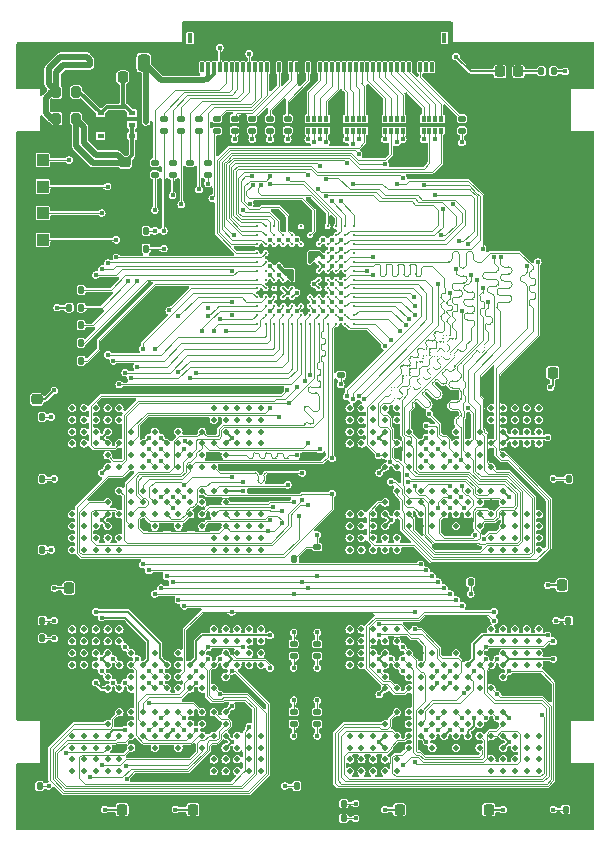
<source format=gbr>
%TF.GenerationSoftware,KiCad,Pcbnew,(6.0.7)*%
%TF.CreationDate,2022-10-03T18:22:00-04:00*%
%TF.ProjectId,IDE-SSD-ZIF,4944452d-5353-4442-9d5a-49462e6b6963,rev?*%
%TF.SameCoordinates,Original*%
%TF.FileFunction,Copper,L1,Top*%
%TF.FilePolarity,Positive*%
%FSLAX46Y46*%
G04 Gerber Fmt 4.6, Leading zero omitted, Abs format (unit mm)*
G04 Created by KiCad (PCBNEW (6.0.7)) date 2022-10-03 18:22:00*
%MOMM*%
%LPD*%
G01*
G04 APERTURE LIST*
G04 Aperture macros list*
%AMRoundRect*
0 Rectangle with rounded corners*
0 $1 Rounding radius*
0 $2 $3 $4 $5 $6 $7 $8 $9 X,Y pos of 4 corners*
0 Add a 4 corners polygon primitive as box body*
4,1,4,$2,$3,$4,$5,$6,$7,$8,$9,$2,$3,0*
0 Add four circle primitives for the rounded corners*
1,1,$1+$1,$2,$3*
1,1,$1+$1,$4,$5*
1,1,$1+$1,$6,$7*
1,1,$1+$1,$8,$9*
0 Add four rect primitives between the rounded corners*
20,1,$1+$1,$2,$3,$4,$5,0*
20,1,$1+$1,$4,$5,$6,$7,0*
20,1,$1+$1,$6,$7,$8,$9,0*
20,1,$1+$1,$8,$9,$2,$3,0*%
G04 Aperture macros list end*
%TA.AperFunction,SMDPad,CuDef*%
%ADD10RoundRect,0.135000X-0.185000X0.135000X-0.185000X-0.135000X0.185000X-0.135000X0.185000X0.135000X0*%
%TD*%
%TA.AperFunction,SMDPad,CuDef*%
%ADD11RoundRect,0.250000X-0.250000X-0.475000X0.250000X-0.475000X0.250000X0.475000X-0.250000X0.475000X0*%
%TD*%
%TA.AperFunction,SMDPad,CuDef*%
%ADD12RoundRect,0.225000X-0.225000X-0.250000X0.225000X-0.250000X0.225000X0.250000X-0.225000X0.250000X0*%
%TD*%
%TA.AperFunction,SMDPad,CuDef*%
%ADD13RoundRect,0.140000X-0.140000X-0.170000X0.140000X-0.170000X0.140000X0.170000X-0.140000X0.170000X0*%
%TD*%
%TA.AperFunction,SMDPad,CuDef*%
%ADD14R,1.000000X1.000000*%
%TD*%
%TA.AperFunction,SMDPad,CuDef*%
%ADD15R,0.400000X0.500000*%
%TD*%
%TA.AperFunction,SMDPad,CuDef*%
%ADD16R,0.300000X0.500000*%
%TD*%
%TA.AperFunction,SMDPad,CuDef*%
%ADD17RoundRect,0.225000X0.225000X0.250000X-0.225000X0.250000X-0.225000X-0.250000X0.225000X-0.250000X0*%
%TD*%
%TA.AperFunction,SMDPad,CuDef*%
%ADD18RoundRect,0.140000X0.140000X0.170000X-0.140000X0.170000X-0.140000X-0.170000X0.140000X-0.170000X0*%
%TD*%
%TA.AperFunction,SMDPad,CuDef*%
%ADD19RoundRect,0.140000X0.170000X-0.140000X0.170000X0.140000X-0.170000X0.140000X-0.170000X-0.140000X0*%
%TD*%
%TA.AperFunction,SMDPad,CuDef*%
%ADD20RoundRect,0.135000X-0.135000X-0.185000X0.135000X-0.185000X0.135000X0.185000X-0.135000X0.185000X0*%
%TD*%
%TA.AperFunction,SMDPad,CuDef*%
%ADD21R,0.304800X0.812800*%
%TD*%
%TA.AperFunction,SMDPad,CuDef*%
%ADD22R,0.406400X0.812800*%
%TD*%
%TA.AperFunction,SMDPad,CuDef*%
%ADD23C,0.500000*%
%TD*%
%TA.AperFunction,SMDPad,CuDef*%
%ADD24RoundRect,0.200000X-0.200000X-0.275000X0.200000X-0.275000X0.200000X0.275000X-0.200000X0.275000X0*%
%TD*%
%TA.AperFunction,SMDPad,CuDef*%
%ADD25RoundRect,0.225000X0.250000X-0.225000X0.250000X0.225000X-0.250000X0.225000X-0.250000X-0.225000X0*%
%TD*%
%TA.AperFunction,SMDPad,CuDef*%
%ADD26C,0.300000*%
%TD*%
%TA.AperFunction,SMDPad,CuDef*%
%ADD27RoundRect,0.218750X-0.218750X-0.256250X0.218750X-0.256250X0.218750X0.256250X-0.218750X0.256250X0*%
%TD*%
%TA.AperFunction,SMDPad,CuDef*%
%ADD28RoundRect,0.225000X-0.250000X0.225000X-0.250000X-0.225000X0.250000X-0.225000X0.250000X0.225000X0*%
%TD*%
%TA.AperFunction,SMDPad,CuDef*%
%ADD29R,0.630000X0.450000*%
%TD*%
%TA.AperFunction,SMDPad,CuDef*%
%ADD30R,0.800000X1.050000*%
%TD*%
%TA.AperFunction,SMDPad,CuDef*%
%ADD31RoundRect,0.140000X-0.170000X0.140000X-0.170000X-0.140000X0.170000X-0.140000X0.170000X0.140000X0*%
%TD*%
%TA.AperFunction,ViaPad*%
%ADD32C,0.450000*%
%TD*%
%TA.AperFunction,Conductor*%
%ADD33C,0.100000*%
%TD*%
%TA.AperFunction,Conductor*%
%ADD34C,0.200000*%
%TD*%
%TA.AperFunction,Conductor*%
%ADD35C,0.500000*%
%TD*%
%TA.AperFunction,Conductor*%
%ADD36C,0.300000*%
%TD*%
G04 APERTURE END LIST*
D10*
%TO.P,R4,1*%
%TO.N,/HD_PDIAG#*%
X124250000Y-68240000D03*
%TO.P,R4,2*%
%TO.N,GND*%
X124250000Y-69260000D03*
%TD*%
D11*
%TO.P,C1,1*%
%TO.N,+3V3*%
X120300000Y-59750000D03*
%TO.P,C1,2*%
%TO.N,GND*%
X122200000Y-59750000D03*
%TD*%
D12*
%TO.P,C27,1*%
%TO.N,+3V3*%
X113975000Y-104250000D03*
%TO.P,C27,2*%
%TO.N,GND*%
X115525000Y-104250000D03*
%TD*%
D13*
%TO.P,C36,1*%
%TO.N,+VCCFQ*%
X156290000Y-95000000D03*
%TO.P,C36,2*%
%TO.N,GND*%
X157250000Y-95000000D03*
%TD*%
D14*
%TO.P,RST,1,1*%
%TO.N,/DBG_RESET*%
X111750000Y-74750000D03*
%TD*%
D13*
%TO.P,C17,1*%
%TO.N,+3V3*%
X156270000Y-107000000D03*
%TO.P,C17,2*%
%TO.N,GND*%
X157230000Y-107000000D03*
%TD*%
D12*
%TO.P,C40,1*%
%TO.N,+VCCFQ*%
X154950000Y-86000000D03*
%TO.P,C40,2*%
%TO.N,GND*%
X156500000Y-86000000D03*
%TD*%
D10*
%TO.P,R12,1*%
%TO.N,Net-(J1-Pad35)*%
X122000000Y-64510000D03*
%TO.P,R12,2*%
%TO.N,/HD_CS0#*%
X122000000Y-65530000D03*
%TD*%
%TO.P,R2,1*%
%TO.N,Net-(J1-Pad27)*%
X128000000Y-64510000D03*
%TO.P,R2,2*%
%TO.N,/HD_IORDY*%
X128000000Y-65530000D03*
%TD*%
D14*
%TO.P,GND,1,1*%
%TO.N,GND*%
X111750000Y-77000000D03*
%TD*%
D15*
%TO.P,RN4,1,R1.1*%
%TO.N,/HD_D15*%
X134250000Y-65520000D03*
D16*
%TO.P,RN4,2,R2.1*%
%TO.N,/HD_D0*%
X134750000Y-65520000D03*
%TO.P,RN4,3,R3.1*%
%TO.N,/HD_D14*%
X135250000Y-65520000D03*
D15*
%TO.P,RN4,4,R4.1*%
%TO.N,/HD_D1*%
X135750000Y-65520000D03*
%TO.P,RN4,5,R4.2*%
%TO.N,Net-(J1-Pad17)*%
X135750000Y-64520000D03*
D16*
%TO.P,RN4,6,R3.2*%
%TO.N,Net-(J1-Pad18)*%
X135250000Y-64520000D03*
%TO.P,RN4,7,R2.2*%
%TO.N,Net-(J1-Pad19)*%
X134750000Y-64520000D03*
D15*
%TO.P,RN4,8,R1.2*%
%TO.N,Net-(J1-Pad20)*%
X134250000Y-64520000D03*
%TD*%
D17*
%TO.P,C25,1*%
%TO.N,+3V3*%
X149525000Y-123000000D03*
%TO.P,C25,2*%
%TO.N,GND*%
X147975000Y-123000000D03*
%TD*%
D18*
%TO.P,C33,1*%
%TO.N,+3V3*%
X111730000Y-107000000D03*
%TO.P,C33,2*%
%TO.N,GND*%
X110770000Y-107000000D03*
%TD*%
%TO.P,C20,1*%
%TO.N,+VCCFQ*%
X111730000Y-101000000D03*
%TO.P,C20,2*%
%TO.N,GND*%
X110770000Y-101000000D03*
%TD*%
D19*
%TO.P,C35,1*%
%TO.N,+3V3*%
X137000000Y-86230000D03*
%TO.P,C35,2*%
%TO.N,GND*%
X137000000Y-85270000D03*
%TD*%
D15*
%TO.P,RN3,1,R1.1*%
%TO.N,/HD_D13*%
X137500000Y-65520000D03*
D16*
%TO.P,RN3,2,R2.1*%
%TO.N,/HD_D2*%
X138000000Y-65520000D03*
%TO.P,RN3,3,R3.1*%
%TO.N,/HD_D12*%
X138500000Y-65520000D03*
D15*
%TO.P,RN3,4,R4.1*%
%TO.N,/HD_D3*%
X139000000Y-65520000D03*
%TO.P,RN3,5,R4.2*%
%TO.N,Net-(J1-Pad13)*%
X139000000Y-64520000D03*
D16*
%TO.P,RN3,6,R3.2*%
%TO.N,Net-(J1-Pad14)*%
X138500000Y-64520000D03*
%TO.P,RN3,7,R2.2*%
%TO.N,Net-(J1-Pad15)*%
X138000000Y-64520000D03*
D15*
%TO.P,RN3,8,R1.2*%
%TO.N,Net-(J1-Pad16)*%
X137500000Y-64520000D03*
%TD*%
D20*
%TO.P,R19,1*%
%TO.N,GND*%
X114000000Y-79000000D03*
%TO.P,R19,2*%
%TO.N,Net-(R19-Pad2)*%
X115020000Y-79000000D03*
%TD*%
%TO.P,R26,1*%
%TO.N,GND*%
X119490000Y-74000000D03*
%TO.P,R26,2*%
%TO.N,Net-(R26-Pad2)*%
X120510000Y-74000000D03*
%TD*%
D13*
%TO.P,C24,1*%
%TO.N,+VCCFQ*%
X133040000Y-101750000D03*
%TO.P,C24,2*%
%TO.N,GND*%
X134000000Y-101750000D03*
%TD*%
D21*
%TO.P,J1,1,Pin_1*%
%TO.N,unconnected-(J1-Pad1)*%
X144753600Y-60166400D03*
%TO.P,J1,2,Pin_2*%
%TO.N,unconnected-(J1-Pad2)*%
X144245600Y-60166400D03*
%TO.P,J1,3,Pin_3*%
%TO.N,Net-(J1-Pad3)*%
X143737600Y-60166400D03*
%TO.P,J1,4,Pin_4*%
%TO.N,GND*%
X143255000Y-60166400D03*
%TO.P,J1,5,Pin_5*%
%TO.N,Net-(J1-Pad5)*%
X142747000Y-60166400D03*
%TO.P,J1,6,Pin_6*%
%TO.N,Net-(J1-Pad6)*%
X142239000Y-60166400D03*
%TO.P,J1,7,Pin_7*%
%TO.N,Net-(J1-Pad7)*%
X141756400Y-60166400D03*
%TO.P,J1,8,Pin_8*%
%TO.N,Net-(J1-Pad8)*%
X141248400Y-60166400D03*
%TO.P,J1,9,Pin_9*%
%TO.N,Net-(J1-Pad9)*%
X140740400Y-60166400D03*
%TO.P,J1,10,Pin_10*%
%TO.N,Net-(J1-Pad10)*%
X140257800Y-60166400D03*
%TO.P,J1,11,Pin_11*%
%TO.N,Net-(J1-Pad11)*%
X139749800Y-60166400D03*
%TO.P,J1,12,Pin_12*%
%TO.N,Net-(J1-Pad12)*%
X139241800Y-60166400D03*
%TO.P,J1,13,Pin_13*%
%TO.N,Net-(J1-Pad13)*%
X138759200Y-60166400D03*
%TO.P,J1,14,Pin_14*%
%TO.N,Net-(J1-Pad14)*%
X138251200Y-60166400D03*
%TO.P,J1,15,Pin_15*%
%TO.N,Net-(J1-Pad15)*%
X137743200Y-60166400D03*
%TO.P,J1,16,Pin_16*%
%TO.N,Net-(J1-Pad16)*%
X137260600Y-60166400D03*
%TO.P,J1,17,Pin_17*%
%TO.N,Net-(J1-Pad17)*%
X136752600Y-60166400D03*
%TO.P,J1,18,Pin_18*%
%TO.N,Net-(J1-Pad18)*%
X136244600Y-60166400D03*
%TO.P,J1,19,Pin_19*%
%TO.N,Net-(J1-Pad19)*%
X135762000Y-60166400D03*
%TO.P,J1,20,Pin_20*%
%TO.N,Net-(J1-Pad20)*%
X135254000Y-60166400D03*
%TO.P,J1,21,Pin_21*%
%TO.N,GND*%
X134746000Y-60166400D03*
%TO.P,J1,22,Pin_22*%
%TO.N,Net-(J1-Pad22)*%
X134238000Y-60166400D03*
%TO.P,J1,23,Pin_23*%
%TO.N,GND*%
X133755400Y-60166400D03*
%TO.P,J1,24,Pin_24*%
%TO.N,Net-(J1-Pad24)*%
X133247400Y-60166400D03*
%TO.P,J1,25,Pin_25*%
%TO.N,Net-(J1-Pad25)*%
X132739400Y-60166400D03*
%TO.P,J1,26,Pin_26*%
%TO.N,GND*%
X132256800Y-60166400D03*
%TO.P,J1,27,Pin_27*%
%TO.N,Net-(J1-Pad27)*%
X131748800Y-60166400D03*
%TO.P,J1,28,Pin_28*%
%TO.N,GND*%
X131240800Y-60166400D03*
%TO.P,J1,29,Pin_29*%
%TO.N,Net-(J1-Pad29)*%
X130758200Y-60166400D03*
%TO.P,J1,30,Pin_30*%
%TO.N,Net-(J1-Pad30)*%
X130250200Y-60166400D03*
%TO.P,J1,31,Pin_31*%
%TO.N,Net-(J1-Pad31)*%
X129742200Y-60166400D03*
%TO.P,J1,32,Pin_32*%
%TO.N,/HD_PDIAG#*%
X129259600Y-60166400D03*
%TO.P,J1,33,Pin_33*%
%TO.N,Net-(J1-Pad33)*%
X128751600Y-60166400D03*
%TO.P,J1,34,Pin_34*%
%TO.N,Net-(J1-Pad34)*%
X128243600Y-60166400D03*
%TO.P,J1,35,Pin_35*%
%TO.N,Net-(J1-Pad35)*%
X127761000Y-60166400D03*
%TO.P,J1,36,Pin_36*%
%TO.N,Net-(J1-Pad36)*%
X127253000Y-60166400D03*
%TO.P,J1,37,Pin_37*%
%TO.N,/HD_DASP#*%
X126745000Y-60166400D03*
%TO.P,J1,38,Pin_38*%
%TO.N,+3V3*%
X126262400Y-60166400D03*
%TO.P,J1,39,Pin_39*%
X125754400Y-60166400D03*
%TO.P,J1,40,Pin_40*%
%TO.N,unconnected-(J1-Pad40)*%
X125246400Y-60166400D03*
D22*
%TO.P,J1,41*%
%TO.N,N/C*%
X124230400Y-57677200D03*
%TO.P,J1,42*%
X145769600Y-57677200D03*
%TD*%
D10*
%TO.P,R22,1*%
%TO.N,/FSH_R{slash}B2#*%
X135000000Y-114730000D03*
%TO.P,R22,2*%
%TO.N,+VCCFQ*%
X135000000Y-115750000D03*
%TD*%
D13*
%TO.P,C29,1*%
%TO.N,+3V3*%
X133270000Y-121000000D03*
%TO.P,C29,2*%
%TO.N,GND*%
X134230000Y-121000000D03*
%TD*%
D15*
%TO.P,RN1,1,R1.1*%
%TO.N,/HD_D9*%
X144000000Y-65520000D03*
D16*
%TO.P,RN1,2,R2.1*%
%TO.N,/HD_D6*%
X144500000Y-65520000D03*
%TO.P,RN1,3,R3.1*%
%TO.N,/HD_D8*%
X145000000Y-65520000D03*
D15*
%TO.P,RN1,4,R4.1*%
%TO.N,/HD_D7*%
X145500000Y-65520000D03*
%TO.P,RN1,5,R4.2*%
%TO.N,Net-(J1-Pad5)*%
X145500000Y-64520000D03*
D16*
%TO.P,RN1,6,R3.2*%
%TO.N,Net-(J1-Pad6)*%
X145000000Y-64520000D03*
%TO.P,RN1,7,R2.2*%
%TO.N,Net-(J1-Pad7)*%
X144500000Y-64520000D03*
D15*
%TO.P,RN1,8,R1.2*%
%TO.N,Net-(J1-Pad8)*%
X144000000Y-64520000D03*
%TD*%
D18*
%TO.P,C22,1*%
%TO.N,+VCCFQ*%
X137230000Y-123750000D03*
%TO.P,C22,2*%
%TO.N,GND*%
X136270000Y-123750000D03*
%TD*%
D10*
%TO.P,R14,1*%
%TO.N,Net-(J1-Pad3)*%
X147250000Y-64500000D03*
%TO.P,R14,2*%
%TO.N,/HD_RESET#*%
X147250000Y-65520000D03*
%TD*%
%TO.P,R23,1*%
%TO.N,/FSH_R{slash}B3#*%
X135000000Y-108990000D03*
%TO.P,R23,2*%
%TO.N,+VCCFQ*%
X135000000Y-110010000D03*
%TD*%
D23*
%TO.P,U4,A1,NC*%
%TO.N,unconnected-(U4-PadA1)*%
X114250000Y-119750000D03*
%TO.P,U4,A2,NC*%
%TO.N,unconnected-(U4-PadA2)*%
X114250000Y-118750000D03*
%TO.P,U4,A3,NC*%
%TO.N,unconnected-(U4-PadA3)*%
X114250000Y-117750000D03*
%TO.P,U4,A4,NC*%
%TO.N,unconnected-(U4-PadA4)*%
X114250000Y-116750000D03*
%TO.P,U4,A10,NC*%
%TO.N,unconnected-(U4-PadA10)*%
X114250000Y-110750000D03*
%TO.P,U4,A11,NC*%
%TO.N,unconnected-(U4-PadA11)*%
X114250000Y-109750000D03*
%TO.P,U4,A12,NC*%
%TO.N,unconnected-(U4-PadA12)*%
X114250000Y-108750000D03*
%TO.P,U4,A13,NC*%
%TO.N,unconnected-(U4-PadA13)*%
X114250000Y-107750000D03*
%TO.P,U4,B1,NC*%
%TO.N,unconnected-(U4-PadB1)*%
X115250000Y-119750000D03*
%TO.P,U4,B2,NC*%
%TO.N,unconnected-(U4-PadB2)*%
X115250000Y-118750000D03*
%TO.P,U4,B3,NC*%
%TO.N,unconnected-(U4-PadB3)*%
X115250000Y-117750000D03*
%TO.P,U4,B4,NC*%
%TO.N,unconnected-(U4-PadB4)*%
X115250000Y-116750000D03*
%TO.P,U4,B10,NC*%
%TO.N,unconnected-(U4-PadB10)*%
X115250000Y-110750000D03*
%TO.P,U4,B11,NC*%
%TO.N,unconnected-(U4-PadB11)*%
X115250000Y-109750000D03*
%TO.P,U4,B12,NC*%
%TO.N,unconnected-(U4-PadB12)*%
X115250000Y-108750000D03*
%TO.P,U4,B13,NC*%
%TO.N,unconnected-(U4-PadB13)*%
X115250000Y-107750000D03*
%TO.P,U4,C1,NU*%
%TO.N,unconnected-(U4-PadC1)*%
X116250000Y-119750000D03*
%TO.P,U4,C2,NU*%
%TO.N,unconnected-(U4-PadC2)*%
X116250000Y-118750000D03*
%TO.P,U4,C3,NU*%
%TO.N,unconnected-(U4-PadC3)*%
X116250000Y-117750000D03*
%TO.P,U4,C4,NU*%
%TO.N,unconnected-(U4-PadC4)*%
X116250000Y-116750000D03*
%TO.P,U4,C10,NU*%
%TO.N,unconnected-(U4-PadC10)*%
X116250000Y-110750000D03*
%TO.P,U4,C11,NU*%
%TO.N,unconnected-(U4-PadC11)*%
X116250000Y-109750000D03*
%TO.P,U4,C12,NU*%
%TO.N,unconnected-(U4-PadC12)*%
X116250000Y-108750000D03*
%TO.P,U4,C13,NU*%
%TO.N,unconnected-(U4-PadC13)*%
X116250000Y-107750000D03*
%TO.P,U4,D1,NU*%
%TO.N,unconnected-(U4-PadD1)*%
X117250000Y-119750000D03*
%TO.P,U4,D2,NU*%
%TO.N,unconnected-(U4-PadD2)*%
X117250000Y-118750000D03*
%TO.P,U4,D3,VCCQ*%
%TO.N,+VCCFQ*%
X117250000Y-117750000D03*
%TO.P,U4,D4,VCCQ*%
X117250000Y-116750000D03*
%TO.P,U4,D5,DQ3_1*%
%TO.N,/F1_DQ3*%
X117250000Y-115750000D03*
%TO.P,U4,D6,VSS*%
%TO.N,GND*%
X117250000Y-114750000D03*
%TO.P,U4,D8,VCC*%
%TO.N,+3V3*%
X117250000Y-112750000D03*
%TO.P,U4,D9,DQ4_1*%
%TO.N,/F1_DQ4*%
X117250000Y-111750000D03*
%TO.P,U4,D10,VCCQ*%
%TO.N,+VCCFQ*%
X117250000Y-110750000D03*
%TO.P,U4,D11,VCCQ*%
X117250000Y-109750000D03*
%TO.P,U4,D12,NU*%
%TO.N,unconnected-(U4-PadD12)*%
X117250000Y-108750000D03*
%TO.P,U4,D13,NU*%
%TO.N,unconnected-(U4-PadD13)*%
X117250000Y-107750000D03*
%TO.P,U4,E1,NU*%
%TO.N,unconnected-(U4-PadE1)*%
X118250000Y-119750000D03*
%TO.P,U4,E2,NU*%
%TO.N,unconnected-(U4-PadE2)*%
X118250000Y-118750000D03*
%TO.P,U4,E3,VSSQ*%
%TO.N,GND*%
X118250000Y-117750000D03*
%TO.P,U4,E4,DQ2_1*%
%TO.N,/F1_DQ2*%
X118250000Y-116750000D03*
%TO.P,U4,E5,VSSQ*%
%TO.N,GND*%
X118250000Y-115750000D03*
%TO.P,U4,E6,DQS_1*%
%TO.N,/F1_DQS*%
X118250000Y-114750000D03*
%TO.P,U4,E8,RE#_1*%
%TO.N,/F1_RE#*%
X118250000Y-112750000D03*
%TO.P,U4,E9,VSSQ*%
%TO.N,GND*%
X118250000Y-111750000D03*
%TO.P,U4,E10,DQ5_1*%
%TO.N,/F1_DQ5*%
X118250000Y-110750000D03*
%TO.P,U4,E11,VSSQ*%
%TO.N,GND*%
X118250000Y-109750000D03*
%TO.P,U4,E12,NU*%
%TO.N,unconnected-(U4-PadE12)*%
X118250000Y-108750000D03*
%TO.P,U4,E13,NU*%
%TO.N,unconnected-(U4-PadE13)*%
X118250000Y-107750000D03*
%TO.P,U4,F3,DQ0_1*%
%TO.N,/F1_DQ0*%
X119250000Y-117750000D03*
%TO.P,U4,F4,DQ1_1*%
%TO.N,/F1_DQ1*%
X119250000Y-116750000D03*
%TO.P,U4,F5,DQS#_1*%
%TO.N,unconnected-(U4-PadF5)*%
X119250000Y-115750000D03*
%TO.P,U4,F6,RE_1*%
%TO.N,unconnected-(U4-PadF6)*%
X119250000Y-114750000D03*
%TO.P,U4,F8,WE#_1*%
%TO.N,/F1_WE#*%
X119250000Y-112750000D03*
%TO.P,U4,F9,VREF_1*%
%TO.N,unconnected-(U4-PadF9)*%
X119250000Y-111750000D03*
%TO.P,U4,F10,DQ6_1*%
%TO.N,/F1_DQ6*%
X119250000Y-110750000D03*
%TO.P,U4,F11,DQ7_1*%
%TO.N,/F1_DQ7*%
X119250000Y-109750000D03*
%TO.P,U4,G3,VSSQ*%
%TO.N,GND*%
X120250000Y-117750000D03*
%TO.P,U4,G4,VCCQ*%
%TO.N,+VCCFQ*%
X120250000Y-116750000D03*
%TO.P,U4,G5,ALE_1*%
%TO.N,/F1_ALE*%
X120250000Y-115750000D03*
%TO.P,U4,G6,CLE_1*%
%TO.N,/F1_CLE*%
X120250000Y-114750000D03*
%TO.P,U4,G8*%
%TO.N,N/C*%
X120250000Y-112750000D03*
%TO.P,U4,G9*%
X120250000Y-111750000D03*
%TO.P,U4,G10,VCCQ*%
%TO.N,+VCCFQ*%
X120250000Y-110750000D03*
%TO.P,U4,G11,VSSQ*%
%TO.N,GND*%
X120250000Y-109750000D03*
%TO.P,U4,H3,NU*%
%TO.N,unconnected-(U4-PadH3)*%
X121250000Y-117750000D03*
%TO.P,U4,H4,NU*%
%TO.N,unconnected-(U4-PadH4)*%
X121250000Y-116750000D03*
%TO.P,U4,H5,WP#_1*%
%TO.N,/FSH_WP#*%
X121250000Y-115750000D03*
%TO.P,U4,H6,NU*%
%TO.N,unconnected-(U4-PadH6)*%
X121250000Y-114750000D03*
%TO.P,U4,H8,CE1_1*%
%TO.N,/FSH_CE4#*%
X121250000Y-112750000D03*
%TO.P,U4,H9,CE0_1*%
%TO.N,/FSH_CE2#*%
X121250000Y-111750000D03*
%TO.P,U4,H10*%
%TO.N,N/C*%
X121250000Y-110750000D03*
%TO.P,U4,H11,NU*%
%TO.N,unconnected-(U4-PadH11)*%
X121250000Y-109750000D03*
%TO.P,U4,J3,VSS*%
%TO.N,GND*%
X122250000Y-117750000D03*
%TO.P,U4,J4,VCC*%
%TO.N,+3V3*%
X122250000Y-116750000D03*
%TO.P,U4,J5,R/B#_0*%
%TO.N,/FSH_R{slash}B1#*%
X122250000Y-115750000D03*
%TO.P,U4,J6,R/B#_2*%
%TO.N,/FSH_R{slash}B3#*%
X122250000Y-114750000D03*
%TO.P,U4,J8,R/B#_3*%
%TO.N,/FSH_R{slash}B4#*%
X122250000Y-112750000D03*
%TO.P,U4,J9,R/B#_1*%
%TO.N,/FSH_R{slash}B2#*%
X122250000Y-111750000D03*
%TO.P,U4,J10,VCC*%
%TO.N,+3V3*%
X122250000Y-110750000D03*
%TO.P,U4,J11,VSS*%
%TO.N,GND*%
X122250000Y-109750000D03*
%TO.P,U4,K3,NU*%
%TO.N,unconnected-(U4-PadK3)*%
X123250000Y-117750000D03*
%TO.P,U4,K4*%
%TO.N,N/C*%
X123250000Y-116750000D03*
%TO.P,U4,K5,CE0_0*%
%TO.N,/FSH_CE1#*%
X123250000Y-115750000D03*
%TO.P,U4,K6,CE1_0*%
%TO.N,/FSH_CE3#*%
X123250000Y-114750000D03*
%TO.P,U4,K8,VPP*%
%TO.N,unconnected-(U4-PadK8)*%
X123250000Y-112750000D03*
%TO.P,U4,K9,WP#_0*%
%TO.N,/FSH_WP#*%
X123250000Y-111750000D03*
%TO.P,U4,K10,NU*%
%TO.N,unconnected-(U4-PadK10)*%
X123250000Y-110750000D03*
%TO.P,U4,K11,NU*%
%TO.N,unconnected-(U4-PadK11)*%
X123250000Y-109750000D03*
%TO.P,U4,L3,VSSQ*%
%TO.N,GND*%
X124250000Y-117750000D03*
%TO.P,U4,L4,VCCQ*%
%TO.N,+VCCFQ*%
X124250000Y-116750000D03*
%TO.P,U4,L5*%
%TO.N,N/C*%
X124250000Y-115750000D03*
%TO.P,U4,L6*%
X124250000Y-114750000D03*
%TO.P,U4,L8,CLE_0*%
%TO.N,/F1_CLE*%
X124250000Y-112750000D03*
%TO.P,U4,L9,ALE_0*%
%TO.N,/F1_ALE*%
X124250000Y-111750000D03*
%TO.P,U4,L10,VCCQ*%
%TO.N,+VCCFQ*%
X124250000Y-110750000D03*
%TO.P,U4,L11,VSSQ*%
%TO.N,GND*%
X124250000Y-109750000D03*
%TO.P,U4,M3,DQ7_0*%
%TO.N,/F1_DQ7*%
X125250000Y-117750000D03*
%TO.P,U4,M4,DQ6_0*%
%TO.N,/F1_DQ6*%
X125250000Y-116750000D03*
%TO.P,U4,M5,VREF_0*%
%TO.N,unconnected-(U4-PadM5)*%
X125250000Y-115750000D03*
%TO.P,U4,M6,WE#_0*%
%TO.N,/F1_WE#*%
X125250000Y-114750000D03*
%TO.P,U4,M8,RE_0*%
%TO.N,unconnected-(U4-PadM8)*%
X125250000Y-112750000D03*
%TO.P,U4,M9,DQS#_0*%
%TO.N,unconnected-(U4-PadM9)*%
X125250000Y-111750000D03*
%TO.P,U4,M10,DQ1_0*%
%TO.N,/F1_DQ1*%
X125250000Y-110750000D03*
%TO.P,U4,M11,DQ0_0*%
%TO.N,/F1_DQ0*%
X125250000Y-109750000D03*
%TO.P,U4,N1,NU*%
%TO.N,unconnected-(U4-PadN1)*%
X126250000Y-119750000D03*
%TO.P,U4,N2,NU*%
%TO.N,unconnected-(U4-PadN2)*%
X126250000Y-118750000D03*
%TO.P,U4,N3,VSSQ*%
%TO.N,GND*%
X126250000Y-117750000D03*
%TO.P,U4,N4,DQ5_0*%
%TO.N,/F1_DQ5*%
X126250000Y-116750000D03*
%TO.P,U4,N5,VSSQ*%
%TO.N,GND*%
X126250000Y-115750000D03*
%TO.P,U4,N6,RE#_0*%
%TO.N,/F1_RE#*%
X126250000Y-114750000D03*
%TO.P,U4,N8,DQS_0*%
%TO.N,/F1_DQS*%
X126250000Y-112750000D03*
%TO.P,U4,N9,VSSQ*%
%TO.N,GND*%
X126250000Y-111750000D03*
%TO.P,U4,N10,DQ2_0*%
%TO.N,/F1_DQ2*%
X126250000Y-110750000D03*
%TO.P,U4,N11,VSSQ*%
%TO.N,GND*%
X126250000Y-109750000D03*
%TO.P,U4,N12,NU*%
%TO.N,unconnected-(U4-PadN12)*%
X126250000Y-108750000D03*
%TO.P,U4,N13,NU*%
%TO.N,unconnected-(U4-PadN13)*%
X126250000Y-107750000D03*
%TO.P,U4,P1*%
%TO.N,N/C*%
X127250000Y-119750000D03*
%TO.P,U4,P2*%
X127250000Y-118750000D03*
%TO.P,U4,P3,VCCQ*%
%TO.N,+VCCFQ*%
X127250000Y-117750000D03*
%TO.P,U4,P4,VCCQ*%
X127250000Y-116750000D03*
%TO.P,U4,P5,DQ4_0*%
%TO.N,/F1_DQ4*%
X127250000Y-115750000D03*
%TO.P,U4,P6,VCC*%
%TO.N,+3V3*%
X127250000Y-114750000D03*
%TO.P,U4,P8,VSS*%
%TO.N,GND*%
X127250000Y-112750000D03*
%TO.P,U4,P9,DQ3_0*%
%TO.N,/F1_DQ3*%
X127250000Y-111750000D03*
%TO.P,U4,P10,VCCQ*%
%TO.N,+VCCFQ*%
X127250000Y-110750000D03*
%TO.P,U4,P11,VCCQ*%
X127250000Y-109750000D03*
%TO.P,U4,P12*%
%TO.N,N/C*%
X127250000Y-108750000D03*
%TO.P,U4,P13*%
X127250000Y-107750000D03*
%TO.P,U4,R1,NU*%
%TO.N,unconnected-(U4-PadR1)*%
X128250000Y-119750000D03*
%TO.P,U4,R2,NU*%
%TO.N,unconnected-(U4-PadR2)*%
X128250000Y-118750000D03*
%TO.P,U4,R3,NU*%
%TO.N,unconnected-(U4-PadR3)*%
X128250000Y-117750000D03*
%TO.P,U4,R4,NU*%
%TO.N,unconnected-(U4-PadR4)*%
X128250000Y-116750000D03*
%TO.P,U4,R10,NU*%
%TO.N,unconnected-(U4-PadR10)*%
X128250000Y-110750000D03*
%TO.P,U4,R11,NU*%
%TO.N,unconnected-(U4-PadR11)*%
X128250000Y-109750000D03*
%TO.P,U4,R12,NU*%
%TO.N,unconnected-(U4-PadR12)*%
X128250000Y-108750000D03*
%TO.P,U4,R13,NU*%
%TO.N,unconnected-(U4-PadR13)*%
X128250000Y-107750000D03*
%TO.P,U4,T1,NC*%
%TO.N,unconnected-(U4-PadT1)*%
X129250000Y-119750000D03*
%TO.P,U4,T2,NC*%
%TO.N,unconnected-(U4-PadT2)*%
X129250000Y-118750000D03*
%TO.P,U4,T3,NC*%
%TO.N,unconnected-(U4-PadT3)*%
X129250000Y-117750000D03*
%TO.P,U4,T4,NC*%
%TO.N,unconnected-(U4-PadT4)*%
X129250000Y-116750000D03*
%TO.P,U4,T10,NC*%
%TO.N,unconnected-(U4-PadT10)*%
X129250000Y-110750000D03*
%TO.P,U4,T11,NC*%
%TO.N,unconnected-(U4-PadT11)*%
X129250000Y-109750000D03*
%TO.P,U4,T12,NC*%
%TO.N,unconnected-(U4-PadT12)*%
X129250000Y-108750000D03*
%TO.P,U4,T13,NC*%
%TO.N,unconnected-(U4-PadT13)*%
X129250000Y-107750000D03*
%TO.P,U4,U1,NC*%
%TO.N,unconnected-(U4-PadU1)*%
X130250000Y-119750000D03*
%TO.P,U4,U2,NC*%
%TO.N,unconnected-(U4-PadU2)*%
X130250000Y-118750000D03*
%TO.P,U4,U3,NC*%
%TO.N,unconnected-(U4-PadU3)*%
X130250000Y-117750000D03*
%TO.P,U4,U4,NC*%
%TO.N,unconnected-(U4-PadU4)*%
X130250000Y-116750000D03*
%TO.P,U4,U10,NC*%
%TO.N,unconnected-(U4-PadU10)*%
X130250000Y-110750000D03*
%TO.P,U4,U11,NC*%
%TO.N,unconnected-(U4-PadU11)*%
X130250000Y-109750000D03*
%TO.P,U4,U12,NC*%
%TO.N,unconnected-(U4-PadU12)*%
X130250000Y-108750000D03*
%TO.P,U4,U13,NC*%
%TO.N,unconnected-(U4-PadU13)*%
X130250000Y-107750000D03*
%TD*%
D24*
%TO.P,R25,1*%
%TO.N,+3V3*%
X112925000Y-62250000D03*
%TO.P,R25,2*%
%TO.N,Net-(C12-Pad1)*%
X114575000Y-62250000D03*
%TD*%
D14*
%TO.P,I2C,1,1*%
%TO.N,/I2C*%
X111750000Y-68000000D03*
%TD*%
D25*
%TO.P,C28,1*%
%TO.N,+VCCFQ*%
X111250000Y-88275000D03*
%TO.P,C28,2*%
%TO.N,GND*%
X111250000Y-86725000D03*
%TD*%
D18*
%TO.P,C30,1*%
%TO.N,+VCCFQ*%
X111500000Y-121000000D03*
%TO.P,C30,2*%
%TO.N,GND*%
X110540000Y-121000000D03*
%TD*%
D10*
%TO.P,R8,1*%
%TO.N,Net-(J1-Pad25)*%
X129500000Y-64500000D03*
%TO.P,R8,2*%
%TO.N,/HD_IOR#*%
X129500000Y-65520000D03*
%TD*%
D13*
%TO.P,C31,1*%
%TO.N,+3V3*%
X148000000Y-103750000D03*
%TO.P,C31,2*%
%TO.N,GND*%
X148960000Y-103750000D03*
%TD*%
D26*
%TO.P,U1,A1,F1_DQS*%
%TO.N,/F1_DQS*%
X129875000Y-81875000D03*
%TO.P,U1,A2,F1_DQ2*%
%TO.N,/F1_DQ2*%
X129875000Y-81125000D03*
%TO.P,U1,A3,F1_DQ0*%
%TO.N,/F1_DQ0*%
X129875000Y-80375000D03*
%TO.P,U1,A4,FSH_CE4#*%
%TO.N,/FSH_CE4#*%
X129875000Y-79625000D03*
%TO.P,U1,A5,FSH_CE1#*%
%TO.N,/FSH_CE1#*%
X129875000Y-78875000D03*
%TO.P,U1,A6,VSS_Strap?*%
%TO.N,Net-(R17-Pad2)*%
X129875000Y-78125000D03*
%TO.P,U1,A7,VSS_Strap?*%
%TO.N,Net-(R19-Pad2)*%
X129875000Y-77375000D03*
%TO.P,U1,A8,DBG_SCL*%
%TO.N,/DBG_SCL*%
X129875000Y-76625000D03*
%TO.P,U1,A9,HD_D3*%
%TO.N,/HD_D3*%
X129875000Y-75875000D03*
%TO.P,U1,A10,HD_D12*%
%TO.N,/HD_D12*%
X129875000Y-75125000D03*
%TO.P,U1,A11,HD_D6*%
%TO.N,/HD_D6*%
X129875000Y-74375000D03*
%TO.P,U1,A12,HD_D14*%
%TO.N,/HD_D14*%
X129875000Y-73625000D03*
%TO.P,U1,B1,F1_DQ4*%
%TO.N,/F1_DQ4*%
X130625000Y-81875000D03*
%TO.P,U1,B2,F1_DQ3*%
%TO.N,/F1_DQ3*%
X130625000Y-81125000D03*
%TO.P,U1,B3,F1_DQ1*%
%TO.N,/F1_DQ1*%
X130625000Y-80375000D03*
%TO.P,U1,B4,FSH_CE3#*%
%TO.N,/FSH_CE3#*%
X130625000Y-79625000D03*
%TO.P,U1,B5,VSS_Strap?*%
%TO.N,Net-(R20-Pad2)*%
X130625000Y-78875000D03*
%TO.P,U1,B6,NC*%
%TO.N,unconnected-(U1-PadB6)*%
X130625000Y-78125000D03*
%TO.P,U1,B7,NC*%
%TO.N,unconnected-(U1-PadB7)*%
X130625000Y-77375000D03*
%TO.P,U1,B8,DBG_SDA*%
%TO.N,/DBG_SDA*%
X130625000Y-76625000D03*
%TO.P,U1,B9,DBG_RESET*%
%TO.N,/DBG_RESET*%
X130625000Y-75875000D03*
%TO.P,U1,B10,HD_D4*%
%TO.N,/HD_D4*%
X130625000Y-75125000D03*
%TO.P,U1,B11,HD_D13*%
%TO.N,/HD_D13*%
X130625000Y-74375000D03*
%TO.P,U1,B12,HD_D7*%
%TO.N,/HD_D7*%
X130625000Y-73625000D03*
%TO.P,U1,C1,F1_DQ6*%
%TO.N,/F1_DQ6*%
X131375000Y-81875000D03*
%TO.P,U1,C2,F1_DQ5*%
%TO.N,/F1_DQ5*%
X131375000Y-81125000D03*
%TO.P,U1,C3,F0_DQ7*%
%TO.N,/F0_DQ7*%
X131375000Y-80375000D03*
%TO.P,U1,C4,FSH_CE2#*%
%TO.N,/FSH_CE2#*%
X131375000Y-79625000D03*
%TO.P,U1,C5,NC*%
%TO.N,unconnected-(U1-PadC5)*%
X131375000Y-78875000D03*
%TO.P,U1,C6,VSS_Strap?*%
%TO.N,Net-(R18-Pad2)*%
X131375000Y-78125000D03*
%TO.P,U1,C7,I2C*%
%TO.N,/I2C*%
X131375000Y-77375000D03*
%TO.P,U1,C8,VSS*%
%TO.N,GND*%
X131375000Y-76625000D03*
%TO.P,U1,C9,VSS*%
X131375000Y-75875000D03*
%TO.P,U1,C10,HD_D11*%
%TO.N,/HD_D11*%
X131375000Y-75125000D03*
%TO.P,U1,C11,HD_D5*%
%TO.N,/HD_D5*%
X131375000Y-74375000D03*
%TO.P,U1,C12,HD_D15*%
%TO.N,/HD_D15*%
X131375000Y-73625000D03*
%TO.P,U1,D1,FSH_WP#*%
%TO.N,/FSH_WP#*%
X132125000Y-81875000D03*
%TO.P,U1,D2,F1_DQ7*%
%TO.N,/F1_DQ7*%
X132125000Y-81125000D03*
%TO.P,U1,D3,F0_DQ6*%
%TO.N,/F0_DQ6*%
X132125000Y-80375000D03*
%TO.P,U1,D4,VCC*%
%TO.N,+3V3*%
X132125000Y-79625000D03*
%TO.P,U1,D5,VCC*%
X132125000Y-78875000D03*
%TO.P,U1,D6,VCC_Strap?*%
%TO.N,Net-(R16-Pad2)*%
X132125000Y-78125000D03*
%TO.P,U1,D7,VCC_FB?*%
%TO.N,Net-(C3-Pad1)*%
X132125000Y-77375000D03*
%TO.P,U1,D8,VSS*%
%TO.N,GND*%
X132125000Y-76625000D03*
%TO.P,U1,D9,VSS*%
X132125000Y-75875000D03*
%TO.P,U1,D10,HD_CS0#*%
%TO.N,/HD_CS0#*%
X132125000Y-75125000D03*
%TO.P,U1,D11,HD_CS1#*%
%TO.N,/HD_CS1#*%
X132125000Y-74375000D03*
%TO.P,U1,D12,HD_A10*%
%TO.N,GND*%
X132125000Y-73625000D03*
%TO.P,U1,E1,F1_ALE*%
%TO.N,/F1_ALE*%
X132875000Y-81875000D03*
%TO.P,U1,E2,F1_WE#*%
%TO.N,/F1_WE#*%
X132875000Y-81125000D03*
%TO.P,U1,E3,F0_DQ5*%
%TO.N,/F0_DQ5*%
X132875000Y-80375000D03*
%TO.P,U1,E4,VCCFQ*%
%TO.N,+VCCFQ*%
X132875000Y-79625000D03*
%TO.P,U1,E5,VCC*%
%TO.N,+3V3*%
X132875000Y-78875000D03*
%TO.P,U1,E6,VCC_FB?*%
%TO.N,Net-(C3-Pad1)*%
X132875000Y-78125000D03*
%TO.P,U1,E7,VCC_FB?*%
X132875000Y-77375000D03*
%TO.P,U1,E8,VSS*%
%TO.N,GND*%
X132875000Y-76625000D03*
%TO.P,U1,E9,VSS*%
X132875000Y-75875000D03*
%TO.P,U1,E10,HD_CONN#*%
%TO.N,Net-(R26-Pad2)*%
X132875000Y-75125000D03*
%TO.P,U1,E11,HD_IOR#*%
%TO.N,/HD_IOR#*%
X132875000Y-74375000D03*
%TO.P,U1,E12,HD_A9*%
%TO.N,GND*%
X132875000Y-73625000D03*
%TO.P,U1,F1,F1_RE#*%
%TO.N,/F1_RE#*%
X133625000Y-81875000D03*
%TO.P,U1,F2,F1_CLE*%
%TO.N,/F1_CLE*%
X133625000Y-81125000D03*
%TO.P,U1,F3,F0_DQ4*%
%TO.N,/F0_DQ4*%
X133625000Y-80375000D03*
%TO.P,U1,F4,VSS*%
%TO.N,GND*%
X133625000Y-79625000D03*
%TO.P,U1,F5,VSS*%
X133625000Y-78875000D03*
%TO.P,U1,F6,VSS*%
X133625000Y-78125000D03*
%TO.P,U1,F7,VSS*%
X133625000Y-77375000D03*
%TO.P,U1,F8,VSS*%
X133625000Y-76625000D03*
%TO.P,U1,F9,VSS*%
X133625000Y-75875000D03*
%TO.P,U1,F10,HD_IOW#*%
%TO.N,/HD_IOW#*%
X133625000Y-75125000D03*
%TO.P,U1,F11,HD_A8*%
%TO.N,GND*%
X133625000Y-74375000D03*
%TO.P,U1,F12,HD_WE#*%
%TO.N,unconnected-(U1-PadF12)*%
X133625000Y-73625000D03*
%TO.P,U1,G1,F0_DQS*%
%TO.N,/F0_DQS*%
X134375000Y-81875000D03*
%TO.P,U1,G2,F0_DQ3*%
%TO.N,/F0_DQ3*%
X134375000Y-81125000D03*
%TO.P,U1,G3,F0_DQ2*%
%TO.N,/F0_DQ2*%
X134375000Y-80375000D03*
%TO.P,U1,G4,F0_DQ1*%
%TO.N,/F0_DQ1*%
X134375000Y-79625000D03*
%TO.P,U1,G5,VSS*%
%TO.N,GND*%
X134375000Y-78875000D03*
%TO.P,U1,G6,VSS*%
X134375000Y-78125000D03*
%TO.P,U1,G7,VSS*%
X134375000Y-77375000D03*
%TO.P,U1,G8,VCC_FB?*%
%TO.N,Net-(C3-Pad1)*%
X134375000Y-76625000D03*
%TO.P,U1,G9,VCC_FB?*%
X134375000Y-75875000D03*
%TO.P,U1,G10,HD_A7*%
%TO.N,GND*%
X134375000Y-75125000D03*
%TO.P,U1,G11,HD_INTRQ*%
%TO.N,/HD_INTRQ*%
X134375000Y-74375000D03*
%TO.P,U1,G12,HD_A6*%
%TO.N,GND*%
X134375000Y-73625000D03*
%TO.P,U1,H1,F0_DQ0*%
%TO.N,/F0_DQ0*%
X135125000Y-81875000D03*
%TO.P,U1,H2,F0_RE#*%
%TO.N,/F0_RE#*%
X135125000Y-81125000D03*
%TO.P,U1,H3,FSH_R/B1#*%
%TO.N,/FSH_R{slash}B1#*%
X135125000Y-80375000D03*
%TO.P,U1,H4,FSH_R/B2#*%
%TO.N,/FSH_R{slash}B2#*%
X135125000Y-79625000D03*
%TO.P,U1,H5,VCCFQ*%
%TO.N,+VCCFQ*%
X135125000Y-78875000D03*
%TO.P,U1,H6,VCCFQ*%
X135125000Y-78125000D03*
%TO.P,U1,H7,VCC*%
%TO.N,+3V3*%
X135125000Y-77375000D03*
%TO.P,U1,H8,VCC*%
X135125000Y-76625000D03*
%TO.P,U1,H9,VCC_FB?*%
%TO.N,Net-(C3-Pad1)*%
X135125000Y-75875000D03*
%TO.P,U1,H10,HD_CSEL#*%
%TO.N,Net-(R27-Pad2)*%
X135125000Y-75125000D03*
%TO.P,U1,H11,HD_A5*%
%TO.N,GND*%
X135125000Y-74375000D03*
%TO.P,U1,H12,HD_A4*%
X135125000Y-73625000D03*
%TO.P,U1,J1,F0_CLE*%
%TO.N,/F0_CLE*%
X135875000Y-81875000D03*
%TO.P,U1,J2,F0_ALE*%
%TO.N,/F0_ALE*%
X135875000Y-81125000D03*
%TO.P,U1,J3,FSH_R/B3#*%
%TO.N,/FSH_R{slash}B3#*%
X135875000Y-80375000D03*
%TO.P,U1,J4,FSH_R/B4#*%
%TO.N,/FSH_R{slash}B4#*%
X135875000Y-79625000D03*
%TO.P,U1,J5,F3_CLE*%
%TO.N,/F3_CLE*%
X135875000Y-78875000D03*
%TO.P,U1,J6,F3_DQ7*%
%TO.N,/F3_DQ7*%
X135875000Y-78125000D03*
%TO.P,U1,J7,F3_DQ3*%
%TO.N,/F3_DQ3*%
X135875000Y-77375000D03*
%TO.P,U1,J8,HD_D10*%
%TO.N,/HD_D10*%
X135875000Y-76625000D03*
%TO.P,U1,J9,HD_D8*%
%TO.N,/HD_D8*%
X135875000Y-75875000D03*
%TO.P,U1,J10,HD_RESET#*%
%TO.N,/HD_RESET#*%
X135875000Y-75125000D03*
%TO.P,U1,J11,HD_A3*%
%TO.N,GND*%
X135875000Y-74375000D03*
%TO.P,U1,J12,HD_IORDY*%
%TO.N,/HD_IORDY*%
X135875000Y-73625000D03*
%TO.P,U1,K1,F0_WE#*%
%TO.N,/F0_WE#*%
X136625000Y-81875000D03*
%TO.P,U1,K2,F2_RE#*%
%TO.N,/F2_RE#*%
X136625000Y-81125000D03*
%TO.P,U1,K3,F3_WE#*%
%TO.N,/F3_WE#*%
X136625000Y-80375000D03*
%TO.P,U1,K4,F3_ALE*%
%TO.N,/F3_ALE*%
X136625000Y-79625000D03*
%TO.P,U1,K5,F3_RE#*%
%TO.N,/F3_RE#*%
X136625000Y-78875000D03*
%TO.P,U1,K6,F3_DQ6*%
%TO.N,/F2_DQ6*%
X136625000Y-78125000D03*
%TO.P,U1,K7,F3_DQS*%
%TO.N,/F3_DQS*%
X136625000Y-77375000D03*
%TO.P,U1,K8,F3_DQ0*%
%TO.N,/F3_DQ0*%
X136625000Y-76625000D03*
%TO.P,U1,K9,HD_D2*%
%TO.N,/HD_D2*%
X136625000Y-75875000D03*
%TO.P,U1,K10,HD_A2*%
%TO.N,/HD_A2*%
X136625000Y-75125000D03*
%TO.P,U1,K11,HD_DMARQ*%
%TO.N,/HD_DMARQ*%
X136625000Y-74375000D03*
%TO.P,U1,K12,HD_A1*%
%TO.N,/HD_A1*%
X136625000Y-73625000D03*
%TO.P,U1,L1,F2_CLE*%
%TO.N,/F2_CLE*%
X137375000Y-81875000D03*
%TO.P,U1,L2,F2_ALE*%
%TO.N,/F2_ALE*%
X137375000Y-81125000D03*
%TO.P,U1,L3,F2_DQ1*%
%TO.N,/F2_DQ1*%
X137375000Y-80375000D03*
%TO.P,U1,L4,F2_DQ3*%
%TO.N,/F2_DQ3*%
X137375000Y-79625000D03*
%TO.P,U1,L5,F2_DQ4*%
%TO.N,/F2_DQ4*%
X137375000Y-78875000D03*
%TO.P,U1,L6,F2_DQ6*%
%TO.N,/F3_DQ6*%
X137375000Y-78125000D03*
%TO.P,U1,L7,F3_DQ4*%
%TO.N,/F3_DQ4*%
X137375000Y-77375000D03*
%TO.P,U1,L8,F3_DQ1*%
%TO.N,/F3_DQ1*%
X137375000Y-76625000D03*
%TO.P,U1,L9,HD_D9*%
%TO.N,/HD_D9*%
X137375000Y-75875000D03*
%TO.P,U1,L10,HD_PDIAG#*%
%TO.N,/HD_PDIAG#*%
X137375000Y-75125000D03*
%TO.P,U1,L11,HD_DMACK#*%
%TO.N,/HD_DMACK#*%
X137375000Y-74375000D03*
%TO.P,U1,L12,HD_A0*%
%TO.N,/HD_A0*%
X137375000Y-73625000D03*
%TO.P,U1,M1,F2_WE#*%
%TO.N,/F2_WE#*%
X138125000Y-81875000D03*
%TO.P,U1,M2,F2_DQ0*%
%TO.N,/F2_DQ0*%
X138125000Y-81125000D03*
%TO.P,U1,M3,F2_DQ2*%
%TO.N,/F2_DQ2*%
X138125000Y-80375000D03*
%TO.P,U1,M4,F2_DQS*%
%TO.N,/F2_DQS*%
X138125000Y-79625000D03*
%TO.P,U1,M5,F2_DQ5*%
%TO.N,/F2_DQ5*%
X138125000Y-78875000D03*
%TO.P,U1,M6,F2_DQ7*%
%TO.N,/F2_DQ7*%
X138125000Y-78125000D03*
%TO.P,U1,M7,F3_DQ5*%
%TO.N,/F3_DQ5*%
X138125000Y-77375000D03*
%TO.P,U1,M8,F3_DQ2*%
%TO.N,/F3_DQ2*%
X138125000Y-76625000D03*
%TO.P,U1,M9,HD_IOCS16#*%
%TO.N,unconnected-(U1-PadM9)*%
X138125000Y-75875000D03*
%TO.P,U1,M10,HD_D1*%
%TO.N,/HD_D1*%
X138125000Y-75125000D03*
%TO.P,U1,M11,HD_DASP#*%
%TO.N,/HD_DASP#*%
X138125000Y-74375000D03*
%TO.P,U1,M12,HD_D0*%
%TO.N,/HD_D0*%
X138125000Y-73625000D03*
%TD*%
D20*
%TO.P,R16,1*%
%TO.N,+3V3*%
X114000000Y-80500000D03*
%TO.P,R16,2*%
%TO.N,Net-(R16-Pad2)*%
X115020000Y-80500000D03*
%TD*%
D18*
%TO.P,C23,1*%
%TO.N,+3V3*%
X111730000Y-95000000D03*
%TO.P,C23,2*%
%TO.N,GND*%
X110770000Y-95000000D03*
%TD*%
D27*
%TO.P,D1,1,K*%
%TO.N,/HD_DASP#*%
X150462500Y-60500000D03*
%TO.P,D1,2,A*%
%TO.N,Net-(D1-Pad2)*%
X152037500Y-60500000D03*
%TD*%
D24*
%TO.P,R13,1*%
%TO.N,+3V3*%
X112925000Y-64500000D03*
%TO.P,R13,2*%
%TO.N,+VCCFQ*%
X114575000Y-64500000D03*
%TD*%
D20*
%TO.P,R27,1*%
%TO.N,GND*%
X119490000Y-75500000D03*
%TO.P,R27,2*%
%TO.N,Net-(R27-Pad2)*%
X120510000Y-75500000D03*
%TD*%
D10*
%TO.P,R7,1*%
%TO.N,Net-(J1-Pad22)*%
X132500000Y-64510000D03*
%TO.P,R7,2*%
%TO.N,/HD_DMARQ*%
X132500000Y-65530000D03*
%TD*%
D23*
%TO.P,U3,A1,NC*%
%TO.N,unconnected-(U3-PadA1)*%
X114250000Y-101000000D03*
%TO.P,U3,A2,NC*%
%TO.N,unconnected-(U3-PadA2)*%
X114250000Y-100000000D03*
%TO.P,U3,A3,NC*%
%TO.N,unconnected-(U3-PadA3)*%
X114250000Y-99000000D03*
%TO.P,U3,A4,NC*%
%TO.N,unconnected-(U3-PadA4)*%
X114250000Y-98000000D03*
%TO.P,U3,A10,NC*%
%TO.N,unconnected-(U3-PadA10)*%
X114250000Y-92000000D03*
%TO.P,U3,A11,NC*%
%TO.N,unconnected-(U3-PadA11)*%
X114250000Y-91000000D03*
%TO.P,U3,A12,NC*%
%TO.N,unconnected-(U3-PadA12)*%
X114250000Y-90000000D03*
%TO.P,U3,A13,NC*%
%TO.N,unconnected-(U3-PadA13)*%
X114250000Y-89000000D03*
%TO.P,U3,B1,NC*%
%TO.N,unconnected-(U3-PadB1)*%
X115250000Y-101000000D03*
%TO.P,U3,B2,NC*%
%TO.N,unconnected-(U3-PadB2)*%
X115250000Y-100000000D03*
%TO.P,U3,B3,NC*%
%TO.N,unconnected-(U3-PadB3)*%
X115250000Y-99000000D03*
%TO.P,U3,B4,NC*%
%TO.N,unconnected-(U3-PadB4)*%
X115250000Y-98000000D03*
%TO.P,U3,B10,NC*%
%TO.N,unconnected-(U3-PadB10)*%
X115250000Y-92000000D03*
%TO.P,U3,B11,NC*%
%TO.N,unconnected-(U3-PadB11)*%
X115250000Y-91000000D03*
%TO.P,U3,B12,NC*%
%TO.N,unconnected-(U3-PadB12)*%
X115250000Y-90000000D03*
%TO.P,U3,B13,NC*%
%TO.N,unconnected-(U3-PadB13)*%
X115250000Y-89000000D03*
%TO.P,U3,C1,NU*%
%TO.N,unconnected-(U3-PadC1)*%
X116250000Y-101000000D03*
%TO.P,U3,C2,NU*%
%TO.N,unconnected-(U3-PadC2)*%
X116250000Y-100000000D03*
%TO.P,U3,C3,NU*%
%TO.N,unconnected-(U3-PadC3)*%
X116250000Y-99000000D03*
%TO.P,U3,C4,NU*%
%TO.N,unconnected-(U3-PadC4)*%
X116250000Y-98000000D03*
%TO.P,U3,C10,NU*%
%TO.N,unconnected-(U3-PadC10)*%
X116250000Y-92000000D03*
%TO.P,U3,C11,NU*%
%TO.N,unconnected-(U3-PadC11)*%
X116250000Y-91000000D03*
%TO.P,U3,C12,NU*%
%TO.N,unconnected-(U3-PadC12)*%
X116250000Y-90000000D03*
%TO.P,U3,C13,NU*%
%TO.N,unconnected-(U3-PadC13)*%
X116250000Y-89000000D03*
%TO.P,U3,D1,NU*%
%TO.N,unconnected-(U3-PadD1)*%
X117250000Y-101000000D03*
%TO.P,U3,D2,NU*%
%TO.N,unconnected-(U3-PadD2)*%
X117250000Y-100000000D03*
%TO.P,U3,D3,VCCQ*%
%TO.N,+VCCFQ*%
X117250000Y-99000000D03*
%TO.P,U3,D4,VCCQ*%
X117250000Y-98000000D03*
%TO.P,U3,D5,DQ3_1*%
%TO.N,/F0_DQ3*%
X117250000Y-97000000D03*
%TO.P,U3,D6,VSS*%
%TO.N,GND*%
X117250000Y-96000000D03*
%TO.P,U3,D8,VCC*%
%TO.N,+3V3*%
X117250000Y-94000000D03*
%TO.P,U3,D9,DQ4_1*%
%TO.N,/F0_DQ4*%
X117250000Y-93000000D03*
%TO.P,U3,D10,VCCQ*%
%TO.N,+VCCFQ*%
X117250000Y-92000000D03*
%TO.P,U3,D11,VCCQ*%
X117250000Y-91000000D03*
%TO.P,U3,D12,NU*%
%TO.N,unconnected-(U3-PadD12)*%
X117250000Y-90000000D03*
%TO.P,U3,D13,NU*%
%TO.N,unconnected-(U3-PadD13)*%
X117250000Y-89000000D03*
%TO.P,U3,E1,NU*%
%TO.N,unconnected-(U3-PadE1)*%
X118250000Y-101000000D03*
%TO.P,U3,E2,NU*%
%TO.N,unconnected-(U3-PadE2)*%
X118250000Y-100000000D03*
%TO.P,U3,E3,VSSQ*%
%TO.N,GND*%
X118250000Y-99000000D03*
%TO.P,U3,E4,DQ2_1*%
%TO.N,/F0_DQ2*%
X118250000Y-98000000D03*
%TO.P,U3,E5,VSSQ*%
%TO.N,GND*%
X118250000Y-97000000D03*
%TO.P,U3,E6,DQS_1*%
%TO.N,/F0_DQS*%
X118250000Y-96000000D03*
%TO.P,U3,E8,RE#_1*%
%TO.N,/F0_RE#*%
X118250000Y-94000000D03*
%TO.P,U3,E9,VSSQ*%
%TO.N,GND*%
X118250000Y-93000000D03*
%TO.P,U3,E10,DQ5_1*%
%TO.N,/F0_DQ5*%
X118250000Y-92000000D03*
%TO.P,U3,E11,VSSQ*%
%TO.N,GND*%
X118250000Y-91000000D03*
%TO.P,U3,E12,NU*%
%TO.N,unconnected-(U3-PadE12)*%
X118250000Y-90000000D03*
%TO.P,U3,E13,NU*%
%TO.N,unconnected-(U3-PadE13)*%
X118250000Y-89000000D03*
%TO.P,U3,F3,DQ0_1*%
%TO.N,/F0_DQ0*%
X119250000Y-99000000D03*
%TO.P,U3,F4,DQ1_1*%
%TO.N,/F0_DQ1*%
X119250000Y-98000000D03*
%TO.P,U3,F5,DQS#_1*%
%TO.N,unconnected-(U3-PadF5)*%
X119250000Y-97000000D03*
%TO.P,U3,F6,RE_1*%
%TO.N,unconnected-(U3-PadF6)*%
X119250000Y-96000000D03*
%TO.P,U3,F8,WE#_1*%
%TO.N,/F0_WE#*%
X119250000Y-94000000D03*
%TO.P,U3,F9,VREF_1*%
%TO.N,unconnected-(U3-PadF9)*%
X119250000Y-93000000D03*
%TO.P,U3,F10,DQ6_1*%
%TO.N,/F0_DQ6*%
X119250000Y-92000000D03*
%TO.P,U3,F11,DQ7_1*%
%TO.N,/F0_DQ7*%
X119250000Y-91000000D03*
%TO.P,U3,G3,VSSQ*%
%TO.N,GND*%
X120250000Y-99000000D03*
%TO.P,U3,G4,VCCQ*%
%TO.N,+VCCFQ*%
X120250000Y-98000000D03*
%TO.P,U3,G5,ALE_1*%
%TO.N,/F0_ALE*%
X120250000Y-97000000D03*
%TO.P,U3,G6,CLE_1*%
%TO.N,/F0_CLE*%
X120250000Y-96000000D03*
%TO.P,U3,G8*%
%TO.N,N/C*%
X120250000Y-94000000D03*
%TO.P,U3,G9*%
X120250000Y-93000000D03*
%TO.P,U3,G10,VCCQ*%
%TO.N,+VCCFQ*%
X120250000Y-92000000D03*
%TO.P,U3,G11,VSSQ*%
%TO.N,GND*%
X120250000Y-91000000D03*
%TO.P,U3,H3,NU*%
%TO.N,unconnected-(U3-PadH3)*%
X121250000Y-99000000D03*
%TO.P,U3,H4,NU*%
%TO.N,unconnected-(U3-PadH4)*%
X121250000Y-98000000D03*
%TO.P,U3,H5,WP#_1*%
%TO.N,/FSH_WP#*%
X121250000Y-97000000D03*
%TO.P,U3,H6,NU*%
%TO.N,unconnected-(U3-PadH6)*%
X121250000Y-96000000D03*
%TO.P,U3,H8,CE1_1*%
%TO.N,/FSH_CE4#*%
X121250000Y-94000000D03*
%TO.P,U3,H9,CE0_1*%
%TO.N,/FSH_CE2#*%
X121250000Y-93000000D03*
%TO.P,U3,H10*%
%TO.N,N/C*%
X121250000Y-92000000D03*
%TO.P,U3,H11,NU*%
%TO.N,unconnected-(U3-PadH11)*%
X121250000Y-91000000D03*
%TO.P,U3,J3,VSS*%
%TO.N,GND*%
X122250000Y-99000000D03*
%TO.P,U3,J4,VCC*%
%TO.N,+3V3*%
X122250000Y-98000000D03*
%TO.P,U3,J5,R/B#_0*%
%TO.N,/FSH_R{slash}B1#*%
X122250000Y-97000000D03*
%TO.P,U3,J6,R/B#_2*%
%TO.N,/FSH_R{slash}B3#*%
X122250000Y-96000000D03*
%TO.P,U3,J8,R/B#_3*%
%TO.N,/FSH_R{slash}B4#*%
X122250000Y-94000000D03*
%TO.P,U3,J9,R/B#_1*%
%TO.N,/FSH_R{slash}B2#*%
X122250000Y-93000000D03*
%TO.P,U3,J10,VCC*%
%TO.N,+3V3*%
X122250000Y-92000000D03*
%TO.P,U3,J11,VSS*%
%TO.N,GND*%
X122250000Y-91000000D03*
%TO.P,U3,K3,NU*%
%TO.N,unconnected-(U3-PadK3)*%
X123250000Y-99000000D03*
%TO.P,U3,K4*%
%TO.N,N/C*%
X123250000Y-98000000D03*
%TO.P,U3,K5,CE0_0*%
%TO.N,/FSH_CE1#*%
X123250000Y-97000000D03*
%TO.P,U3,K6,CE1_0*%
%TO.N,/FSH_CE3#*%
X123250000Y-96000000D03*
%TO.P,U3,K8,VPP*%
%TO.N,unconnected-(U3-PadK8)*%
X123250000Y-94000000D03*
%TO.P,U3,K9,WP#_0*%
%TO.N,/FSH_WP#*%
X123250000Y-93000000D03*
%TO.P,U3,K10,NU*%
%TO.N,unconnected-(U3-PadK10)*%
X123250000Y-92000000D03*
%TO.P,U3,K11,NU*%
%TO.N,unconnected-(U3-PadK11)*%
X123250000Y-91000000D03*
%TO.P,U3,L3,VSSQ*%
%TO.N,GND*%
X124250000Y-99000000D03*
%TO.P,U3,L4,VCCQ*%
%TO.N,+VCCFQ*%
X124250000Y-98000000D03*
%TO.P,U3,L5*%
%TO.N,N/C*%
X124250000Y-97000000D03*
%TO.P,U3,L6*%
X124250000Y-96000000D03*
%TO.P,U3,L8,CLE_0*%
%TO.N,/F0_CLE*%
X124250000Y-94000000D03*
%TO.P,U3,L9,ALE_0*%
%TO.N,/F0_ALE*%
X124250000Y-93000000D03*
%TO.P,U3,L10,VCCQ*%
%TO.N,+VCCFQ*%
X124250000Y-92000000D03*
%TO.P,U3,L11,VSSQ*%
%TO.N,GND*%
X124250000Y-91000000D03*
%TO.P,U3,M3,DQ7_0*%
%TO.N,/F0_DQ7*%
X125250000Y-99000000D03*
%TO.P,U3,M4,DQ6_0*%
%TO.N,/F0_DQ6*%
X125250000Y-98000000D03*
%TO.P,U3,M5,VREF_0*%
%TO.N,unconnected-(U3-PadM5)*%
X125250000Y-97000000D03*
%TO.P,U3,M6,WE#_0*%
%TO.N,/F0_WE#*%
X125250000Y-96000000D03*
%TO.P,U3,M8,RE_0*%
%TO.N,unconnected-(U3-PadM8)*%
X125250000Y-94000000D03*
%TO.P,U3,M9,DQS#_0*%
%TO.N,unconnected-(U3-PadM9)*%
X125250000Y-93000000D03*
%TO.P,U3,M10,DQ1_0*%
%TO.N,/F0_DQ1*%
X125250000Y-92000000D03*
%TO.P,U3,M11,DQ0_0*%
%TO.N,/F0_DQ0*%
X125250000Y-91000000D03*
%TO.P,U3,N1,NU*%
%TO.N,unconnected-(U3-PadN1)*%
X126250000Y-101000000D03*
%TO.P,U3,N2,NU*%
%TO.N,unconnected-(U3-PadN2)*%
X126250000Y-100000000D03*
%TO.P,U3,N3,VSSQ*%
%TO.N,GND*%
X126250000Y-99000000D03*
%TO.P,U3,N4,DQ5_0*%
%TO.N,/F0_DQ5*%
X126250000Y-98000000D03*
%TO.P,U3,N5,VSSQ*%
%TO.N,GND*%
X126250000Y-97000000D03*
%TO.P,U3,N6,RE#_0*%
%TO.N,/F0_RE#*%
X126250000Y-96000000D03*
%TO.P,U3,N8,DQS_0*%
%TO.N,/F0_DQS*%
X126250000Y-94000000D03*
%TO.P,U3,N9,VSSQ*%
%TO.N,GND*%
X126250000Y-93000000D03*
%TO.P,U3,N10,DQ2_0*%
%TO.N,/F0_DQ2*%
X126250000Y-92000000D03*
%TO.P,U3,N11,VSSQ*%
%TO.N,GND*%
X126250000Y-91000000D03*
%TO.P,U3,N12,NU*%
%TO.N,unconnected-(U3-PadN12)*%
X126250000Y-90000000D03*
%TO.P,U3,N13,NU*%
%TO.N,unconnected-(U3-PadN13)*%
X126250000Y-89000000D03*
%TO.P,U3,P1*%
%TO.N,N/C*%
X127250000Y-101000000D03*
%TO.P,U3,P2*%
X127250000Y-100000000D03*
%TO.P,U3,P3,VCCQ*%
%TO.N,+VCCFQ*%
X127250000Y-99000000D03*
%TO.P,U3,P4,VCCQ*%
X127250000Y-98000000D03*
%TO.P,U3,P5,DQ4_0*%
%TO.N,/F0_DQ4*%
X127250000Y-97000000D03*
%TO.P,U3,P6,VCC*%
%TO.N,+3V3*%
X127250000Y-96000000D03*
%TO.P,U3,P8,VSS*%
%TO.N,GND*%
X127250000Y-94000000D03*
%TO.P,U3,P9,DQ3_0*%
%TO.N,/F0_DQ3*%
X127250000Y-93000000D03*
%TO.P,U3,P10,VCCQ*%
%TO.N,+VCCFQ*%
X127250000Y-92000000D03*
%TO.P,U3,P11,VCCQ*%
X127250000Y-91000000D03*
%TO.P,U3,P12*%
%TO.N,N/C*%
X127250000Y-90000000D03*
%TO.P,U3,P13*%
X127250000Y-89000000D03*
%TO.P,U3,R1,NU*%
%TO.N,unconnected-(U3-PadR1)*%
X128250000Y-101000000D03*
%TO.P,U3,R2,NU*%
%TO.N,unconnected-(U3-PadR2)*%
X128250000Y-100000000D03*
%TO.P,U3,R3,NU*%
%TO.N,unconnected-(U3-PadR3)*%
X128250000Y-99000000D03*
%TO.P,U3,R4,NU*%
%TO.N,unconnected-(U3-PadR4)*%
X128250000Y-98000000D03*
%TO.P,U3,R10,NU*%
%TO.N,unconnected-(U3-PadR10)*%
X128250000Y-92000000D03*
%TO.P,U3,R11,NU*%
%TO.N,unconnected-(U3-PadR11)*%
X128250000Y-91000000D03*
%TO.P,U3,R12,NU*%
%TO.N,unconnected-(U3-PadR12)*%
X128250000Y-90000000D03*
%TO.P,U3,R13,NU*%
%TO.N,unconnected-(U3-PadR13)*%
X128250000Y-89000000D03*
%TO.P,U3,T1,NC*%
%TO.N,unconnected-(U3-PadT1)*%
X129250000Y-101000000D03*
%TO.P,U3,T2,NC*%
%TO.N,unconnected-(U3-PadT2)*%
X129250000Y-100000000D03*
%TO.P,U3,T3,NC*%
%TO.N,unconnected-(U3-PadT3)*%
X129250000Y-99000000D03*
%TO.P,U3,T4,NC*%
%TO.N,unconnected-(U3-PadT4)*%
X129250000Y-98000000D03*
%TO.P,U3,T10,NC*%
%TO.N,unconnected-(U3-PadT10)*%
X129250000Y-92000000D03*
%TO.P,U3,T11,NC*%
%TO.N,unconnected-(U3-PadT11)*%
X129250000Y-91000000D03*
%TO.P,U3,T12,NC*%
%TO.N,unconnected-(U3-PadT12)*%
X129250000Y-90000000D03*
%TO.P,U3,T13,NC*%
%TO.N,unconnected-(U3-PadT13)*%
X129250000Y-89000000D03*
%TO.P,U3,U1,NC*%
%TO.N,unconnected-(U3-PadU1)*%
X130250000Y-101000000D03*
%TO.P,U3,U2,NC*%
%TO.N,unconnected-(U3-PadU2)*%
X130250000Y-100000000D03*
%TO.P,U3,U3,NC*%
%TO.N,unconnected-(U3-PadU3)*%
X130250000Y-99000000D03*
%TO.P,U3,U4,NC*%
%TO.N,unconnected-(U3-PadU4)*%
X130250000Y-98000000D03*
%TO.P,U3,U10,NC*%
%TO.N,unconnected-(U3-PadU10)*%
X130250000Y-92000000D03*
%TO.P,U3,U11,NC*%
%TO.N,unconnected-(U3-PadU11)*%
X130250000Y-91000000D03*
%TO.P,U3,U12,NC*%
%TO.N,unconnected-(U3-PadU12)*%
X130250000Y-90000000D03*
%TO.P,U3,U13,NC*%
%TO.N,unconnected-(U3-PadU13)*%
X130250000Y-89000000D03*
%TD*%
D12*
%TO.P,C39,1*%
%TO.N,+3V3*%
X155725000Y-104000000D03*
%TO.P,C39,2*%
%TO.N,GND*%
X157275000Y-104000000D03*
%TD*%
D17*
%TO.P,C12,1*%
%TO.N,Net-(C12-Pad1)*%
X118525000Y-61000000D03*
%TO.P,C12,2*%
%TO.N,GND*%
X116975000Y-61000000D03*
%TD*%
D10*
%TO.P,R21,1*%
%TO.N,/FSH_R{slash}B1#*%
X133000000Y-114730000D03*
%TO.P,R21,2*%
%TO.N,+VCCFQ*%
X133000000Y-115750000D03*
%TD*%
D13*
%TO.P,C18,1*%
%TO.N,+VCCFQ*%
X156040000Y-123000000D03*
%TO.P,C18,2*%
%TO.N,GND*%
X157000000Y-123000000D03*
%TD*%
D20*
%TO.P,R17,1*%
%TO.N,GND*%
X113980000Y-83500000D03*
%TO.P,R17,2*%
%TO.N,Net-(R17-Pad2)*%
X115000000Y-83500000D03*
%TD*%
D12*
%TO.P,C38,1*%
%TO.N,+VCCFQ*%
X118475000Y-123000000D03*
%TO.P,C38,2*%
%TO.N,GND*%
X120025000Y-123000000D03*
%TD*%
D23*
%TO.P,U6,A1,NC*%
%TO.N,unconnected-(U6-PadA1)*%
X137750000Y-101000000D03*
%TO.P,U6,A2,NC*%
%TO.N,unconnected-(U6-PadA2)*%
X137750000Y-100000000D03*
%TO.P,U6,A3,NC*%
%TO.N,unconnected-(U6-PadA3)*%
X137750000Y-99000000D03*
%TO.P,U6,A4,NC*%
%TO.N,unconnected-(U6-PadA4)*%
X137750000Y-98000000D03*
%TO.P,U6,A10,NC*%
%TO.N,unconnected-(U6-PadA10)*%
X137750000Y-92000000D03*
%TO.P,U6,A11,NC*%
%TO.N,unconnected-(U6-PadA11)*%
X137750000Y-91000000D03*
%TO.P,U6,A12,NC*%
%TO.N,unconnected-(U6-PadA12)*%
X137750000Y-90000000D03*
%TO.P,U6,A13,NC*%
%TO.N,unconnected-(U6-PadA13)*%
X137750000Y-89000000D03*
%TO.P,U6,B1,NC*%
%TO.N,unconnected-(U6-PadB1)*%
X138750000Y-101000000D03*
%TO.P,U6,B2,NC*%
%TO.N,unconnected-(U6-PadB2)*%
X138750000Y-100000000D03*
%TO.P,U6,B3,NC*%
%TO.N,unconnected-(U6-PadB3)*%
X138750000Y-99000000D03*
%TO.P,U6,B4,NC*%
%TO.N,unconnected-(U6-PadB4)*%
X138750000Y-98000000D03*
%TO.P,U6,B10,NC*%
%TO.N,unconnected-(U6-PadB10)*%
X138750000Y-92000000D03*
%TO.P,U6,B11,NC*%
%TO.N,unconnected-(U6-PadB11)*%
X138750000Y-91000000D03*
%TO.P,U6,B12,NC*%
%TO.N,unconnected-(U6-PadB12)*%
X138750000Y-90000000D03*
%TO.P,U6,B13,NC*%
%TO.N,unconnected-(U6-PadB13)*%
X138750000Y-89000000D03*
%TO.P,U6,C1,NU*%
%TO.N,unconnected-(U6-PadC1)*%
X139750000Y-101000000D03*
%TO.P,U6,C2,NU*%
%TO.N,unconnected-(U6-PadC2)*%
X139750000Y-100000000D03*
%TO.P,U6,C3,NU*%
%TO.N,unconnected-(U6-PadC3)*%
X139750000Y-99000000D03*
%TO.P,U6,C4,NU*%
%TO.N,unconnected-(U6-PadC4)*%
X139750000Y-98000000D03*
%TO.P,U6,C10,NU*%
%TO.N,unconnected-(U6-PadC10)*%
X139750000Y-92000000D03*
%TO.P,U6,C11,NU*%
%TO.N,unconnected-(U6-PadC11)*%
X139750000Y-91000000D03*
%TO.P,U6,C12,NU*%
%TO.N,unconnected-(U6-PadC12)*%
X139750000Y-90000000D03*
%TO.P,U6,C13,NU*%
%TO.N,unconnected-(U6-PadC13)*%
X139750000Y-89000000D03*
%TO.P,U6,D1,NU*%
%TO.N,unconnected-(U6-PadD1)*%
X140750000Y-101000000D03*
%TO.P,U6,D2,NU*%
%TO.N,unconnected-(U6-PadD2)*%
X140750000Y-100000000D03*
%TO.P,U6,D3,VCCQ*%
%TO.N,+VCCFQ*%
X140750000Y-99000000D03*
%TO.P,U6,D4,VCCQ*%
X140750000Y-98000000D03*
%TO.P,U6,D5,DQ3_1*%
%TO.N,/F3_DQ3*%
X140750000Y-97000000D03*
%TO.P,U6,D6,VSS*%
%TO.N,GND*%
X140750000Y-96000000D03*
%TO.P,U6,D8,VCC*%
%TO.N,+3V3*%
X140750000Y-94000000D03*
%TO.P,U6,D9,DQ4_1*%
%TO.N,/F3_DQ4*%
X140750000Y-93000000D03*
%TO.P,U6,D10,VCCQ*%
%TO.N,+VCCFQ*%
X140750000Y-92000000D03*
%TO.P,U6,D11,VCCQ*%
X140750000Y-91000000D03*
%TO.P,U6,D12,NU*%
%TO.N,unconnected-(U6-PadD12)*%
X140750000Y-90000000D03*
%TO.P,U6,D13,NU*%
%TO.N,unconnected-(U6-PadD13)*%
X140750000Y-89000000D03*
%TO.P,U6,E1,NU*%
%TO.N,unconnected-(U6-PadE1)*%
X141750000Y-101000000D03*
%TO.P,U6,E2,NU*%
%TO.N,unconnected-(U6-PadE2)*%
X141750000Y-100000000D03*
%TO.P,U6,E3,VSSQ*%
%TO.N,GND*%
X141750000Y-99000000D03*
%TO.P,U6,E4,DQ2_1*%
%TO.N,/F3_DQ2*%
X141750000Y-98000000D03*
%TO.P,U6,E5,VSSQ*%
%TO.N,GND*%
X141750000Y-97000000D03*
%TO.P,U6,E6,DQS_1*%
%TO.N,/F3_DQS*%
X141750000Y-96000000D03*
%TO.P,U6,E8,RE#_1*%
%TO.N,/F3_RE#*%
X141750000Y-94000000D03*
%TO.P,U6,E9,VSSQ*%
%TO.N,GND*%
X141750000Y-93000000D03*
%TO.P,U6,E10,DQ5_1*%
%TO.N,/F3_DQ5*%
X141750000Y-92000000D03*
%TO.P,U6,E11,VSSQ*%
%TO.N,GND*%
X141750000Y-91000000D03*
%TO.P,U6,E12,NU*%
%TO.N,unconnected-(U6-PadE12)*%
X141750000Y-90000000D03*
%TO.P,U6,E13,NU*%
%TO.N,unconnected-(U6-PadE13)*%
X141750000Y-89000000D03*
%TO.P,U6,F3,DQ0_1*%
%TO.N,/F3_DQ0*%
X142750000Y-99000000D03*
%TO.P,U6,F4,DQ1_1*%
%TO.N,/F3_DQ1*%
X142750000Y-98000000D03*
%TO.P,U6,F5,DQS#_1*%
%TO.N,unconnected-(U6-PadF5)*%
X142750000Y-97000000D03*
%TO.P,U6,F6,RE_1*%
%TO.N,unconnected-(U6-PadF6)*%
X142750000Y-96000000D03*
%TO.P,U6,F8,WE#_1*%
%TO.N,/F3_WE#*%
X142750000Y-94000000D03*
%TO.P,U6,F9,VREF_1*%
%TO.N,unconnected-(U6-PadF9)*%
X142750000Y-93000000D03*
%TO.P,U6,F10,DQ6_1*%
%TO.N,/F3_DQ6*%
X142750000Y-92000000D03*
%TO.P,U6,F11,DQ7_1*%
%TO.N,/F3_DQ7*%
X142750000Y-91000000D03*
%TO.P,U6,G3,VSSQ*%
%TO.N,GND*%
X143750000Y-99000000D03*
%TO.P,U6,G4,VCCQ*%
%TO.N,+VCCFQ*%
X143750000Y-98000000D03*
%TO.P,U6,G5,ALE_1*%
%TO.N,/F3_ALE*%
X143750000Y-97000000D03*
%TO.P,U6,G6,CLE_1*%
%TO.N,/F3_CLE*%
X143750000Y-96000000D03*
%TO.P,U6,G8*%
%TO.N,N/C*%
X143750000Y-94000000D03*
%TO.P,U6,G9*%
X143750000Y-93000000D03*
%TO.P,U6,G10,VCCQ*%
%TO.N,+VCCFQ*%
X143750000Y-92000000D03*
%TO.P,U6,G11,VSSQ*%
%TO.N,GND*%
X143750000Y-91000000D03*
%TO.P,U6,H3,NU*%
%TO.N,unconnected-(U6-PadH3)*%
X144750000Y-99000000D03*
%TO.P,U6,H4,NU*%
%TO.N,unconnected-(U6-PadH4)*%
X144750000Y-98000000D03*
%TO.P,U6,H5,WP#_1*%
%TO.N,/FSH_WP#*%
X144750000Y-97000000D03*
%TO.P,U6,H6,NU*%
%TO.N,unconnected-(U6-PadH6)*%
X144750000Y-96000000D03*
%TO.P,U6,H8,CE1_1*%
%TO.N,/FSH_CE4#*%
X144750000Y-94000000D03*
%TO.P,U6,H9,CE0_1*%
%TO.N,/FSH_CE2#*%
X144750000Y-93000000D03*
%TO.P,U6,H10*%
%TO.N,N/C*%
X144750000Y-92000000D03*
%TO.P,U6,H11,NU*%
%TO.N,unconnected-(U6-PadH11)*%
X144750000Y-91000000D03*
%TO.P,U6,J3,VSS*%
%TO.N,GND*%
X145750000Y-99000000D03*
%TO.P,U6,J4,VCC*%
%TO.N,+3V3*%
X145750000Y-98000000D03*
%TO.P,U6,J5,R/B#_0*%
%TO.N,/FSH_R{slash}B1#*%
X145750000Y-97000000D03*
%TO.P,U6,J6,R/B#_2*%
%TO.N,/FSH_R{slash}B3#*%
X145750000Y-96000000D03*
%TO.P,U6,J8,R/B#_3*%
%TO.N,/FSH_R{slash}B4#*%
X145750000Y-94000000D03*
%TO.P,U6,J9,R/B#_1*%
%TO.N,/FSH_R{slash}B2#*%
X145750000Y-93000000D03*
%TO.P,U6,J10,VCC*%
%TO.N,+3V3*%
X145750000Y-92000000D03*
%TO.P,U6,J11,VSS*%
%TO.N,GND*%
X145750000Y-91000000D03*
%TO.P,U6,K3,NU*%
%TO.N,unconnected-(U6-PadK3)*%
X146750000Y-99000000D03*
%TO.P,U6,K4*%
%TO.N,N/C*%
X146750000Y-98000000D03*
%TO.P,U6,K5,CE0_0*%
%TO.N,/FSH_CE1#*%
X146750000Y-97000000D03*
%TO.P,U6,K6,CE1_0*%
%TO.N,/FSH_CE3#*%
X146750000Y-96000000D03*
%TO.P,U6,K8,VPP*%
%TO.N,unconnected-(U6-PadK8)*%
X146750000Y-94000000D03*
%TO.P,U6,K9,WP#_0*%
%TO.N,/FSH_WP#*%
X146750000Y-93000000D03*
%TO.P,U6,K10,NU*%
%TO.N,unconnected-(U6-PadK10)*%
X146750000Y-92000000D03*
%TO.P,U6,K11,NU*%
%TO.N,unconnected-(U6-PadK11)*%
X146750000Y-91000000D03*
%TO.P,U6,L3,VSSQ*%
%TO.N,GND*%
X147750000Y-99000000D03*
%TO.P,U6,L4,VCCQ*%
%TO.N,+VCCFQ*%
X147750000Y-98000000D03*
%TO.P,U6,L5*%
%TO.N,N/C*%
X147750000Y-97000000D03*
%TO.P,U6,L6*%
X147750000Y-96000000D03*
%TO.P,U6,L8,CLE_0*%
%TO.N,/F3_CLE*%
X147750000Y-94000000D03*
%TO.P,U6,L9,ALE_0*%
%TO.N,/F3_ALE*%
X147750000Y-93000000D03*
%TO.P,U6,L10,VCCQ*%
%TO.N,+VCCFQ*%
X147750000Y-92000000D03*
%TO.P,U6,L11,VSSQ*%
%TO.N,GND*%
X147750000Y-91000000D03*
%TO.P,U6,M3,DQ7_0*%
%TO.N,/F3_DQ7*%
X148750000Y-99000000D03*
%TO.P,U6,M4,DQ6_0*%
%TO.N,/F3_DQ6*%
X148750000Y-98000000D03*
%TO.P,U6,M5,VREF_0*%
%TO.N,unconnected-(U6-PadM5)*%
X148750000Y-97000000D03*
%TO.P,U6,M6,WE#_0*%
%TO.N,/F3_WE#*%
X148750000Y-96000000D03*
%TO.P,U6,M8,RE_0*%
%TO.N,unconnected-(U6-PadM8)*%
X148750000Y-94000000D03*
%TO.P,U6,M9,DQS#_0*%
%TO.N,unconnected-(U6-PadM9)*%
X148750000Y-93000000D03*
%TO.P,U6,M10,DQ1_0*%
%TO.N,/F3_DQ1*%
X148750000Y-92000000D03*
%TO.P,U6,M11,DQ0_0*%
%TO.N,/F3_DQ0*%
X148750000Y-91000000D03*
%TO.P,U6,N1,NU*%
%TO.N,unconnected-(U6-PadN1)*%
X149750000Y-101000000D03*
%TO.P,U6,N2,NU*%
%TO.N,unconnected-(U6-PadN2)*%
X149750000Y-100000000D03*
%TO.P,U6,N3,VSSQ*%
%TO.N,GND*%
X149750000Y-99000000D03*
%TO.P,U6,N4,DQ5_0*%
%TO.N,/F3_DQ5*%
X149750000Y-98000000D03*
%TO.P,U6,N5,VSSQ*%
%TO.N,GND*%
X149750000Y-97000000D03*
%TO.P,U6,N6,RE#_0*%
%TO.N,/F3_RE#*%
X149750000Y-96000000D03*
%TO.P,U6,N8,DQS_0*%
%TO.N,/F3_DQS*%
X149750000Y-94000000D03*
%TO.P,U6,N9,VSSQ*%
%TO.N,GND*%
X149750000Y-93000000D03*
%TO.P,U6,N10,DQ2_0*%
%TO.N,/F3_DQ2*%
X149750000Y-92000000D03*
%TO.P,U6,N11,VSSQ*%
%TO.N,GND*%
X149750000Y-91000000D03*
%TO.P,U6,N12,NU*%
%TO.N,unconnected-(U6-PadN12)*%
X149750000Y-90000000D03*
%TO.P,U6,N13,NU*%
%TO.N,unconnected-(U6-PadN13)*%
X149750000Y-89000000D03*
%TO.P,U6,P1*%
%TO.N,N/C*%
X150750000Y-101000000D03*
%TO.P,U6,P2*%
X150750000Y-100000000D03*
%TO.P,U6,P3,VCCQ*%
%TO.N,+VCCFQ*%
X150750000Y-99000000D03*
%TO.P,U6,P4,VCCQ*%
X150750000Y-98000000D03*
%TO.P,U6,P5,DQ4_0*%
%TO.N,/F3_DQ4*%
X150750000Y-97000000D03*
%TO.P,U6,P6,VCC*%
%TO.N,+3V3*%
X150750000Y-96000000D03*
%TO.P,U6,P8,VSS*%
%TO.N,GND*%
X150750000Y-94000000D03*
%TO.P,U6,P9,DQ3_0*%
%TO.N,/F3_DQ3*%
X150750000Y-93000000D03*
%TO.P,U6,P10,VCCQ*%
%TO.N,+VCCFQ*%
X150750000Y-92000000D03*
%TO.P,U6,P11,VCCQ*%
X150750000Y-91000000D03*
%TO.P,U6,P12*%
%TO.N,N/C*%
X150750000Y-90000000D03*
%TO.P,U6,P13*%
X150750000Y-89000000D03*
%TO.P,U6,R1,NU*%
%TO.N,unconnected-(U6-PadR1)*%
X151750000Y-101000000D03*
%TO.P,U6,R2,NU*%
%TO.N,unconnected-(U6-PadR2)*%
X151750000Y-100000000D03*
%TO.P,U6,R3,NU*%
%TO.N,unconnected-(U6-PadR3)*%
X151750000Y-99000000D03*
%TO.P,U6,R4,NU*%
%TO.N,unconnected-(U6-PadR4)*%
X151750000Y-98000000D03*
%TO.P,U6,R10,NU*%
%TO.N,unconnected-(U6-PadR10)*%
X151750000Y-92000000D03*
%TO.P,U6,R11,NU*%
%TO.N,unconnected-(U6-PadR11)*%
X151750000Y-91000000D03*
%TO.P,U6,R12,NU*%
%TO.N,unconnected-(U6-PadR12)*%
X151750000Y-90000000D03*
%TO.P,U6,R13,NU*%
%TO.N,unconnected-(U6-PadR13)*%
X151750000Y-89000000D03*
%TO.P,U6,T1,NC*%
%TO.N,unconnected-(U6-PadT1)*%
X152750000Y-101000000D03*
%TO.P,U6,T2,NC*%
%TO.N,unconnected-(U6-PadT2)*%
X152750000Y-100000000D03*
%TO.P,U6,T3,NC*%
%TO.N,unconnected-(U6-PadT3)*%
X152750000Y-99000000D03*
%TO.P,U6,T4,NC*%
%TO.N,unconnected-(U6-PadT4)*%
X152750000Y-98000000D03*
%TO.P,U6,T10,NC*%
%TO.N,unconnected-(U6-PadT10)*%
X152750000Y-92000000D03*
%TO.P,U6,T11,NC*%
%TO.N,unconnected-(U6-PadT11)*%
X152750000Y-91000000D03*
%TO.P,U6,T12,NC*%
%TO.N,unconnected-(U6-PadT12)*%
X152750000Y-90000000D03*
%TO.P,U6,T13,NC*%
%TO.N,unconnected-(U6-PadT13)*%
X152750000Y-89000000D03*
%TO.P,U6,U1,NC*%
%TO.N,unconnected-(U6-PadU1)*%
X153750000Y-101000000D03*
%TO.P,U6,U2,NC*%
%TO.N,unconnected-(U6-PadU2)*%
X153750000Y-100000000D03*
%TO.P,U6,U3,NC*%
%TO.N,unconnected-(U6-PadU3)*%
X153750000Y-99000000D03*
%TO.P,U6,U4,NC*%
%TO.N,unconnected-(U6-PadU4)*%
X153750000Y-98000000D03*
%TO.P,U6,U10,NC*%
%TO.N,unconnected-(U6-PadU10)*%
X153750000Y-92000000D03*
%TO.P,U6,U11,NC*%
%TO.N,unconnected-(U6-PadU11)*%
X153750000Y-91000000D03*
%TO.P,U6,U12,NC*%
%TO.N,unconnected-(U6-PadU12)*%
X153750000Y-90000000D03*
%TO.P,U6,U13,NC*%
%TO.N,unconnected-(U6-PadU13)*%
X153750000Y-89000000D03*
%TD*%
D14*
%TO.P,SDA,1,1*%
%TO.N,/DBG_SDA*%
X111750000Y-72500000D03*
%TD*%
D18*
%TO.P,C21,1*%
%TO.N,+3V3*%
X137250000Y-122500000D03*
%TO.P,C21,2*%
%TO.N,GND*%
X136290000Y-122500000D03*
%TD*%
D10*
%TO.P,R9,1*%
%TO.N,Net-(J1-Pad29)*%
X126500000Y-64520000D03*
%TO.P,R9,2*%
%TO.N,/HD_DMACK#*%
X126500000Y-65540000D03*
%TD*%
D20*
%TO.P,R20,1*%
%TO.N,GND*%
X114000000Y-85000000D03*
%TO.P,R20,2*%
%TO.N,Net-(R20-Pad2)*%
X115020000Y-85000000D03*
%TD*%
D12*
%TO.P,C37,1*%
%TO.N,+3V3*%
X124475000Y-123000000D03*
%TO.P,C37,2*%
%TO.N,GND*%
X126025000Y-123000000D03*
%TD*%
D10*
%TO.P,R5,1*%
%TO.N,Net-(J1-Pad34)*%
X122750000Y-68240000D03*
%TO.P,R5,2*%
%TO.N,/HD_A2*%
X122750000Y-69260000D03*
%TD*%
D23*
%TO.P,U5,A1,NC*%
%TO.N,unconnected-(U5-PadA1)*%
X137750000Y-119750000D03*
%TO.P,U5,A2,NC*%
%TO.N,unconnected-(U5-PadA2)*%
X137750000Y-118750000D03*
%TO.P,U5,A3,NC*%
%TO.N,unconnected-(U5-PadA3)*%
X137750000Y-117750000D03*
%TO.P,U5,A4,NC*%
%TO.N,unconnected-(U5-PadA4)*%
X137750000Y-116750000D03*
%TO.P,U5,A10,NC*%
%TO.N,unconnected-(U5-PadA10)*%
X137750000Y-110750000D03*
%TO.P,U5,A11,NC*%
%TO.N,unconnected-(U5-PadA11)*%
X137750000Y-109750000D03*
%TO.P,U5,A12,NC*%
%TO.N,unconnected-(U5-PadA12)*%
X137750000Y-108750000D03*
%TO.P,U5,A13,NC*%
%TO.N,unconnected-(U5-PadA13)*%
X137750000Y-107750000D03*
%TO.P,U5,B1,NC*%
%TO.N,unconnected-(U5-PadB1)*%
X138750000Y-119750000D03*
%TO.P,U5,B2,NC*%
%TO.N,unconnected-(U5-PadB2)*%
X138750000Y-118750000D03*
%TO.P,U5,B3,NC*%
%TO.N,unconnected-(U5-PadB3)*%
X138750000Y-117750000D03*
%TO.P,U5,B4,NC*%
%TO.N,unconnected-(U5-PadB4)*%
X138750000Y-116750000D03*
%TO.P,U5,B10,NC*%
%TO.N,unconnected-(U5-PadB10)*%
X138750000Y-110750000D03*
%TO.P,U5,B11,NC*%
%TO.N,unconnected-(U5-PadB11)*%
X138750000Y-109750000D03*
%TO.P,U5,B12,NC*%
%TO.N,unconnected-(U5-PadB12)*%
X138750000Y-108750000D03*
%TO.P,U5,B13,NC*%
%TO.N,unconnected-(U5-PadB13)*%
X138750000Y-107750000D03*
%TO.P,U5,C1,NU*%
%TO.N,unconnected-(U5-PadC1)*%
X139750000Y-119750000D03*
%TO.P,U5,C2,NU*%
%TO.N,unconnected-(U5-PadC2)*%
X139750000Y-118750000D03*
%TO.P,U5,C3,NU*%
%TO.N,unconnected-(U5-PadC3)*%
X139750000Y-117750000D03*
%TO.P,U5,C4,NU*%
%TO.N,unconnected-(U5-PadC4)*%
X139750000Y-116750000D03*
%TO.P,U5,C10,NU*%
%TO.N,unconnected-(U5-PadC10)*%
X139750000Y-110750000D03*
%TO.P,U5,C11,NU*%
%TO.N,unconnected-(U5-PadC11)*%
X139750000Y-109750000D03*
%TO.P,U5,C12,NU*%
%TO.N,unconnected-(U5-PadC12)*%
X139750000Y-108750000D03*
%TO.P,U5,C13,NU*%
%TO.N,unconnected-(U5-PadC13)*%
X139750000Y-107750000D03*
%TO.P,U5,D1,NU*%
%TO.N,unconnected-(U5-PadD1)*%
X140750000Y-119750000D03*
%TO.P,U5,D2,NU*%
%TO.N,unconnected-(U5-PadD2)*%
X140750000Y-118750000D03*
%TO.P,U5,D3,VCCQ*%
%TO.N,+VCCFQ*%
X140750000Y-117750000D03*
%TO.P,U5,D4,VCCQ*%
X140750000Y-116750000D03*
%TO.P,U5,D5,DQ3_1*%
%TO.N,/F2_DQ3*%
X140750000Y-115750000D03*
%TO.P,U5,D6,VSS*%
%TO.N,GND*%
X140750000Y-114750000D03*
%TO.P,U5,D8,VCC*%
%TO.N,+3V3*%
X140750000Y-112750000D03*
%TO.P,U5,D9,DQ4_1*%
%TO.N,/F2_DQ4*%
X140750000Y-111750000D03*
%TO.P,U5,D10,VCCQ*%
%TO.N,+VCCFQ*%
X140750000Y-110750000D03*
%TO.P,U5,D11,VCCQ*%
X140750000Y-109750000D03*
%TO.P,U5,D12,NU*%
%TO.N,unconnected-(U5-PadD12)*%
X140750000Y-108750000D03*
%TO.P,U5,D13,NU*%
%TO.N,unconnected-(U5-PadD13)*%
X140750000Y-107750000D03*
%TO.P,U5,E1,NU*%
%TO.N,unconnected-(U5-PadE1)*%
X141750000Y-119750000D03*
%TO.P,U5,E2,NU*%
%TO.N,unconnected-(U5-PadE2)*%
X141750000Y-118750000D03*
%TO.P,U5,E3,VSSQ*%
%TO.N,GND*%
X141750000Y-117750000D03*
%TO.P,U5,E4,DQ2_1*%
%TO.N,/F2_DQ2*%
X141750000Y-116750000D03*
%TO.P,U5,E5,VSSQ*%
%TO.N,GND*%
X141750000Y-115750000D03*
%TO.P,U5,E6,DQS_1*%
%TO.N,/F2_DQS*%
X141750000Y-114750000D03*
%TO.P,U5,E8,RE#_1*%
%TO.N,/F2_RE#*%
X141750000Y-112750000D03*
%TO.P,U5,E9,VSSQ*%
%TO.N,GND*%
X141750000Y-111750000D03*
%TO.P,U5,E10,DQ5_1*%
%TO.N,/F2_DQ5*%
X141750000Y-110750000D03*
%TO.P,U5,E11,VSSQ*%
%TO.N,GND*%
X141750000Y-109750000D03*
%TO.P,U5,E12,NU*%
%TO.N,unconnected-(U5-PadE12)*%
X141750000Y-108750000D03*
%TO.P,U5,E13,NU*%
%TO.N,unconnected-(U5-PadE13)*%
X141750000Y-107750000D03*
%TO.P,U5,F3,DQ0_1*%
%TO.N,/F2_DQ0*%
X142750000Y-117750000D03*
%TO.P,U5,F4,DQ1_1*%
%TO.N,/F2_DQ1*%
X142750000Y-116750000D03*
%TO.P,U5,F5,DQS#_1*%
%TO.N,unconnected-(U5-PadF5)*%
X142750000Y-115750000D03*
%TO.P,U5,F6,RE_1*%
%TO.N,unconnected-(U5-PadF6)*%
X142750000Y-114750000D03*
%TO.P,U5,F8,WE#_1*%
%TO.N,/F2_WE#*%
X142750000Y-112750000D03*
%TO.P,U5,F9,VREF_1*%
%TO.N,unconnected-(U5-PadF9)*%
X142750000Y-111750000D03*
%TO.P,U5,F10,DQ6_1*%
%TO.N,/F2_DQ6*%
X142750000Y-110750000D03*
%TO.P,U5,F11,DQ7_1*%
%TO.N,/F2_DQ7*%
X142750000Y-109750000D03*
%TO.P,U5,G3,VSSQ*%
%TO.N,GND*%
X143750000Y-117750000D03*
%TO.P,U5,G4,VCCQ*%
%TO.N,+VCCFQ*%
X143750000Y-116750000D03*
%TO.P,U5,G5,ALE_1*%
%TO.N,/F2_ALE*%
X143750000Y-115750000D03*
%TO.P,U5,G6,CLE_1*%
%TO.N,/F2_CLE*%
X143750000Y-114750000D03*
%TO.P,U5,G8*%
%TO.N,N/C*%
X143750000Y-112750000D03*
%TO.P,U5,G9*%
X143750000Y-111750000D03*
%TO.P,U5,G10,VCCQ*%
%TO.N,+VCCFQ*%
X143750000Y-110750000D03*
%TO.P,U5,G11,VSSQ*%
%TO.N,GND*%
X143750000Y-109750000D03*
%TO.P,U5,H3,NU*%
%TO.N,unconnected-(U5-PadH3)*%
X144750000Y-117750000D03*
%TO.P,U5,H4,NU*%
%TO.N,unconnected-(U5-PadH4)*%
X144750000Y-116750000D03*
%TO.P,U5,H5,WP#_1*%
%TO.N,/FSH_WP#*%
X144750000Y-115750000D03*
%TO.P,U5,H6,NU*%
%TO.N,unconnected-(U5-PadH6)*%
X144750000Y-114750000D03*
%TO.P,U5,H8,CE1_1*%
%TO.N,/FSH_CE4#*%
X144750000Y-112750000D03*
%TO.P,U5,H9,CE0_1*%
%TO.N,/FSH_CE2#*%
X144750000Y-111750000D03*
%TO.P,U5,H10*%
%TO.N,N/C*%
X144750000Y-110750000D03*
%TO.P,U5,H11,NU*%
%TO.N,unconnected-(U5-PadH11)*%
X144750000Y-109750000D03*
%TO.P,U5,J3,VSS*%
%TO.N,GND*%
X145750000Y-117750000D03*
%TO.P,U5,J4,VCC*%
%TO.N,+3V3*%
X145750000Y-116750000D03*
%TO.P,U5,J5,R/B#_0*%
%TO.N,/FSH_R{slash}B1#*%
X145750000Y-115750000D03*
%TO.P,U5,J6,R/B#_2*%
%TO.N,/FSH_R{slash}B3#*%
X145750000Y-114750000D03*
%TO.P,U5,J8,R/B#_3*%
%TO.N,/FSH_R{slash}B4#*%
X145750000Y-112750000D03*
%TO.P,U5,J9,R/B#_1*%
%TO.N,/FSH_R{slash}B2#*%
X145750000Y-111750000D03*
%TO.P,U5,J10,VCC*%
%TO.N,+3V3*%
X145750000Y-110750000D03*
%TO.P,U5,J11,VSS*%
%TO.N,GND*%
X145750000Y-109750000D03*
%TO.P,U5,K3,NU*%
%TO.N,unconnected-(U5-PadK3)*%
X146750000Y-117750000D03*
%TO.P,U5,K4*%
%TO.N,N/C*%
X146750000Y-116750000D03*
%TO.P,U5,K5,CE0_0*%
%TO.N,/FSH_CE1#*%
X146750000Y-115750000D03*
%TO.P,U5,K6,CE1_0*%
%TO.N,/FSH_CE3#*%
X146750000Y-114750000D03*
%TO.P,U5,K8,VPP*%
%TO.N,unconnected-(U5-PadK8)*%
X146750000Y-112750000D03*
%TO.P,U5,K9,WP#_0*%
%TO.N,/FSH_WP#*%
X146750000Y-111750000D03*
%TO.P,U5,K10,NU*%
%TO.N,unconnected-(U5-PadK10)*%
X146750000Y-110750000D03*
%TO.P,U5,K11,NU*%
%TO.N,unconnected-(U5-PadK11)*%
X146750000Y-109750000D03*
%TO.P,U5,L3,VSSQ*%
%TO.N,GND*%
X147750000Y-117750000D03*
%TO.P,U5,L4,VCCQ*%
%TO.N,+VCCFQ*%
X147750000Y-116750000D03*
%TO.P,U5,L5*%
%TO.N,N/C*%
X147750000Y-115750000D03*
%TO.P,U5,L6*%
X147750000Y-114750000D03*
%TO.P,U5,L8,CLE_0*%
%TO.N,/F2_CLE*%
X147750000Y-112750000D03*
%TO.P,U5,L9,ALE_0*%
%TO.N,/F2_ALE*%
X147750000Y-111750000D03*
%TO.P,U5,L10,VCCQ*%
%TO.N,+VCCFQ*%
X147750000Y-110750000D03*
%TO.P,U5,L11,VSSQ*%
%TO.N,GND*%
X147750000Y-109750000D03*
%TO.P,U5,M3,DQ7_0*%
%TO.N,/F2_DQ7*%
X148750000Y-117750000D03*
%TO.P,U5,M4,DQ6_0*%
%TO.N,/F2_DQ6*%
X148750000Y-116750000D03*
%TO.P,U5,M5,VREF_0*%
%TO.N,unconnected-(U5-PadM5)*%
X148750000Y-115750000D03*
%TO.P,U5,M6,WE#_0*%
%TO.N,/F2_WE#*%
X148750000Y-114750000D03*
%TO.P,U5,M8,RE_0*%
%TO.N,unconnected-(U5-PadM8)*%
X148750000Y-112750000D03*
%TO.P,U5,M9,DQS#_0*%
%TO.N,unconnected-(U5-PadM9)*%
X148750000Y-111750000D03*
%TO.P,U5,M10,DQ1_0*%
%TO.N,/F2_DQ1*%
X148750000Y-110750000D03*
%TO.P,U5,M11,DQ0_0*%
%TO.N,/F2_DQ0*%
X148750000Y-109750000D03*
%TO.P,U5,N1,NU*%
%TO.N,unconnected-(U5-PadN1)*%
X149750000Y-119750000D03*
%TO.P,U5,N2,NU*%
%TO.N,unconnected-(U5-PadN2)*%
X149750000Y-118750000D03*
%TO.P,U5,N3,VSSQ*%
%TO.N,GND*%
X149750000Y-117750000D03*
%TO.P,U5,N4,DQ5_0*%
%TO.N,/F2_DQ5*%
X149750000Y-116750000D03*
%TO.P,U5,N5,VSSQ*%
%TO.N,GND*%
X149750000Y-115750000D03*
%TO.P,U5,N6,RE#_0*%
%TO.N,/F2_RE#*%
X149750000Y-114750000D03*
%TO.P,U5,N8,DQS_0*%
%TO.N,/F2_DQS*%
X149750000Y-112750000D03*
%TO.P,U5,N9,VSSQ*%
%TO.N,GND*%
X149750000Y-111750000D03*
%TO.P,U5,N10,DQ2_0*%
%TO.N,/F2_DQ2*%
X149750000Y-110750000D03*
%TO.P,U5,N11,VSSQ*%
%TO.N,GND*%
X149750000Y-109750000D03*
%TO.P,U5,N12,NU*%
%TO.N,unconnected-(U5-PadN12)*%
X149750000Y-108750000D03*
%TO.P,U5,N13,NU*%
%TO.N,unconnected-(U5-PadN13)*%
X149750000Y-107750000D03*
%TO.P,U5,P1*%
%TO.N,N/C*%
X150750000Y-119750000D03*
%TO.P,U5,P2*%
X150750000Y-118750000D03*
%TO.P,U5,P3,VCCQ*%
%TO.N,+VCCFQ*%
X150750000Y-117750000D03*
%TO.P,U5,P4,VCCQ*%
X150750000Y-116750000D03*
%TO.P,U5,P5,DQ4_0*%
%TO.N,/F2_DQ4*%
X150750000Y-115750000D03*
%TO.P,U5,P6,VCC*%
%TO.N,+3V3*%
X150750000Y-114750000D03*
%TO.P,U5,P8,VSS*%
%TO.N,GND*%
X150750000Y-112750000D03*
%TO.P,U5,P9,DQ3_0*%
%TO.N,/F2_DQ3*%
X150750000Y-111750000D03*
%TO.P,U5,P10,VCCQ*%
%TO.N,+VCCFQ*%
X150750000Y-110750000D03*
%TO.P,U5,P11,VCCQ*%
X150750000Y-109750000D03*
%TO.P,U5,P12*%
%TO.N,N/C*%
X150750000Y-108750000D03*
%TO.P,U5,P13*%
X150750000Y-107750000D03*
%TO.P,U5,R1,NU*%
%TO.N,unconnected-(U5-PadR1)*%
X151750000Y-119750000D03*
%TO.P,U5,R2,NU*%
%TO.N,unconnected-(U5-PadR2)*%
X151750000Y-118750000D03*
%TO.P,U5,R3,NU*%
%TO.N,unconnected-(U5-PadR3)*%
X151750000Y-117750000D03*
%TO.P,U5,R4,NU*%
%TO.N,unconnected-(U5-PadR4)*%
X151750000Y-116750000D03*
%TO.P,U5,R10,NU*%
%TO.N,unconnected-(U5-PadR10)*%
X151750000Y-110750000D03*
%TO.P,U5,R11,NU*%
%TO.N,unconnected-(U5-PadR11)*%
X151750000Y-109750000D03*
%TO.P,U5,R12,NU*%
%TO.N,unconnected-(U5-PadR12)*%
X151750000Y-108750000D03*
%TO.P,U5,R13,NU*%
%TO.N,unconnected-(U5-PadR13)*%
X151750000Y-107750000D03*
%TO.P,U5,T1,NC*%
%TO.N,unconnected-(U5-PadT1)*%
X152750000Y-119750000D03*
%TO.P,U5,T2,NC*%
%TO.N,unconnected-(U5-PadT2)*%
X152750000Y-118750000D03*
%TO.P,U5,T3,NC*%
%TO.N,unconnected-(U5-PadT3)*%
X152750000Y-117750000D03*
%TO.P,U5,T4,NC*%
%TO.N,unconnected-(U5-PadT4)*%
X152750000Y-116750000D03*
%TO.P,U5,T10,NC*%
%TO.N,unconnected-(U5-PadT10)*%
X152750000Y-110750000D03*
%TO.P,U5,T11,NC*%
%TO.N,unconnected-(U5-PadT11)*%
X152750000Y-109750000D03*
%TO.P,U5,T12,NC*%
%TO.N,unconnected-(U5-PadT12)*%
X152750000Y-108750000D03*
%TO.P,U5,T13,NC*%
%TO.N,unconnected-(U5-PadT13)*%
X152750000Y-107750000D03*
%TO.P,U5,U1,NC*%
%TO.N,unconnected-(U5-PadU1)*%
X153750000Y-119750000D03*
%TO.P,U5,U2,NC*%
%TO.N,unconnected-(U5-PadU2)*%
X153750000Y-118750000D03*
%TO.P,U5,U3,NC*%
%TO.N,unconnected-(U5-PadU3)*%
X153750000Y-117750000D03*
%TO.P,U5,U4,NC*%
%TO.N,unconnected-(U5-PadU4)*%
X153750000Y-116750000D03*
%TO.P,U5,U10,NC*%
%TO.N,unconnected-(U5-PadU10)*%
X153750000Y-110750000D03*
%TO.P,U5,U11,NC*%
%TO.N,unconnected-(U5-PadU11)*%
X153750000Y-109750000D03*
%TO.P,U5,U12,NC*%
%TO.N,unconnected-(U5-PadU12)*%
X153750000Y-108750000D03*
%TO.P,U5,U13,NC*%
%TO.N,unconnected-(U5-PadU13)*%
X153750000Y-107750000D03*
%TD*%
D18*
%TO.P,C19,1*%
%TO.N,+3V3*%
X111710000Y-89750000D03*
%TO.P,C19,2*%
%TO.N,GND*%
X110750000Y-89750000D03*
%TD*%
%TO.P,C34,1*%
%TO.N,+VCCFQ*%
X111730000Y-108500000D03*
%TO.P,C34,2*%
%TO.N,GND*%
X110770000Y-108500000D03*
%TD*%
D10*
%TO.P,R3,1*%
%TO.N,Net-(J1-Pad30)*%
X125750000Y-68240000D03*
%TO.P,R3,2*%
%TO.N,/HD_INTRQ*%
X125750000Y-69260000D03*
%TD*%
%TO.P,R6,1*%
%TO.N,Net-(J1-Pad36)*%
X121250000Y-68240000D03*
%TO.P,R6,2*%
%TO.N,/HD_CS1#*%
X121250000Y-69260000D03*
%TD*%
%TO.P,R24,1*%
%TO.N,/FSH_R{slash}B4#*%
X133000000Y-108990000D03*
%TO.P,R24,2*%
%TO.N,+VCCFQ*%
X133000000Y-110010000D03*
%TD*%
D20*
%TO.P,R15,1*%
%TO.N,Net-(D1-Pad2)*%
X153990000Y-60500000D03*
%TO.P,R15,2*%
%TO.N,+3V3*%
X155010000Y-60500000D03*
%TD*%
D28*
%TO.P,C13,1*%
%TO.N,+VCCFQ*%
X118750000Y-68200000D03*
%TO.P,C13,2*%
%TO.N,GND*%
X118750000Y-69750000D03*
%TD*%
D14*
%TO.P,SCL,1,1*%
%TO.N,/DBG_SCL*%
X111750000Y-70250000D03*
%TD*%
D10*
%TO.P,R11,1*%
%TO.N,Net-(J1-Pad33)*%
X123500000Y-64510000D03*
%TO.P,R11,2*%
%TO.N,/HD_A0*%
X123500000Y-65530000D03*
%TD*%
D29*
%TO.P,U2,1,IN*%
%TO.N,Net-(C12-Pad1)*%
X116660000Y-64050000D03*
%TO.P,U2,2,GND*%
%TO.N,GND*%
X116660000Y-65000000D03*
%TO.P,U2,3,NC*%
%TO.N,unconnected-(U2-Pad3)*%
X116660000Y-65950000D03*
%TO.P,U2,4,OUT*%
%TO.N,+VCCFQ*%
X119340000Y-65950000D03*
%TO.P,U2,5,SNS*%
X119340000Y-65000000D03*
%TO.P,U2,6,IN*%
%TO.N,Net-(C12-Pad1)*%
X119340000Y-64050000D03*
D30*
%TO.P,U2,7,EP*%
%TO.N,GND*%
X117600000Y-65525000D03*
X117600000Y-64475000D03*
X118400000Y-65525000D03*
X118400000Y-64475000D03*
%TD*%
D15*
%TO.P,RN2,1,R1.1*%
%TO.N,/HD_D11*%
X140750000Y-65520000D03*
D16*
%TO.P,RN2,2,R2.1*%
%TO.N,/HD_D4*%
X141250000Y-65520000D03*
%TO.P,RN2,3,R3.1*%
%TO.N,/HD_D10*%
X141750000Y-65520000D03*
D15*
%TO.P,RN2,4,R4.1*%
%TO.N,/HD_D5*%
X142250000Y-65520000D03*
%TO.P,RN2,5,R4.2*%
%TO.N,Net-(J1-Pad9)*%
X142250000Y-64520000D03*
D16*
%TO.P,RN2,6,R3.2*%
%TO.N,Net-(J1-Pad10)*%
X141750000Y-64520000D03*
%TO.P,RN2,7,R2.2*%
%TO.N,Net-(J1-Pad11)*%
X141250000Y-64520000D03*
D15*
%TO.P,RN2,8,R1.2*%
%TO.N,Net-(J1-Pad12)*%
X140750000Y-64520000D03*
%TD*%
D31*
%TO.P,C32,1*%
%TO.N,+VCCFQ*%
X135000000Y-100770000D03*
%TO.P,C32,2*%
%TO.N,GND*%
X135000000Y-101730000D03*
%TD*%
D10*
%TO.P,R10,1*%
%TO.N,Net-(J1-Pad31)*%
X125000000Y-64510000D03*
%TO.P,R10,2*%
%TO.N,/HD_A1*%
X125000000Y-65530000D03*
%TD*%
D20*
%TO.P,R18,1*%
%TO.N,GND*%
X113980000Y-82000000D03*
%TO.P,R18,2*%
%TO.N,Net-(R18-Pad2)*%
X115000000Y-82000000D03*
%TD*%
D10*
%TO.P,R1,1*%
%TO.N,Net-(J1-Pad24)*%
X131000000Y-64510000D03*
%TO.P,R1,2*%
%TO.N,/HD_IOW#*%
X131000000Y-65530000D03*
%TD*%
D12*
%TO.P,C26,1*%
%TO.N,+VCCFQ*%
X141975000Y-123000000D03*
%TO.P,C26,2*%
%TO.N,GND*%
X143525000Y-123000000D03*
%TD*%
D32*
%TO.N,GND*%
X129750000Y-96774500D03*
X153750000Y-71250000D03*
X111000000Y-111250000D03*
X126750000Y-114250000D03*
X141250000Y-96500000D03*
X114750000Y-123750000D03*
X128500000Y-116000000D03*
X155500000Y-78500000D03*
X111000000Y-102500000D03*
X118250000Y-71250000D03*
X111500000Y-66250000D03*
X111000000Y-61000000D03*
X157250000Y-88000000D03*
X125500000Y-57250000D03*
X154000000Y-97000000D03*
X118750000Y-115250000D03*
X125750000Y-115250000D03*
X152000000Y-67500000D03*
X115500000Y-61000000D03*
X142250000Y-112250000D03*
X135500000Y-74000000D03*
X151250000Y-71250000D03*
X133250000Y-77000000D03*
X141750000Y-57250000D03*
X111000000Y-59250000D03*
X144250000Y-57250000D03*
X149125500Y-99436694D03*
X133750000Y-72250000D03*
X138500000Y-114250000D03*
X157250000Y-83750000D03*
X122250000Y-79500000D03*
X128000000Y-57250000D03*
X140000000Y-95500000D03*
X155250000Y-65000000D03*
X116250000Y-96500000D03*
X147750000Y-90000000D03*
X128750000Y-114750000D03*
X111500000Y-79000000D03*
X114250000Y-73500000D03*
X157250000Y-75750000D03*
X134000000Y-118750000D03*
X136500000Y-57250000D03*
X120500000Y-66250000D03*
X118500000Y-59250000D03*
X125750000Y-116250000D03*
X155500000Y-81250000D03*
X119750000Y-61250000D03*
X131000000Y-123750000D03*
X149124500Y-87750000D03*
X148500000Y-62500000D03*
X111000000Y-92250000D03*
X152000000Y-69500000D03*
X118500000Y-83250000D03*
X150250000Y-118250000D03*
X114250000Y-77000000D03*
X120000000Y-71250000D03*
X157250000Y-81250000D03*
X125500000Y-120250000D03*
X153250000Y-112750000D03*
X134750000Y-93225500D03*
X134000000Y-77750000D03*
X149000000Y-104750000D03*
X111000000Y-114750000D03*
X128750000Y-112750000D03*
X157000000Y-113750000D03*
X152000000Y-65000000D03*
X140250000Y-109250000D03*
X155250000Y-67500000D03*
X156500000Y-71250000D03*
X116750000Y-99500000D03*
X134000000Y-78500000D03*
X122000000Y-123750000D03*
X148250000Y-100774500D03*
X116750000Y-62500000D03*
X147750000Y-99500000D03*
X138500000Y-112750000D03*
X140250000Y-119250000D03*
X157000000Y-120250000D03*
X157250000Y-97500000D03*
X134250000Y-73000000D03*
X135250000Y-95250000D03*
X111500000Y-82000000D03*
X134750000Y-77750000D03*
X120750000Y-90500000D03*
X135250000Y-94250000D03*
X125500000Y-119500000D03*
X157250000Y-101250000D03*
X131000000Y-57250000D03*
X139250000Y-57250000D03*
X153750000Y-73750000D03*
X147250000Y-117250000D03*
X146750000Y-89500000D03*
X115750000Y-64250000D03*
X155250000Y-109500000D03*
X148500000Y-67500000D03*
X114250000Y-69000000D03*
X141250000Y-111250000D03*
X114250000Y-71250000D03*
X134000000Y-80000000D03*
X131750000Y-110500000D03*
X148500000Y-65000000D03*
X116750000Y-90500000D03*
X141289076Y-89443767D03*
X152000000Y-62500000D03*
X120500000Y-120250000D03*
X138000000Y-85250000D03*
X138250000Y-119250000D03*
X148250000Y-117250000D03*
X119750000Y-118250000D03*
X111000000Y-113000000D03*
X116250000Y-93250000D03*
X148000000Y-102500000D03*
X157000000Y-108750000D03*
X139250000Y-119250000D03*
X151250000Y-73750000D03*
X111000000Y-97000000D03*
X150250000Y-117250000D03*
X120500000Y-81250000D03*
X151500000Y-112750000D03*
X123750000Y-90500000D03*
X155500000Y-83750000D03*
X157250000Y-78500000D03*
X156500000Y-73750000D03*
X123750000Y-118250000D03*
X143750000Y-89250000D03*
X121750000Y-90500000D03*
X131750000Y-72500000D03*
X114750000Y-114500000D03*
X121750000Y-118250000D03*
X133250000Y-80000000D03*
X117000000Y-59250000D03*
X118250000Y-73250000D03*
X145750000Y-123750000D03*
X148000000Y-107000000D03*
X155500000Y-75750000D03*
X155250000Y-69500000D03*
X157250000Y-91500000D03*
X146250000Y-117250000D03*
X155250000Y-62500000D03*
X120250000Y-68750000D03*
X123000000Y-120250000D03*
X153000000Y-123750000D03*
X146750000Y-87750000D03*
X133750000Y-57250000D03*
X157000000Y-111250000D03*
X145250000Y-117250000D03*
X148500000Y-69500000D03*
X149000000Y-102500000D03*
X133000000Y-73000000D03*
X114750000Y-112250000D03*
X111500000Y-85000000D03*
X119500000Y-63000000D03*
X110750000Y-123750000D03*
%TO.N,/FSH_WP#*%
X143250000Y-95574500D03*
X144250000Y-116250000D03*
X127750000Y-106250000D03*
X127750000Y-94851000D03*
X143250000Y-106250000D03*
X120750000Y-116250000D03*
X123750000Y-95500000D03*
X123235188Y-85985188D03*
X144500000Y-89500000D03*
X143250000Y-107750000D03*
X123750000Y-92500000D03*
%TO.N,/HD_DASP#*%
X126750000Y-58500000D03*
X145610188Y-72139812D03*
X146750000Y-59250000D03*
%TO.N,+3V3*%
X113500000Y-60000000D03*
X125750000Y-80500000D03*
X124000000Y-61250000D03*
X112250000Y-62500000D03*
X140250000Y-107324500D03*
X112460000Y-89750000D03*
X112750000Y-95000000D03*
X140250000Y-94500000D03*
X120500000Y-62500000D03*
X148375500Y-99782843D03*
X121750000Y-91500000D03*
X150750000Y-123000000D03*
X123000000Y-123000000D03*
X144250000Y-90500000D03*
X121275000Y-60725000D03*
X120500000Y-61750000D03*
X112250000Y-60500000D03*
X137000000Y-87000000D03*
X135500000Y-77000000D03*
X120500000Y-64000000D03*
X128750000Y-95225500D03*
X151250000Y-115250000D03*
X140250000Y-113250000D03*
X127750000Y-114250000D03*
X121775000Y-61225000D03*
X112925000Y-61325000D03*
X138250000Y-122500000D03*
X120500000Y-64750000D03*
X112750000Y-107000000D03*
X112000000Y-63500000D03*
X122750000Y-116250000D03*
X112750000Y-59750000D03*
X128750000Y-96000000D03*
X132500000Y-79250000D03*
X155250000Y-107000000D03*
X151250000Y-96500000D03*
X112250000Y-64250000D03*
X124750000Y-61250000D03*
X116250000Y-112250000D03*
X156000000Y-60500000D03*
X132250000Y-121000000D03*
X120500000Y-61000000D03*
X122500000Y-61250000D03*
X114750000Y-59250000D03*
X115500000Y-59250000D03*
X112250000Y-61250000D03*
X120500000Y-63250000D03*
X113000000Y-60500000D03*
X148000000Y-104750000D03*
X113250000Y-59250000D03*
X114250000Y-60000000D03*
X115000000Y-60000000D03*
X123250000Y-61250000D03*
X113000000Y-80500000D03*
X112750000Y-104250000D03*
X116750000Y-94500000D03*
X154500000Y-104000000D03*
X116250000Y-106250000D03*
X115750000Y-60000000D03*
X114000000Y-59250000D03*
X146250000Y-116250000D03*
X125500000Y-61250000D03*
%TO.N,/F1_DQS*%
X126750000Y-113250000D03*
X126250000Y-82500000D03*
%TO.N,/F1_DQ4*%
X115750000Y-120250000D03*
X117250000Y-84500000D03*
X116750000Y-111250000D03*
%TO.N,/F1_DQ6*%
X119750000Y-85500000D03*
X119750000Y-110250000D03*
%TO.N,/F1_ALE*%
X124750000Y-86000000D03*
X124750000Y-111250000D03*
%TO.N,/F1_RE#*%
X118250000Y-87000000D03*
X117750000Y-112250000D03*
X118854123Y-120425500D03*
%TO.N,/F0_DQS*%
X133750000Y-94500000D03*
X134375500Y-86235188D03*
X133750000Y-96750000D03*
%TO.N,/F0_WE#*%
X136250000Y-96250000D03*
X136250000Y-93250000D03*
%TO.N,/F2_CLE*%
X140735188Y-83735188D03*
X147399500Y-113125000D03*
%TO.N,/F2_WE#*%
X141235188Y-83235188D03*
X150000000Y-106250000D03*
X149250000Y-115250000D03*
%TO.N,/F1_DQ2*%
X126750000Y-110250000D03*
X126750000Y-81500000D03*
%TO.N,/F1_DQ3*%
X127250000Y-82500000D03*
X127750000Y-111250000D03*
%TO.N,/F1_DQ5*%
X117750000Y-110250000D03*
X116750000Y-119250000D03*
X117750000Y-85000000D03*
%TO.N,/F1_DQ7*%
X118750000Y-86000000D03*
X118750000Y-109250000D03*
X118797655Y-119297655D03*
%TO.N,/F1_WE#*%
X119250000Y-86500000D03*
X118750000Y-112250000D03*
X120764812Y-114014812D03*
%TO.N,/F1_CLE*%
X124250000Y-86500000D03*
X124750000Y-112250000D03*
%TO.N,/F0_DQ3*%
X133250000Y-93000000D03*
X133985188Y-86735188D03*
X133437820Y-98187820D03*
%TO.N,/F0_RE#*%
X132600000Y-88600000D03*
X132500000Y-95500000D03*
%TO.N,/F2_RE#*%
X150000000Y-107000000D03*
X137000000Y-81500000D03*
X150250000Y-115250000D03*
%TO.N,/F2_ALE*%
X141985188Y-82485188D03*
X148250000Y-111250000D03*
%TO.N,/F2_DQ0*%
X142485188Y-81985188D03*
X154025500Y-115000000D03*
X149250000Y-109250000D03*
X155000000Y-108750000D03*
%TO.N,/F1_DQ0*%
X129250000Y-116000000D03*
X125750000Y-109250000D03*
X128750000Y-109250000D03*
X125735188Y-81235188D03*
%TO.N,/F1_DQ1*%
X125750000Y-110250000D03*
X125250000Y-82500000D03*
%TO.N,/F0_DQ7*%
X131000000Y-89000000D03*
X131000000Y-80750000D03*
X131000000Y-98500000D03*
%TO.N,/F0_DQ6*%
X131750000Y-89750000D03*
X131250000Y-97374500D03*
X131750000Y-80750000D03*
%TO.N,/F0_DQ5*%
X132500000Y-80750000D03*
X132000000Y-97750000D03*
X132485188Y-87485188D03*
%TO.N,/F0_DQ4*%
X133000000Y-97000000D03*
X133250000Y-80750000D03*
X133250000Y-87250000D03*
%TO.N,/F0_DQ2*%
X134250000Y-91950497D03*
X134750000Y-80750000D03*
X134250000Y-97250000D03*
%TO.N,/FSH_R{slash}B1#*%
X121750000Y-116250000D03*
X133750000Y-103750000D03*
X133000000Y-113750000D03*
X122750000Y-103750000D03*
X145250000Y-116250000D03*
X122750000Y-97500000D03*
X145250000Y-103750000D03*
X135500000Y-80750000D03*
X146250000Y-97500000D03*
%TO.N,/FSH_R{slash}B3#*%
X135000000Y-108000000D03*
X122250000Y-103250000D03*
X145250000Y-115250000D03*
X136250000Y-80750000D03*
X145250000Y-97500000D03*
X135000000Y-103250000D03*
X121750000Y-115250000D03*
X144750000Y-103250000D03*
X146250000Y-96500000D03*
X121750000Y-96500000D03*
%TO.N,/F3_WE#*%
X147250000Y-80750000D03*
X137000000Y-80750000D03*
%TO.N,/F2_DQ1*%
X143250000Y-81124500D03*
X149250000Y-110250000D03*
%TO.N,/F2_DQ2*%
X150250000Y-110250000D03*
X142750000Y-81500000D03*
%TO.N,/FSH_CE4#*%
X120750000Y-93500000D03*
X144250000Y-93500000D03*
X143750000Y-102250000D03*
X120250000Y-84000000D03*
X120250000Y-102250000D03*
X145125500Y-112250000D03*
X120750000Y-112250000D03*
%TO.N,/FSH_CE3#*%
X123750000Y-115250000D03*
X147250000Y-115250000D03*
X147250000Y-105750000D03*
X123750000Y-105750000D03*
X123750000Y-96500000D03*
X147210924Y-96556233D03*
X123250000Y-81250000D03*
%TO.N,/FSH_CE2#*%
X120750000Y-102750000D03*
X127750000Y-80000000D03*
X120750000Y-111250000D03*
X131000000Y-80000000D03*
X121250000Y-84000000D03*
X144250000Y-92500000D03*
X144250000Y-102750000D03*
X120750000Y-92500000D03*
X145125500Y-111250000D03*
%TO.N,/F0_DQ1*%
X135250000Y-92500000D03*
X134750000Y-80000000D03*
%TO.N,/FSH_R{slash}B2#*%
X121750000Y-92500000D03*
X135500000Y-80000000D03*
X121750000Y-111250000D03*
X145250000Y-92500000D03*
X135000000Y-113750000D03*
X146250000Y-111250000D03*
X134250000Y-104250000D03*
X145750000Y-104250000D03*
X121750000Y-104250000D03*
%TO.N,/FSH_R{slash}B4#*%
X121250000Y-104750000D03*
X146250000Y-93500000D03*
X133000000Y-104750000D03*
X121750000Y-112250000D03*
X146250000Y-112250000D03*
X136250000Y-80000000D03*
X146250000Y-104750000D03*
X133000000Y-108000000D03*
X121750000Y-93500000D03*
%TO.N,/F3_ALE*%
X137000000Y-80000000D03*
X149500000Y-80000000D03*
%TO.N,/F2_DQ3*%
X143235188Y-79624500D03*
X151250000Y-111250000D03*
%TO.N,/F2_DQS*%
X143250000Y-80374500D03*
X150250000Y-113250000D03*
%TO.N,/FSH_CE1#*%
X122750000Y-96500000D03*
X123250000Y-105250000D03*
X122485188Y-80735188D03*
X123750000Y-116250000D03*
X147399500Y-97500000D03*
X146750000Y-105250000D03*
X147250000Y-116250000D03*
%TO.N,/F3_CLE*%
X146250000Y-95574500D03*
X147156235Y-93406235D03*
X136250000Y-79250000D03*
X148999999Y-78878443D03*
%TO.N,/F3_RE#*%
X141202345Y-93547655D03*
X146250000Y-79250000D03*
X142638164Y-94667788D03*
X137000000Y-79250000D03*
%TO.N,/F2_DQ4*%
X142250000Y-119250000D03*
X140250000Y-111250000D03*
X138000000Y-88250000D03*
%TO.N,/F2_DQ5*%
X141250000Y-110250000D03*
X137500000Y-88000000D03*
X142250000Y-111250000D03*
X143250000Y-119000000D03*
%TO.N,Net-(R18-Pad2)*%
X131000000Y-77750000D03*
X119750000Y-78250000D03*
%TO.N,Net-(R16-Pad2)*%
X119000000Y-78250000D03*
X131750000Y-77750000D03*
%TO.N,Net-(C3-Pad1)*%
X135500000Y-76250000D03*
X131750000Y-77000000D03*
%TO.N,/F3_DQ7*%
X148514862Y-78125239D03*
X136250000Y-78500000D03*
%TO.N,/F2_DQ6*%
X142250000Y-110250000D03*
X145250000Y-78500000D03*
X139000000Y-88250000D03*
X137000000Y-78500000D03*
%TO.N,/F3_DQ6*%
X139750000Y-77750000D03*
X148000000Y-77750000D03*
%TO.N,/F2_DQ7*%
X142250000Y-109250000D03*
X138500000Y-88000000D03*
%TO.N,/I2C*%
X114000000Y-68000000D03*
X127750000Y-77374500D03*
X116250000Y-77750000D03*
X131000000Y-77000000D03*
%TO.N,/F3_DQ3*%
X153677868Y-76636898D03*
X136250000Y-77000000D03*
%TO.N,/F3_DQS*%
X137000000Y-77011398D03*
X152735188Y-77014812D03*
%TO.N,/F3_DQ4*%
X142722733Y-95280933D03*
X140184314Y-93000000D03*
%TO.N,/F3_DQ5*%
X146750000Y-77250000D03*
X139250000Y-77374500D03*
%TO.N,/DBG_SCL*%
X117250000Y-76750000D03*
X117250000Y-70250000D03*
%TO.N,/DBG_SDA*%
X116750000Y-72500000D03*
X116750000Y-77250000D03*
%TO.N,/HD_D10*%
X141750000Y-70000000D03*
X136250000Y-76250000D03*
X141750000Y-66500000D03*
X149000000Y-75500000D03*
%TO.N,/F3_DQ0*%
X150549503Y-76250000D03*
X137000000Y-76250000D03*
%TO.N,/F3_DQ1*%
X139750000Y-76250000D03*
X150000000Y-76250000D03*
%TO.N,/DBG_RESET*%
X118000000Y-76250000D03*
X118000000Y-74750000D03*
%TO.N,/HD_D8*%
X145000000Y-66250000D03*
X147000000Y-74875500D03*
X145000000Y-71000000D03*
X136250000Y-75500000D03*
%TO.N,/HD_D2*%
X138000000Y-70000000D03*
X138000000Y-66625500D03*
X137000000Y-75500000D03*
X147750000Y-75125500D03*
%TO.N,/HD_D9*%
X144000000Y-70124500D03*
X144000000Y-66250000D03*
%TO.N,/HD_D12*%
X138500000Y-66250000D03*
X138500000Y-67500000D03*
%TO.N,/HD_D11*%
X131000000Y-74750000D03*
X140750000Y-68374500D03*
X140750000Y-66250000D03*
X127919812Y-74360188D03*
%TO.N,/HD_CS0#*%
X131750000Y-74750000D03*
X122000000Y-74000000D03*
%TO.N,/HD_IOW#*%
X133250000Y-74750000D03*
X129279812Y-71720188D03*
X131000000Y-66250000D03*
X131000000Y-69374500D03*
%TO.N,/HD_RESET#*%
X147250000Y-66500000D03*
X136250000Y-74750000D03*
%TO.N,/HD_A2*%
X135047654Y-70452346D03*
X137000000Y-74750000D03*
X145449212Y-74364018D03*
X122750000Y-71000000D03*
%TO.N,/HD_PDIAG#*%
X146476728Y-71756351D03*
X129250000Y-59000000D03*
%TO.N,/HD_D1*%
X135750000Y-66500000D03*
X135750000Y-69624500D03*
%TO.N,/HD_D13*%
X137500000Y-68250000D03*
X137500000Y-66250000D03*
%TO.N,/HD_D5*%
X142250000Y-66250000D03*
X142250000Y-69500000D03*
%TO.N,/HD_CS1#*%
X128750000Y-72250000D03*
X121250000Y-72250000D03*
%TO.N,/HD_IOR#*%
X129500000Y-69374500D03*
X129500000Y-66250000D03*
%TO.N,/HD_INTRQ*%
X129529812Y-70124500D03*
X125750000Y-70000000D03*
%TO.N,/HD_DMARQ*%
X132500000Y-66250000D03*
X132500000Y-69625500D03*
%TO.N,/HD_DMACK#*%
X126125500Y-71250000D03*
X135750000Y-71074500D03*
%TO.N,/HD_D14*%
X135250000Y-66250000D03*
X135250000Y-68500000D03*
%TO.N,/HD_D15*%
X134250000Y-66250000D03*
X134250000Y-69250000D03*
%TO.N,/HD_IORDY*%
X128000000Y-66250000D03*
X130250000Y-70124500D03*
%TO.N,/HD_A1*%
X125000000Y-70500000D03*
X131000000Y-70000000D03*
%TO.N,/HD_A0*%
X136250000Y-71500000D03*
X123500000Y-71750000D03*
%TO.N,/HD_D0*%
X134750000Y-66500000D03*
X137000000Y-71500000D03*
%TO.N,+VCCFQ*%
X133000000Y-111000000D03*
X147750000Y-89000000D03*
X151250000Y-117250000D03*
X127750000Y-91500000D03*
X120750000Y-91500000D03*
X144250000Y-117250000D03*
X144250000Y-91500000D03*
X132000000Y-98750000D03*
X114575000Y-66175000D03*
X116500000Y-68250000D03*
X115250000Y-66000000D03*
X117250000Y-68250000D03*
X112250000Y-121000000D03*
X115875000Y-67125000D03*
X115750000Y-68000000D03*
X154500000Y-91500000D03*
X117956445Y-67543555D03*
X133250000Y-79250000D03*
X148250000Y-115250000D03*
X123778394Y-91774500D03*
X140250000Y-91500000D03*
X127750000Y-81125500D03*
X112750000Y-108500000D03*
X115250000Y-65250000D03*
X155000000Y-95000000D03*
X140750000Y-123000000D03*
X154500000Y-108250000D03*
X140250000Y-117250000D03*
X154750000Y-87250000D03*
X112750000Y-87500000D03*
X116456445Y-67543555D03*
X138250000Y-123750000D03*
X133000000Y-116750000D03*
X115250000Y-67500000D03*
X149125500Y-100071430D03*
X131000000Y-111000000D03*
X140250000Y-108250000D03*
X117000000Y-123000000D03*
X118000000Y-68250000D03*
X117206445Y-67543555D03*
X127750000Y-117250000D03*
X130847489Y-99400000D03*
X140250000Y-110250000D03*
X131000000Y-108250000D03*
X135000000Y-99750000D03*
X147250000Y-95574500D03*
X115375000Y-66625000D03*
X116750000Y-98500000D03*
X118750000Y-116250000D03*
X135000000Y-116750000D03*
X155000000Y-123000000D03*
X155000000Y-110250000D03*
X134750000Y-78500000D03*
X113750000Y-118250000D03*
X141264812Y-98485188D03*
X124750000Y-116250000D03*
X141250000Y-95250000D03*
X135000000Y-111000000D03*
X114750000Y-67000000D03*
X116750000Y-106750000D03*
X116750000Y-110250000D03*
X114575000Y-65425000D03*
X112500000Y-101000000D03*
X116750000Y-91500000D03*
%TO.N,Net-(R26-Pad2)*%
X121250000Y-74000000D03*
X132500000Y-74750000D03*
%TO.N,Net-(R27-Pad2)*%
X135500000Y-74750000D03*
X122000000Y-75500000D03*
%TD*%
D33*
%TO.N,Net-(J1-Pad3)*%
X143737600Y-60166400D02*
X143737600Y-60987600D01*
X143737600Y-60987600D02*
X147250000Y-64500000D01*
%TO.N,GND*%
X134575500Y-93400000D02*
X134750000Y-93225500D01*
D34*
X150750000Y-94000000D02*
X151202082Y-94000000D01*
D33*
X118250000Y-93000000D02*
X117850000Y-92600000D01*
X119850000Y-117350000D02*
X120250000Y-117750000D01*
X126250000Y-99000000D02*
X125850000Y-99400000D01*
X132125000Y-72875000D02*
X131750000Y-72500000D01*
X124750000Y-98500000D02*
X124250000Y-99000000D01*
X118250000Y-91000000D02*
X117750000Y-90500000D01*
X126250000Y-93000000D02*
X126650000Y-93400000D01*
X124750000Y-97934314D02*
X124750000Y-98500000D01*
X126650000Y-96600000D02*
X129575500Y-96600000D01*
X149200000Y-90450000D02*
X149200000Y-87825500D01*
X124750000Y-97934314D02*
X125200735Y-97483579D01*
X141150000Y-108600000D02*
X141150000Y-108915686D01*
D34*
X154000000Y-96797918D02*
X154000000Y-97000000D01*
D33*
X140815686Y-109250000D02*
X140250000Y-109250000D01*
X142350000Y-108350000D02*
X141400000Y-108350000D01*
X117750000Y-99500000D02*
X116750000Y-99500000D01*
X149750000Y-99000000D02*
X149562194Y-99000000D01*
X126650000Y-109350000D02*
X127615686Y-109350000D01*
X129575500Y-96600000D02*
X129750000Y-96774500D01*
D34*
X151202082Y-94000000D02*
X154000000Y-96797918D01*
D33*
X119084314Y-117350000D02*
X119850000Y-117350000D01*
X125332107Y-97483579D02*
X125815686Y-97000000D01*
X141150000Y-108915686D02*
X140815686Y-109250000D01*
D34*
X118250000Y-115750000D02*
X118750000Y-115250000D01*
X117250000Y-96000000D02*
X116750000Y-96000000D01*
D33*
X142150000Y-91753553D02*
X141750000Y-91353553D01*
X144991658Y-100774500D02*
X148250000Y-100774500D01*
X143750000Y-109750000D02*
X142350000Y-108350000D01*
X143750000Y-99532842D02*
X144991658Y-100774500D01*
X149200000Y-87825500D02*
X149124500Y-87750000D01*
X121850000Y-99400000D02*
X122250000Y-99000000D01*
X143750000Y-99000000D02*
X143750000Y-99532842D01*
X125850000Y-99400000D02*
X124650000Y-99400000D01*
X141400000Y-108350000D02*
X141150000Y-108600000D01*
X148467157Y-97400000D02*
X149350000Y-97400000D01*
X125815686Y-97000000D02*
X126250000Y-97000000D01*
X120650000Y-99400000D02*
X121850000Y-99400000D01*
X123850000Y-99400000D02*
X124250000Y-99000000D01*
X125200735Y-97483579D02*
X125332107Y-97483579D01*
X118250000Y-99000000D02*
X117750000Y-99500000D01*
D34*
X147750000Y-99000000D02*
X147750000Y-99500000D01*
D33*
X141150000Y-118350000D02*
X141150000Y-119100000D01*
D34*
X116750000Y-96000000D02*
X116250000Y-96500000D01*
D33*
X148150000Y-97717157D02*
X148467157Y-97400000D01*
X116900000Y-92600000D02*
X116250000Y-93250000D01*
X117850000Y-92600000D02*
X116900000Y-92600000D01*
X141000000Y-119250000D02*
X140250000Y-119250000D01*
X141750000Y-91000000D02*
X141750000Y-90565686D01*
X141750000Y-93000000D02*
X142150000Y-92600000D01*
X126650000Y-93400000D02*
X134575500Y-93400000D01*
X131400000Y-110150000D02*
X131750000Y-110500000D01*
X141750000Y-117750000D02*
X141150000Y-118350000D01*
X127850000Y-109584314D02*
X127850000Y-109915686D01*
X150150000Y-109350000D02*
X155100000Y-109350000D01*
X122250000Y-99000000D02*
X122650000Y-99400000D01*
X141150000Y-119100000D02*
X141000000Y-119250000D01*
X149750000Y-109750000D02*
X150150000Y-109350000D01*
X117750000Y-90500000D02*
X116750000Y-90500000D01*
D34*
X145750000Y-99000000D02*
X146250000Y-99500000D01*
D33*
X126250000Y-97000000D02*
X126650000Y-96600000D01*
D34*
X143750000Y-91000000D02*
X143750000Y-89250000D01*
D33*
X142150000Y-92600000D02*
X142150000Y-91753553D01*
X127850000Y-109915686D02*
X128084314Y-110150000D01*
X141350000Y-89504691D02*
X141289076Y-89443767D01*
X147750000Y-99000000D02*
X148150000Y-98600000D01*
X128084314Y-110150000D02*
X131400000Y-110150000D01*
X132125000Y-73625000D02*
X132125000Y-72875000D01*
X148150000Y-98600000D02*
X148150000Y-97717157D01*
D34*
X149750000Y-93000000D02*
X150750000Y-94000000D01*
D33*
X149562194Y-99000000D02*
X149125500Y-99436694D01*
X127615686Y-109350000D02*
X127850000Y-109584314D01*
D34*
X147750000Y-91000000D02*
X147750000Y-90000000D01*
D33*
X149750000Y-91000000D02*
X149200000Y-90450000D01*
X155100000Y-109350000D02*
X155250000Y-109500000D01*
D34*
X117250000Y-96000000D02*
X118250000Y-97000000D01*
D33*
X122650000Y-99400000D02*
X123850000Y-99400000D01*
X126250000Y-109750000D02*
X126650000Y-109350000D01*
X141350000Y-90165686D02*
X141350000Y-89504691D01*
X118250000Y-117750000D02*
X118684314Y-117750000D01*
X118684314Y-117750000D02*
X119084314Y-117350000D01*
D34*
X146250000Y-99500000D02*
X147750000Y-99500000D01*
D33*
X124650000Y-99400000D02*
X124250000Y-99000000D01*
X149350000Y-97400000D02*
X149750000Y-97000000D01*
X120250000Y-99000000D02*
X120650000Y-99400000D01*
X141750000Y-90565686D02*
X141350000Y-90165686D01*
X141750000Y-91353553D02*
X141750000Y-91000000D01*
%TO.N,Net-(J1-Pad5)*%
X144979800Y-62750000D02*
X145000000Y-62750000D01*
X142747000Y-60166400D02*
X142747000Y-60517200D01*
X145500000Y-63250000D02*
X145500000Y-64520000D01*
X145000000Y-62750000D02*
X145500000Y-63250000D01*
X142747000Y-60517200D02*
X144979800Y-62750000D01*
%TO.N,Net-(J1-Pad6)*%
X142239000Y-60517200D02*
X142239000Y-60166400D01*
X145000000Y-63278200D02*
X142239000Y-60517200D01*
X145000000Y-64520000D02*
X145000000Y-63278200D01*
%TO.N,Net-(J1-Pad7)*%
X144500000Y-63286200D02*
X141756400Y-60542600D01*
X141756400Y-60542600D02*
X141756400Y-60166400D01*
X144500000Y-64520000D02*
X144500000Y-63286200D01*
%TO.N,Net-(J1-Pad8)*%
X141248400Y-60748400D02*
X141248400Y-60166400D01*
X144000000Y-64520000D02*
X144000000Y-63500000D01*
X144000000Y-63500000D02*
X141248400Y-60748400D01*
%TO.N,Net-(J1-Pad9)*%
X140740400Y-60990400D02*
X140740400Y-60166400D01*
X142250000Y-64520000D02*
X142250000Y-62500000D01*
X142250000Y-62500000D02*
X140740400Y-60990400D01*
%TO.N,Net-(J1-Pad10)*%
X140257800Y-61007800D02*
X140257800Y-60166400D01*
X141750000Y-64520000D02*
X141750000Y-62500000D01*
X141750000Y-62500000D02*
X140257800Y-61007800D01*
%TO.N,Net-(J1-Pad11)*%
X141250000Y-62750000D02*
X139749800Y-61249800D01*
X139749800Y-61249800D02*
X139749800Y-60166400D01*
X141250000Y-64520000D02*
X141250000Y-62750000D01*
%TO.N,Net-(J1-Pad12)*%
X140750000Y-64520000D02*
X140750000Y-62750000D01*
X140750000Y-62750000D02*
X139241800Y-61241800D01*
X139241800Y-61241800D02*
X139241800Y-60166400D01*
%TO.N,Net-(J1-Pad13)*%
X138759200Y-61490800D02*
X138759200Y-60166400D01*
X138750000Y-61500000D02*
X138759200Y-61490800D01*
X139000000Y-64520000D02*
X139000000Y-61750000D01*
X139000000Y-61750000D02*
X138750000Y-61500000D01*
%TO.N,Net-(J1-Pad14)*%
X138251200Y-60166400D02*
X138251200Y-61751200D01*
X138251200Y-61751200D02*
X138500000Y-62000000D01*
X138500000Y-62000000D02*
X138500000Y-64520000D01*
%TO.N,Net-(J1-Pad15)*%
X138000000Y-64520000D02*
X138000000Y-62250000D01*
X138000000Y-62250000D02*
X137743200Y-61993200D01*
X137743200Y-61993200D02*
X137743200Y-60166400D01*
%TO.N,Net-(J1-Pad16)*%
X137260600Y-62010600D02*
X137500000Y-62250000D01*
X137500000Y-62250000D02*
X137500000Y-64520000D01*
X137260600Y-60166400D02*
X137260600Y-62010600D01*
%TO.N,Net-(J1-Pad17)*%
X135750000Y-64520000D02*
X135750000Y-63000000D01*
X135750000Y-63000000D02*
X136752600Y-61997400D01*
X136752600Y-61997400D02*
X136752600Y-60166400D01*
%TO.N,Net-(J1-Pad18)*%
X136244600Y-61755400D02*
X135250000Y-62750000D01*
X136244600Y-60166400D02*
X136244600Y-61755400D01*
X135250000Y-62750000D02*
X135250000Y-64520000D01*
%TO.N,Net-(J1-Pad19)*%
X134750000Y-62500000D02*
X135762000Y-61488000D01*
X135762000Y-61488000D02*
X135762000Y-60166400D01*
X134750000Y-64520000D02*
X134750000Y-62500000D01*
%TO.N,Net-(J1-Pad20)*%
X135254000Y-60166400D02*
X135254000Y-61246000D01*
X135254000Y-61246000D02*
X134250000Y-62250000D01*
X134250000Y-62250000D02*
X134250000Y-64520000D01*
%TO.N,Net-(J1-Pad22)*%
X132500000Y-63000000D02*
X134238000Y-61262000D01*
X134238000Y-61262000D02*
X134238000Y-60166400D01*
X132500000Y-64510000D02*
X132500000Y-63000000D01*
%TO.N,Net-(J1-Pad24)*%
X133250000Y-61250000D02*
X133250000Y-61500000D01*
X133247400Y-61247400D02*
X133250000Y-61250000D01*
X133247400Y-60166400D02*
X133247400Y-61247400D01*
X131000000Y-63750000D02*
X131000000Y-64510000D01*
X133250000Y-61500000D02*
X131000000Y-63750000D01*
%TO.N,Net-(J1-Pad25)*%
X132739400Y-60166400D02*
X132739400Y-61260600D01*
X132739400Y-61260600D02*
X129500000Y-64500000D01*
%TO.N,Net-(J1-Pad27)*%
X128000000Y-64250000D02*
X128000000Y-64510000D01*
X129500000Y-64000000D02*
X128250000Y-64000000D01*
X131748800Y-60166400D02*
X131748800Y-61751200D01*
X128250000Y-64000000D02*
X128000000Y-64250000D01*
X131748800Y-61751200D02*
X129500000Y-64000000D01*
%TO.N,Net-(J1-Pad29)*%
X130758200Y-60166400D02*
X130758200Y-62458958D01*
X129467158Y-63750000D02*
X127270000Y-63750000D01*
X127270000Y-63750000D02*
X126500000Y-64520000D01*
X130758200Y-62458958D02*
X129467158Y-63750000D01*
%TO.N,Net-(J1-Pad30)*%
X130250200Y-62684116D02*
X129434316Y-63500000D01*
X125750000Y-64000000D02*
X125750000Y-68240000D01*
X126250000Y-63500000D02*
X125750000Y-64000000D01*
X129434316Y-63500000D02*
X126250000Y-63500000D01*
X130250200Y-60166400D02*
X130250200Y-62684116D01*
%TO.N,Net-(J1-Pad31)*%
X126000000Y-63250000D02*
X125000000Y-64250000D01*
X129742200Y-62909274D02*
X129401474Y-63250000D01*
X125000000Y-64250000D02*
X125000000Y-64510000D01*
X129742200Y-60166400D02*
X129742200Y-62909274D01*
X129401474Y-63250000D02*
X126000000Y-63250000D01*
%TO.N,/FSH_WP#*%
X144150000Y-96400000D02*
X143584314Y-96400000D01*
X147150000Y-111350000D02*
X147150000Y-110400000D01*
X125250000Y-106250000D02*
X127750000Y-106250000D01*
X145350000Y-109915686D02*
X145350000Y-109317158D01*
X145584314Y-110150000D02*
X145350000Y-109915686D01*
X145900000Y-91400000D02*
X145584314Y-91400000D01*
X147150000Y-110400000D02*
X146900000Y-110150000D01*
X145350000Y-91165686D02*
X145350000Y-90350000D01*
X120799265Y-96549265D02*
X121250000Y-97000000D01*
X144750000Y-97000000D02*
X144150000Y-96400000D01*
X143782842Y-107750000D02*
X143250000Y-107750000D01*
X145350000Y-109317158D02*
X143782842Y-107750000D01*
X145584314Y-91400000D02*
X145350000Y-91165686D01*
X121250000Y-95250000D02*
X120799265Y-95700735D01*
X120799265Y-95700735D02*
X120799265Y-96549265D01*
X143250000Y-96065686D02*
X143250000Y-95574500D01*
X132125000Y-81875000D02*
X132125000Y-84375000D01*
X144250000Y-116250000D02*
X144750000Y-115750000D01*
X132125000Y-84375000D02*
X132000000Y-84500000D01*
X146900000Y-110150000D02*
X145584314Y-110150000D01*
X131500000Y-85000000D02*
X131000000Y-85000000D01*
X146150000Y-91650000D02*
X145900000Y-91400000D01*
X123750000Y-92500000D02*
X123250000Y-93000000D01*
X143584314Y-96400000D02*
X143250000Y-96065686D01*
X121250000Y-115750000D02*
X120750000Y-116250000D01*
X146750000Y-111750000D02*
X147150000Y-111350000D01*
X127750000Y-106250000D02*
X143250000Y-106250000D01*
X123750000Y-111250000D02*
X123750000Y-107750000D01*
X146750000Y-93000000D02*
X146150000Y-92400000D01*
X145350000Y-90350000D02*
X144500000Y-89500000D01*
X123750000Y-107750000D02*
X125250000Y-106250000D01*
X132000000Y-84500000D02*
X131500000Y-85000000D01*
X127750000Y-94851000D02*
X124399000Y-94851000D01*
X123500000Y-95250000D02*
X121250000Y-95250000D01*
X124220376Y-85000000D02*
X123235188Y-85985188D01*
X131000000Y-85000000D02*
X124220376Y-85000000D01*
X123750000Y-95500000D02*
X123500000Y-95250000D01*
X123250000Y-111750000D02*
X123750000Y-111250000D01*
X124399000Y-94851000D02*
X123750000Y-95500000D01*
X146150000Y-92400000D02*
X146150000Y-91650000D01*
%TO.N,Net-(J1-Pad33)*%
X128751600Y-62248400D02*
X128250000Y-62750000D01*
X124250000Y-62750000D02*
X123500000Y-63500000D01*
X123500000Y-63500000D02*
X123500000Y-64510000D01*
X128250000Y-62750000D02*
X124250000Y-62750000D01*
X128751600Y-60166400D02*
X128751600Y-62248400D01*
%TO.N,Net-(J1-Pad34)*%
X128243600Y-62006400D02*
X127750000Y-62500000D01*
X128243600Y-60166400D02*
X128243600Y-62006400D01*
X127750000Y-62500000D02*
X124000000Y-62500000D01*
X124000000Y-62500000D02*
X122750000Y-63750000D01*
X122750000Y-63750000D02*
X122750000Y-68240000D01*
%TO.N,Net-(J1-Pad35)*%
X127761000Y-60166400D02*
X127761000Y-61989000D01*
X123750000Y-62250000D02*
X122000000Y-64000000D01*
X127500000Y-62250000D02*
X123750000Y-62250000D01*
X122000000Y-64000000D02*
X122000000Y-64510000D01*
X127761000Y-61989000D02*
X127500000Y-62250000D01*
%TO.N,Net-(J1-Pad36)*%
X127253000Y-61497000D02*
X126700000Y-62050000D01*
X122950000Y-62050000D02*
X121250000Y-63750000D01*
X126700000Y-62050000D02*
X122950000Y-62050000D01*
X127253000Y-60166400D02*
X127253000Y-61497000D01*
X121250000Y-63750000D02*
X121250000Y-68240000D01*
%TO.N,/HD_DASP#*%
X145610188Y-73639812D02*
X145610188Y-72139812D01*
D34*
X148000000Y-60500000D02*
X146750000Y-59250000D01*
X150462500Y-60500000D02*
X148000000Y-60500000D01*
D33*
X144875000Y-74375000D02*
X145000000Y-74250000D01*
X126745000Y-58505000D02*
X126745000Y-60166400D01*
X138125000Y-74375000D02*
X144875000Y-74375000D01*
X126750000Y-58500000D02*
X126745000Y-58505000D01*
X145000000Y-74250000D02*
X145610188Y-73639812D01*
D35*
%TO.N,+3V3*%
X112500000Y-62250000D02*
X112250000Y-62500000D01*
D36*
X125500000Y-61250000D02*
X125377200Y-61250000D01*
X126262400Y-60737600D02*
X125750000Y-61250000D01*
D35*
X112250000Y-64250000D02*
X112125000Y-64125000D01*
D34*
X155010000Y-60500000D02*
X156000000Y-60500000D01*
X149525000Y-123000000D02*
X150750000Y-123000000D01*
D33*
X142875000Y-108125000D02*
X142074500Y-107324500D01*
D34*
X121700000Y-110200000D02*
X121700000Y-108950000D01*
D33*
X124250000Y-97400000D02*
X124415686Y-97400000D01*
D35*
X112925000Y-62250000D02*
X112500000Y-62250000D01*
X112000000Y-64000000D02*
X112000000Y-63500000D01*
X120500000Y-62500000D02*
X120500000Y-63250000D01*
X121800000Y-61250000D02*
X122500000Y-61250000D01*
D33*
X145000000Y-90500000D02*
X144250000Y-90500000D01*
D35*
X122500000Y-61250000D02*
X123250000Y-61250000D01*
D33*
X123850000Y-97965686D02*
X123850000Y-97800000D01*
D35*
X115750000Y-60000000D02*
X115750000Y-59500000D01*
D33*
X125084314Y-95600000D02*
X125600000Y-95600000D01*
D34*
X122250000Y-116750000D02*
X122750000Y-116250000D01*
D35*
X121775000Y-61225000D02*
X121800000Y-61250000D01*
D33*
X145750000Y-98000000D02*
X145350000Y-98400000D01*
D34*
X122250000Y-110750000D02*
X121700000Y-110200000D01*
D35*
X112250000Y-61575000D02*
X112925000Y-62250000D01*
X123250000Y-61250000D02*
X124000000Y-61250000D01*
X112125000Y-64125000D02*
X112000000Y-64000000D01*
X120500000Y-61750000D02*
X120500000Y-62500000D01*
X124750000Y-61250000D02*
X125377200Y-61250000D01*
X120500000Y-64000000D02*
X120500000Y-64750000D01*
D34*
X116750000Y-112750000D02*
X116250000Y-112250000D01*
D33*
X145150000Y-91400000D02*
X145150000Y-90650000D01*
D35*
X114750000Y-59250000D02*
X114000000Y-59250000D01*
X120300000Y-59750000D02*
X121275000Y-60725000D01*
D33*
X124850000Y-95834314D02*
X124967157Y-95717157D01*
D35*
X112925000Y-64500000D02*
X112500000Y-64500000D01*
D33*
X145350000Y-99600000D02*
X145750000Y-100000000D01*
X145750000Y-110750000D02*
X145150000Y-110150000D01*
D35*
X120500000Y-61000000D02*
X120500000Y-61750000D01*
X124000000Y-61250000D02*
X124750000Y-61250000D01*
X112925000Y-62250000D02*
X112925000Y-61325000D01*
X112000000Y-63500000D02*
X112000000Y-62750000D01*
D33*
X122250000Y-98000000D02*
X122650000Y-98400000D01*
D34*
X122250000Y-92000000D02*
X121750000Y-91500000D01*
X155725000Y-104000000D02*
X154500000Y-104000000D01*
D33*
X111710000Y-89750000D02*
X112460000Y-89750000D01*
X145750000Y-100000000D02*
X148063897Y-100000000D01*
D35*
X114000000Y-59250000D02*
X113250000Y-59250000D01*
D34*
X119000000Y-106250000D02*
X116250000Y-106250000D01*
D35*
X112750000Y-59750000D02*
X112250000Y-60250000D01*
D33*
X137250000Y-122500000D02*
X138250000Y-122500000D01*
D34*
X145750000Y-116750000D02*
X146250000Y-116250000D01*
D36*
X125750000Y-61250000D02*
X125500000Y-61250000D01*
D34*
X127250000Y-96000000D02*
X128750000Y-96000000D01*
X150750000Y-96000000D02*
X151250000Y-96500000D01*
D33*
X145750000Y-92000000D02*
X145150000Y-91400000D01*
X145350000Y-98400000D02*
X145350000Y-99600000D01*
X145150000Y-109400000D02*
X143875000Y-108125000D01*
D34*
X135125000Y-77375000D02*
X135500000Y-77000000D01*
D33*
X148063897Y-100000000D02*
X148158343Y-100000000D01*
X124850000Y-96965686D02*
X124850000Y-95834314D01*
D34*
X117250000Y-112750000D02*
X116750000Y-112750000D01*
X135125000Y-76625000D02*
X135500000Y-77000000D01*
D33*
X125974500Y-95225500D02*
X128750000Y-95225500D01*
D35*
X115750000Y-59500000D02*
X115500000Y-59250000D01*
D33*
X148000000Y-103750000D02*
X148000000Y-104750000D01*
D35*
X120500000Y-63250000D02*
X120500000Y-64000000D01*
D34*
X132875000Y-78875000D02*
X132500000Y-79250000D01*
X124475000Y-123000000D02*
X123000000Y-123000000D01*
D35*
X112500000Y-64500000D02*
X112250000Y-64250000D01*
X112250000Y-61250000D02*
X112250000Y-61575000D01*
D33*
X145150000Y-110150000D02*
X145150000Y-109400000D01*
D36*
X126262400Y-60166400D02*
X126262400Y-60737600D01*
D34*
X150750000Y-114750000D02*
X151250000Y-115250000D01*
X114000000Y-80500000D02*
X113000000Y-80500000D01*
D35*
X120300000Y-59750000D02*
X120500000Y-59950000D01*
X112250000Y-60500000D02*
X112250000Y-61250000D01*
X112925000Y-61325000D02*
X112925000Y-60575000D01*
D33*
X123415686Y-98400000D02*
X123850000Y-97965686D01*
D34*
X113975000Y-104250000D02*
X112750000Y-104250000D01*
D33*
X125600000Y-95600000D02*
X125974500Y-95225500D01*
D35*
X115500000Y-59250000D02*
X114750000Y-59250000D01*
D33*
X122650000Y-98400000D02*
X123415686Y-98400000D01*
X124967157Y-95717157D02*
X125084314Y-95600000D01*
D34*
X132125000Y-79625000D02*
X132500000Y-79250000D01*
D33*
X111730000Y-107000000D02*
X112750000Y-107000000D01*
D36*
X125754400Y-60166400D02*
X125754400Y-60872800D01*
D35*
X113250000Y-59250000D02*
X112750000Y-59750000D01*
D34*
X117250000Y-94000000D02*
X116750000Y-94500000D01*
D35*
X120500000Y-59950000D02*
X120500000Y-61000000D01*
D33*
X137000000Y-86230000D02*
X137000000Y-87000000D01*
D35*
X112250000Y-62500000D02*
X112000000Y-62750000D01*
D33*
X148158343Y-100000000D02*
X148375500Y-99782843D01*
X145150000Y-90650000D02*
X145000000Y-90500000D01*
D35*
X112925000Y-60575000D02*
X113000000Y-60500000D01*
X112250000Y-60250000D02*
X112250000Y-60500000D01*
D33*
X124415686Y-97400000D02*
X124532843Y-97282843D01*
D35*
X115000000Y-60000000D02*
X115750000Y-60000000D01*
X114250000Y-60000000D02*
X115000000Y-60000000D01*
D34*
X132125000Y-78875000D02*
X132500000Y-79250000D01*
D36*
X125754400Y-60872800D02*
X125377200Y-61250000D01*
D35*
X113500000Y-60000000D02*
X114250000Y-60000000D01*
D33*
X133270000Y-121000000D02*
X132250000Y-121000000D01*
D34*
X121700000Y-108950000D02*
X119000000Y-106250000D01*
X140750000Y-94000000D02*
X140250000Y-94500000D01*
D35*
X113000000Y-60500000D02*
X113500000Y-60000000D01*
D34*
X127250000Y-114750000D02*
X127750000Y-114250000D01*
D33*
X156270000Y-107000000D02*
X155250000Y-107000000D01*
D34*
X140750000Y-112750000D02*
X140250000Y-113250000D01*
D35*
X121275000Y-60725000D02*
X121775000Y-61225000D01*
D33*
X123850000Y-97800000D02*
X124250000Y-97400000D01*
X124532843Y-97282843D02*
X124850000Y-96965686D01*
X143875000Y-108125000D02*
X142875000Y-108125000D01*
X142074500Y-107324500D02*
X140250000Y-107324500D01*
X111730000Y-95000000D02*
X112750000Y-95000000D01*
%TO.N,/F1_DQS*%
X129032843Y-113250000D02*
X130650000Y-114867157D01*
X117650000Y-115350000D02*
X118250000Y-114750000D01*
X126500000Y-82000000D02*
X126250000Y-82250000D01*
X117415686Y-116150000D02*
X117650000Y-115915686D01*
X126250000Y-112750000D02*
X126750000Y-113250000D01*
X113584314Y-121400000D02*
X112600000Y-120415684D01*
X130650000Y-114867157D02*
X130650000Y-119915686D01*
X112600000Y-120415684D02*
X112600000Y-117834314D01*
X126750000Y-113250000D02*
X129032843Y-113250000D01*
X117650000Y-115915686D02*
X117650000Y-115350000D01*
X126250000Y-82250000D02*
X126250000Y-82500000D01*
X129875000Y-81875000D02*
X126625000Y-81875000D01*
X114284314Y-116150000D02*
X117415686Y-116150000D01*
X126625000Y-81875000D02*
X126500000Y-82000000D01*
X112600000Y-117834314D02*
X114284314Y-116150000D01*
X129165686Y-121400000D02*
X113584314Y-121400000D01*
X130650000Y-119915686D02*
X129165686Y-121400000D01*
%TO.N,/F1_DQ4*%
X118500000Y-120250000D02*
X115750000Y-120250000D01*
X119200000Y-119550000D02*
X118500000Y-120250000D01*
X125650000Y-117350000D02*
X125650000Y-117915686D01*
X116750000Y-111250000D02*
X117250000Y-111750000D01*
X124015686Y-119550000D02*
X119200000Y-119550000D01*
X123250000Y-83000000D02*
X123000000Y-83250000D01*
X125850000Y-117150000D02*
X125650000Y-117350000D01*
X125650000Y-117915686D02*
X124015686Y-119550000D01*
X121000000Y-84500000D02*
X117250000Y-84500000D01*
X123000000Y-83250000D02*
X121750000Y-84500000D01*
X127250000Y-115750000D02*
X126650000Y-116350000D01*
X129500000Y-83000000D02*
X123250000Y-83000000D01*
X126650000Y-116915686D02*
X126415686Y-117150000D01*
X130500000Y-83000000D02*
X129500000Y-83000000D01*
X130625000Y-82875000D02*
X130500000Y-83000000D01*
X126650000Y-116350000D02*
X126650000Y-116915686D01*
X126415686Y-117150000D02*
X125850000Y-117150000D01*
X121750000Y-84500000D02*
X121000000Y-84500000D01*
X130625000Y-81875000D02*
X130625000Y-82875000D01*
%TO.N,/F1_DQ6*%
X122000000Y-85500000D02*
X119750000Y-85500000D01*
X131375000Y-83875000D02*
X131250000Y-84000000D01*
X131250000Y-84000000D02*
X128750000Y-84000000D01*
X125250000Y-116750000D02*
X124896447Y-116750000D01*
X119750000Y-110250000D02*
X119250000Y-110750000D01*
X124896447Y-116750000D02*
X124296447Y-117350000D01*
X123500000Y-84250000D02*
X122250000Y-85500000D01*
X128750000Y-84000000D02*
X123750000Y-84000000D01*
X119650000Y-116715686D02*
X119650000Y-111150000D01*
X122250000Y-85500000D02*
X122000000Y-85500000D01*
X120284314Y-117350000D02*
X119650000Y-116715686D01*
X131375000Y-81875000D02*
X131375000Y-83875000D01*
X123750000Y-84000000D02*
X123500000Y-84250000D01*
X119650000Y-111150000D02*
X119250000Y-110750000D01*
X124296447Y-117350000D02*
X120284314Y-117350000D01*
%TO.N,/F1_ALE*%
X124250000Y-111750000D02*
X123750000Y-112250000D01*
X119850000Y-115350000D02*
X120250000Y-115750000D01*
X132750000Y-85750000D02*
X132500000Y-86000000D01*
X119850000Y-113900000D02*
X119850000Y-115350000D01*
X123750000Y-112250000D02*
X123750000Y-112815686D01*
X120500000Y-113250000D02*
X119850000Y-113900000D01*
X124750000Y-111250000D02*
X124250000Y-111750000D01*
X132875000Y-81875000D02*
X132875000Y-85625000D01*
X123750000Y-112815686D02*
X123315686Y-113250000D01*
X123315686Y-113250000D02*
X120500000Y-113250000D01*
X132500000Y-86000000D02*
X124750000Y-86000000D01*
X132875000Y-85625000D02*
X132750000Y-85750000D01*
%TO.N,/F1_RE#*%
X133625000Y-81875000D02*
X133625000Y-86125000D01*
X119529623Y-119750000D02*
X118854123Y-120425500D01*
X126850000Y-116998529D02*
X126498529Y-117350000D01*
X126850000Y-115350000D02*
X127415686Y-115350000D01*
X127650000Y-115584314D02*
X127650000Y-115915686D01*
X124098529Y-119750000D02*
X119529623Y-119750000D01*
X133625000Y-86125000D02*
X133250000Y-86500000D01*
X127415686Y-115350000D02*
X127650000Y-115584314D01*
X126850000Y-116584314D02*
X126850000Y-116998529D01*
X127299265Y-116266421D02*
X127167893Y-116266421D01*
X126250000Y-114750000D02*
X126850000Y-115350000D01*
X133250000Y-86500000D02*
X132750000Y-87000000D01*
X132750000Y-87000000D02*
X131750000Y-87000000D01*
X126084314Y-117350000D02*
X125850000Y-117584314D01*
X125850000Y-117584314D02*
X125850000Y-117998528D01*
X117750000Y-112250000D02*
X118250000Y-112750000D01*
X126498529Y-117350000D02*
X126084314Y-117350000D01*
X127167893Y-116266421D02*
X126850000Y-116584314D01*
X125850000Y-117998528D02*
X124098529Y-119750000D01*
X131750000Y-87000000D02*
X118250000Y-87000000D01*
X127650000Y-115915686D02*
X127299265Y-116266421D01*
%TO.N,/F0_DQS*%
X126250000Y-94000000D02*
X126750000Y-94500000D01*
X134375000Y-81875000D02*
X134375000Y-86234688D01*
X129976000Y-94726000D02*
X129976000Y-95126000D01*
X118650000Y-96400000D02*
X118650000Y-100150000D01*
X130726000Y-94476000D02*
X130776000Y-94476000D01*
X133726000Y-94476000D02*
X133750000Y-94500000D01*
X132550000Y-97980330D02*
X133750000Y-96780331D01*
X127500000Y-94500000D02*
X127524000Y-94476000D01*
X131067158Y-100400000D02*
X132550000Y-98917158D01*
X126750000Y-94500000D02*
X127500000Y-94500000D01*
X127524000Y-94476000D02*
X129726000Y-94476000D01*
X118650000Y-100150000D02*
X118900000Y-100400000D01*
X134375000Y-86234688D02*
X134375500Y-86235188D01*
X130476000Y-95126000D02*
X130476000Y-94726000D01*
X130776000Y-94476000D02*
X133726000Y-94476000D01*
X133750000Y-96780331D02*
X133750000Y-96750000D01*
X132550000Y-98917158D02*
X132550000Y-97980330D01*
X118250000Y-96000000D02*
X118650000Y-96400000D01*
X118900000Y-100400000D02*
X131067158Y-100400000D01*
X130726000Y-94476000D02*
G75*
G03*
X130476000Y-94726000I0J-250000D01*
G01*
X130226000Y-95376000D02*
G75*
G02*
X129976000Y-95126000I0J250000D01*
G01*
X130476000Y-95126000D02*
G75*
G02*
X130226000Y-95376000I-250000J0D01*
G01*
X129976000Y-94726000D02*
G75*
G03*
X129726000Y-94476000I-250000J0D01*
G01*
%TO.N,/F0_DQ0*%
X135125000Y-87950000D02*
X135125000Y-88396658D01*
X135125000Y-89125000D02*
X135000000Y-89250000D01*
X118850000Y-95400000D02*
X118850000Y-98600000D01*
X135200000Y-86200000D02*
X135125000Y-86200000D01*
X135050000Y-85700000D02*
X135125000Y-85700000D01*
X125250000Y-91000000D02*
X124850000Y-91400000D01*
X122850000Y-93965686D02*
X122415686Y-94400000D01*
X135125000Y-85700000D02*
X135200000Y-85700000D01*
X134642942Y-90300144D02*
X134635930Y-90307157D01*
X135275000Y-86775000D02*
X135275000Y-87125000D01*
X125650000Y-91400000D02*
X125250000Y-91000000D01*
X135125000Y-81875000D02*
X135125000Y-85125000D01*
X135275000Y-85775000D02*
X135275000Y-86125000D01*
X126650000Y-91250000D02*
X126500000Y-91400000D01*
X133942846Y-90307157D02*
X133850000Y-90400000D01*
X135125000Y-87200000D02*
X134475000Y-87200000D01*
X119850000Y-94400000D02*
X118850000Y-95400000D01*
X134975000Y-86275000D02*
X134975000Y-86625000D01*
X133946350Y-89257010D02*
X134642942Y-89953602D01*
X133946349Y-88903457D02*
X133946350Y-88903457D01*
X126650000Y-90751471D02*
X126650000Y-91250000D01*
X126500000Y-91400000D02*
X125650000Y-91400000D01*
X133946350Y-89257009D02*
X133946350Y-89257010D01*
X134475000Y-87700000D02*
X134875000Y-87700000D01*
X133850000Y-90400000D02*
X127001471Y-90400000D01*
X135125000Y-88396658D02*
X135125000Y-89125000D01*
X127001471Y-90400000D02*
X126650000Y-90751471D01*
X123284314Y-91400000D02*
X122850000Y-91834314D01*
X122850000Y-91834314D02*
X122850000Y-93965686D01*
X135125000Y-86700000D02*
X135200000Y-86700000D01*
X135050000Y-86700000D02*
X135125000Y-86700000D01*
X118850000Y-98600000D02*
X119250000Y-99000000D01*
X134646446Y-89250000D02*
X134299903Y-88903457D01*
X135125000Y-86200000D02*
X135050000Y-86200000D01*
X135200000Y-87200000D02*
X135125000Y-87200000D01*
X134975000Y-85275000D02*
X134975000Y-85625000D01*
X122415686Y-94400000D02*
X119850000Y-94400000D01*
X124850000Y-91400000D02*
X123284314Y-91400000D01*
X134225000Y-87450000D02*
G75*
G02*
X134475000Y-87200000I250000J0D01*
G01*
X134646446Y-89250000D02*
G75*
G03*
X135000000Y-89250000I176777J176778D01*
G01*
X135050000Y-85200000D02*
G75*
G03*
X135125000Y-85125000I0J75000D01*
G01*
X135050000Y-86700000D02*
G75*
G02*
X134975000Y-86625000I0J75000D01*
G01*
X133946349Y-88903457D02*
G75*
G02*
X134299903Y-88903457I176777J-176778D01*
G01*
X135200000Y-87200000D02*
G75*
G03*
X135275000Y-87125000I0J75000D01*
G01*
X135050000Y-85700000D02*
G75*
G02*
X134975000Y-85625000I0J75000D01*
G01*
X134642968Y-90300170D02*
G75*
G03*
X134642941Y-89953603I-173268J173270D01*
G01*
X134475000Y-87700000D02*
G75*
G02*
X134225000Y-87450000I0J250000D01*
G01*
X135125000Y-87950000D02*
G75*
G03*
X134875000Y-87700000I-250000J0D01*
G01*
X135275000Y-86775000D02*
G75*
G03*
X135200000Y-86700000I-75000J0D01*
G01*
X133946383Y-89256976D02*
G75*
G02*
X133946350Y-88903457I176717J176776D01*
G01*
X134975000Y-86275000D02*
G75*
G02*
X135050000Y-86200000I75000J0D01*
G01*
X135275000Y-85775000D02*
G75*
G03*
X135200000Y-85700000I-75000J0D01*
G01*
X134975000Y-85275000D02*
G75*
G02*
X135050000Y-85200000I75000J0D01*
G01*
X135200000Y-86200000D02*
G75*
G03*
X135275000Y-86125000I0J75000D01*
G01*
X133942847Y-90307158D02*
G75*
G02*
X134289387Y-90307158I173270J-173271D01*
G01*
X134289389Y-90307156D02*
G75*
G03*
X134635929Y-90307156I173270J173271D01*
G01*
%TO.N,/F0_CLE*%
X120250000Y-95500000D02*
X120250000Y-96000000D01*
X124250000Y-94000000D02*
X124650000Y-93600000D01*
X120750000Y-95000000D02*
X120250000Y-95500000D01*
X124250000Y-94315686D02*
X123565686Y-95000000D01*
X124250000Y-94000000D02*
X124250000Y-94315686D01*
X123565686Y-95000000D02*
X120750000Y-95000000D01*
X135875000Y-93125000D02*
X135875000Y-81875000D01*
X124650000Y-93600000D02*
X135400000Y-93600000D01*
X135400000Y-93600000D02*
X135875000Y-93125000D01*
%TO.N,/F0_WE#*%
X118500000Y-94750000D02*
X117250000Y-94750000D01*
X132182843Y-101600000D02*
X136250000Y-97532843D01*
X133569669Y-96400000D02*
X133719669Y-96250000D01*
X126250000Y-96400000D02*
X133569669Y-96400000D01*
X133719669Y-96250000D02*
X136250000Y-96250000D01*
X119250000Y-94000000D02*
X118500000Y-94750000D01*
X114650000Y-101248529D02*
X115001472Y-101600000D01*
X136250000Y-97532843D02*
X136250000Y-96250000D01*
X136625000Y-81875000D02*
X136250000Y-82250000D01*
X125250000Y-96000000D02*
X125650000Y-96400000D01*
X114650000Y-97350000D02*
X114650000Y-101248529D01*
X115001472Y-101600000D02*
X132182843Y-101600000D01*
X117250000Y-94750000D02*
X114650000Y-97350000D01*
X125650000Y-96400000D02*
X126250000Y-96400000D01*
X136250000Y-82250000D02*
X136250000Y-93250000D01*
%TO.N,/F2_CLE*%
X139250000Y-82250000D02*
X140735188Y-83735188D01*
X146750000Y-113750000D02*
X147250000Y-113250000D01*
X137750000Y-82250000D02*
X139000000Y-82250000D01*
X137375000Y-81875000D02*
X137750000Y-82250000D01*
X147250000Y-113250000D02*
X147750000Y-112750000D01*
X139000000Y-82250000D02*
X139250000Y-82250000D01*
X143750000Y-114750000D02*
X144750000Y-113750000D01*
X144750000Y-113750000D02*
X146750000Y-113750000D01*
%TO.N,/F2_WE#*%
X143500000Y-106750000D02*
X144000000Y-106250000D01*
X142350000Y-113150000D02*
X141584314Y-113150000D01*
X139150000Y-107501472D02*
X139901472Y-106750000D01*
X149250000Y-115250000D02*
X148750000Y-114750000D01*
X144000000Y-106250000D02*
X150000000Y-106250000D01*
X139875000Y-81875000D02*
X141235188Y-83235188D01*
X139901472Y-106750000D02*
X143500000Y-106750000D01*
X140915686Y-112350000D02*
X140501471Y-112350000D01*
X141233579Y-112799265D02*
X141233579Y-112667893D01*
X142750000Y-112750000D02*
X142350000Y-113150000D01*
X138125000Y-81875000D02*
X139875000Y-81875000D01*
X141584314Y-113150000D02*
X141233579Y-112799265D01*
X140501471Y-112350000D02*
X139150000Y-110998529D01*
X139150000Y-110998529D02*
X139150000Y-107501472D01*
X141233579Y-112667893D02*
X140915686Y-112350000D01*
%TO.N,/F1_DQ2*%
X117850000Y-117150000D02*
X113817158Y-117150000D01*
X129875000Y-81125000D02*
X129500000Y-81500000D01*
X112800000Y-118167158D02*
X112800000Y-120332842D01*
X129850000Y-119998528D02*
X129850000Y-114350000D01*
X126905331Y-113625000D02*
X126157842Y-113625000D01*
X118250000Y-116750000D02*
X117850000Y-117150000D01*
X128648529Y-121200000D02*
X129850000Y-119998528D01*
X126750000Y-110250000D02*
X126250000Y-110750000D01*
X129850000Y-114350000D02*
X129000000Y-113500000D01*
X125850000Y-111150000D02*
X126250000Y-110750000D01*
X129000000Y-113500000D02*
X127030331Y-113500000D01*
X129500000Y-81500000D02*
X126750000Y-81500000D01*
X127030331Y-113500000D02*
X126905331Y-113625000D01*
X113667157Y-121200000D02*
X128648529Y-121200000D01*
X126157842Y-113625000D02*
X125850000Y-113317158D01*
X112800000Y-120332842D02*
X113667157Y-121200000D01*
X113817158Y-117150000D02*
X112800000Y-118167158D01*
X125850000Y-113317158D02*
X125850000Y-111150000D01*
%TO.N,/F1_DQ3*%
X114401472Y-115750000D02*
X112400000Y-117751472D01*
X130625000Y-81125000D02*
X130175000Y-81575000D01*
X129248528Y-121600000D02*
X130850000Y-119998528D01*
X128500000Y-82500000D02*
X127250000Y-82500000D01*
X112400000Y-117751472D02*
X112400000Y-120498526D01*
X130850000Y-119998528D02*
X130850000Y-114067158D01*
X113501472Y-121600000D02*
X129248528Y-121600000D01*
X112400000Y-120498526D02*
X113501472Y-121600000D01*
X129750000Y-82500000D02*
X128500000Y-82500000D01*
X128032842Y-111250000D02*
X127750000Y-111250000D01*
X130175000Y-81575000D02*
X130175000Y-82075000D01*
X117250000Y-115750000D02*
X114401472Y-115750000D01*
X130850000Y-114067158D02*
X128032842Y-111250000D01*
X127750000Y-111250000D02*
X127250000Y-111750000D01*
X130175000Y-82075000D02*
X129750000Y-82500000D01*
%TO.N,/F1_DQ5*%
X124850000Y-118150000D02*
X124250000Y-118750000D01*
X131000000Y-81500000D02*
X131000000Y-82750000D01*
X125415686Y-117150000D02*
X125100000Y-117150000D01*
X131000000Y-82750000D02*
X131000000Y-83250000D01*
X123750000Y-83500000D02*
X123500000Y-83500000D01*
X122000000Y-85000000D02*
X117750000Y-85000000D01*
X131000000Y-83250000D02*
X130750000Y-83500000D01*
X117750000Y-110250000D02*
X118250000Y-110750000D01*
X125815686Y-116750000D02*
X125415686Y-117150000D01*
X118315686Y-119250000D02*
X116750000Y-119250000D01*
X130750000Y-83500000D02*
X123750000Y-83500000D01*
X126250000Y-116750000D02*
X125815686Y-116750000D01*
X124850000Y-117400000D02*
X124850000Y-118150000D01*
X124250000Y-118750000D02*
X118815686Y-118750000D01*
X125100000Y-117150000D02*
X124850000Y-117400000D01*
X118815686Y-118750000D02*
X118315686Y-119250000D01*
X131375000Y-81125000D02*
X131000000Y-81500000D01*
X123500000Y-83500000D02*
X122000000Y-85000000D01*
%TO.N,/F1_DQ7*%
X124750000Y-84500000D02*
X124000000Y-84500000D01*
X125250000Y-117750000D02*
X125250000Y-118032843D01*
X124000000Y-84500000D02*
X122500000Y-86000000D01*
X131750000Y-81500000D02*
X131750000Y-83000000D01*
X132125000Y-81125000D02*
X131750000Y-81500000D01*
X118845310Y-119250000D02*
X118797655Y-119297655D01*
X131750000Y-83000000D02*
X131750000Y-84000000D01*
X125250000Y-118032843D02*
X124032843Y-119250000D01*
X131250000Y-84500000D02*
X124750000Y-84500000D01*
X124032843Y-119250000D02*
X118845310Y-119250000D01*
X131750000Y-84000000D02*
X131250000Y-84500000D01*
X118750000Y-109250000D02*
X119250000Y-109750000D01*
X122500000Y-86000000D02*
X118750000Y-86000000D01*
%TO.N,/F1_WE#*%
X124250000Y-85500000D02*
X123250000Y-86500000D01*
X129250000Y-85500000D02*
X124250000Y-85500000D01*
X132500000Y-81500000D02*
X132500000Y-83250000D01*
X123250000Y-86500000D02*
X119250000Y-86500000D01*
X125250000Y-114750000D02*
X124514812Y-114014812D01*
X124514812Y-114014812D02*
X120764812Y-114014812D01*
X118750000Y-112250000D02*
X119250000Y-112750000D01*
X132875000Y-81125000D02*
X132500000Y-81500000D01*
X132500000Y-83250000D02*
X132500000Y-85000000D01*
X132500000Y-85000000D02*
X132000000Y-85500000D01*
X132000000Y-85500000D02*
X129250000Y-85500000D01*
%TO.N,/F1_CLE*%
X133250000Y-85750000D02*
X132500000Y-86500000D01*
X133250000Y-81500000D02*
X133250000Y-82750000D01*
X120750000Y-113500000D02*
X123500000Y-113500000D01*
X132500000Y-86500000D02*
X124250000Y-86500000D01*
X120250000Y-114750000D02*
X120250000Y-114000000D01*
X133625000Y-81125000D02*
X133250000Y-81500000D01*
X120250000Y-114000000D02*
X120750000Y-113500000D01*
X133250000Y-82750000D02*
X133250000Y-85750000D01*
X124750000Y-112250000D02*
X124250000Y-112750000D01*
X123500000Y-113500000D02*
X124250000Y-112750000D01*
%TO.N,/F0_DQ3*%
X117250000Y-97000000D02*
X115684314Y-97000000D01*
X133985188Y-81514812D02*
X133985188Y-86735188D01*
X133158516Y-93000000D02*
X133250000Y-93000000D01*
X131600000Y-93100000D02*
X131600000Y-93000000D01*
X131100000Y-93000000D02*
X131100000Y-93100000D01*
X131600000Y-93000000D02*
X131600000Y-92900000D01*
X132700000Y-93000000D02*
X133158516Y-93000000D01*
X131700000Y-92800000D02*
X132000000Y-92800000D01*
X129700000Y-92800000D02*
X130000000Y-92800000D01*
X133437820Y-100062180D02*
X132100000Y-101400000D01*
X129600000Y-93100000D02*
X129600000Y-93000000D01*
X130600000Y-93100000D02*
X130600000Y-93000000D01*
X132200000Y-93200000D02*
X132500000Y-93200000D01*
X132100000Y-101400000D02*
X115084314Y-101400000D01*
X131100000Y-92900000D02*
X131100000Y-93000000D01*
X127250000Y-93000000D02*
X129000000Y-93000000D01*
X131200000Y-93200000D02*
X131500000Y-93200000D01*
X130600000Y-93000000D02*
X130600000Y-92900000D01*
X132100000Y-93000000D02*
X132100000Y-93100000D01*
X115684314Y-97000000D02*
X114850000Y-97834314D01*
X130100000Y-92900000D02*
X130100000Y-93000000D01*
X133437820Y-98187820D02*
X133437820Y-100062180D01*
X115084314Y-101400000D02*
X114850000Y-101165686D01*
X132100000Y-92900000D02*
X132100000Y-93000000D01*
X129600000Y-93000000D02*
X129600000Y-92900000D01*
X130700000Y-92800000D02*
X131000000Y-92800000D01*
X114850000Y-97834314D02*
X114850000Y-101165686D01*
X130100000Y-93000000D02*
X130100000Y-93100000D01*
X134375000Y-81125000D02*
X133985188Y-81514812D01*
X130200000Y-93200000D02*
X130500000Y-93200000D01*
X129200000Y-93200000D02*
X129500000Y-93200000D01*
X131700000Y-92800000D02*
G75*
G03*
X131600000Y-92900000I0J-100000D01*
G01*
X132100000Y-92900000D02*
G75*
G03*
X132000000Y-92800000I-100000J0D01*
G01*
X130100000Y-92900000D02*
G75*
G03*
X130000000Y-92800000I-100000J0D01*
G01*
X131600000Y-93100000D02*
G75*
G02*
X131500000Y-93200000I-100000J0D01*
G01*
X130200000Y-93200000D02*
G75*
G02*
X130100000Y-93100000I0J100000D01*
G01*
X129100000Y-93100000D02*
G75*
G03*
X129000000Y-93000000I-100000J0D01*
G01*
X132700000Y-93000000D02*
G75*
G03*
X132600000Y-93100000I0J-100000D01*
G01*
X132200000Y-93200000D02*
G75*
G02*
X132100000Y-93100000I0J100000D01*
G01*
X132600000Y-93100000D02*
G75*
G02*
X132500000Y-93200000I-100000J0D01*
G01*
X129600000Y-93100000D02*
G75*
G02*
X129500000Y-93200000I-100000J0D01*
G01*
X131100000Y-92900000D02*
G75*
G03*
X131000000Y-92800000I-100000J0D01*
G01*
X130600000Y-93100000D02*
G75*
G02*
X130500000Y-93200000I-100000J0D01*
G01*
X129700000Y-92800000D02*
G75*
G03*
X129600000Y-92900000I0J-100000D01*
G01*
X129200000Y-93200000D02*
G75*
G02*
X129100000Y-93100000I0J100000D01*
G01*
X131200000Y-93200000D02*
G75*
G02*
X131100000Y-93100000I0J100000D01*
G01*
X130700000Y-92800000D02*
G75*
G03*
X130600000Y-92900000I0J-100000D01*
G01*
%TO.N,/F0_RE#*%
X132400000Y-95600000D02*
X126650000Y-95600000D01*
X135125000Y-81125000D02*
X134750000Y-81500000D01*
X119900000Y-88600000D02*
X118850000Y-89650000D01*
X134750000Y-81500000D02*
X134750000Y-86500000D01*
X118850000Y-93400000D02*
X118250000Y-94000000D01*
X118850000Y-89650000D02*
X118850000Y-93400000D01*
X132650000Y-88600000D02*
X132600000Y-88600000D01*
X126650000Y-95600000D02*
X126250000Y-96000000D01*
X134750000Y-86500000D02*
X132650000Y-88600000D01*
X132500000Y-95500000D02*
X132400000Y-95600000D01*
X132600000Y-88600000D02*
X119900000Y-88600000D01*
%TO.N,/F0_ALE*%
X127084314Y-90600000D02*
X126850000Y-90834314D01*
X119650000Y-96400000D02*
X120250000Y-97000000D01*
X123400000Y-94600000D02*
X119932842Y-94600000D01*
X135500000Y-83075000D02*
X135573453Y-83075000D01*
X119650000Y-94900000D02*
X119650000Y-96400000D01*
X135500000Y-81500000D02*
X135500000Y-82500000D01*
X124750000Y-91750000D02*
X124750000Y-92500000D01*
X135353094Y-83648453D02*
X135353094Y-84001547D01*
X135353094Y-84648453D02*
X135353094Y-85001547D01*
X135500000Y-89750000D02*
X134650000Y-90600000D01*
X124900000Y-91600000D02*
X124750000Y-91750000D01*
X135573453Y-84575000D02*
X135500000Y-84575000D01*
X126850000Y-90834314D02*
X126850000Y-91400000D01*
X135500000Y-85148453D02*
X135500000Y-86499999D01*
X135500000Y-83575000D02*
X135426547Y-83575000D01*
X124750000Y-92500000D02*
X124250000Y-93000000D01*
X126650000Y-91600000D02*
X124900000Y-91600000D01*
X126850000Y-91400000D02*
X126650000Y-91600000D01*
X135646906Y-84148453D02*
X135646906Y-84501547D01*
X135500000Y-86499999D02*
X135500000Y-89750000D01*
X135573453Y-83575000D02*
X135500000Y-83575000D01*
X119641421Y-94891421D02*
X119650000Y-94900000D01*
X135500000Y-83073453D02*
X135500000Y-83075000D01*
X135500000Y-84575000D02*
X135426547Y-84575000D01*
X123650000Y-93600000D02*
X123650000Y-94350000D01*
X124250000Y-93000000D02*
X123650000Y-93600000D01*
X134650000Y-90600000D02*
X127084314Y-90600000D01*
X135875000Y-81125000D02*
X135500000Y-81500000D01*
X135353094Y-82646906D02*
X135353094Y-83000000D01*
X135646906Y-83148453D02*
X135646906Y-83501547D01*
X135426547Y-84075000D02*
X135500000Y-84075000D01*
X135500000Y-84075000D02*
X135573453Y-84075000D01*
X123650000Y-94350000D02*
X123400000Y-94600000D01*
X135426547Y-83073453D02*
X135500000Y-83073453D01*
X119932842Y-94600000D02*
X119641421Y-94891421D01*
X135647000Y-84148453D02*
G75*
G03*
X135573453Y-84075000I-73500J-47D01*
G01*
X135353000Y-83648453D02*
G75*
G02*
X135426547Y-83575000I73500J-47D01*
G01*
X135353000Y-84648453D02*
G75*
G02*
X135426547Y-84575000I73500J-47D01*
G01*
X135426547Y-84074906D02*
G75*
G02*
X135353094Y-84001547I-47J73406D01*
G01*
X135500000Y-85148453D02*
G75*
G03*
X135426547Y-85075000I-73500J-47D01*
G01*
X135426547Y-85074906D02*
G75*
G02*
X135353094Y-85001547I-47J73406D01*
G01*
X135647000Y-83148453D02*
G75*
G03*
X135573453Y-83075000I-73500J-47D01*
G01*
X135573453Y-84574906D02*
G75*
G03*
X135646906Y-84501547I47J73406D01*
G01*
X135426547Y-82573500D02*
G75*
G03*
X135500000Y-82500000I-47J73500D01*
G01*
X135426547Y-83073406D02*
G75*
G02*
X135353094Y-83000000I-47J73406D01*
G01*
X135573453Y-83574906D02*
G75*
G03*
X135646906Y-83501547I47J73406D01*
G01*
X135353053Y-82646906D02*
G75*
G02*
X135426547Y-82573453I73447J6D01*
G01*
%TO.N,/F2_RE#*%
X150250000Y-115250000D02*
X149750000Y-114750000D01*
X149500000Y-106500000D02*
X150000000Y-107000000D01*
X143582842Y-106950000D02*
X144032842Y-106500000D01*
X141750000Y-112750000D02*
X141150000Y-112150000D01*
X144032842Y-106500000D02*
X149500000Y-106500000D01*
X136625000Y-81125000D02*
X137000000Y-81500000D01*
X139984314Y-106950000D02*
X143582842Y-106950000D01*
X140584314Y-112150000D02*
X139350000Y-110915686D01*
X139350000Y-107584314D02*
X139984314Y-106950000D01*
X141150000Y-112150000D02*
X140584314Y-112150000D01*
X139350000Y-110915686D02*
X139350000Y-107584314D01*
%TO.N,/F2_ALE*%
X141000000Y-81500000D02*
X141985188Y-82485188D01*
X147065686Y-114000000D02*
X148150000Y-112915686D01*
X144782842Y-114000000D02*
X147065686Y-114000000D01*
X143750000Y-115750000D02*
X144150000Y-115350000D01*
X144150000Y-114632842D02*
X144782842Y-114000000D01*
X137750000Y-81500000D02*
X140000000Y-81500000D01*
X148150000Y-112915686D02*
X148150000Y-112150000D01*
X148250000Y-111250000D02*
X147750000Y-111750000D01*
X148150000Y-112150000D02*
X147750000Y-111750000D01*
X144150000Y-115350000D02*
X144150000Y-114632842D01*
X137375000Y-81125000D02*
X137750000Y-81500000D01*
X140000000Y-81500000D02*
X141000000Y-81500000D01*
%TO.N,/F2_DQ0*%
X149250000Y-109250000D02*
X148750000Y-109750000D01*
X142150000Y-118350000D02*
X141584314Y-118350000D01*
X139500000Y-80750000D02*
X141250000Y-80750000D01*
X138125000Y-81125000D02*
X138500000Y-80750000D01*
X141634314Y-120200000D02*
X153865686Y-120200000D01*
X154150000Y-109150000D02*
X149350000Y-109150000D01*
X154200000Y-119865686D02*
X154200000Y-115174500D01*
X141250000Y-80750000D02*
X142485188Y-81985188D01*
X154550000Y-108750000D02*
X155000000Y-108750000D01*
X141584314Y-118350000D02*
X141350000Y-118584314D01*
X154150000Y-109150000D02*
X154550000Y-108750000D01*
X141350000Y-119915686D02*
X141634314Y-120200000D01*
X153865686Y-120200000D02*
X154200000Y-119865686D01*
X138500000Y-80750000D02*
X139500000Y-80750000D01*
X142750000Y-117750000D02*
X142150000Y-118350000D01*
X141350000Y-118584314D02*
X141350000Y-119915686D01*
X149350000Y-109150000D02*
X149250000Y-109250000D01*
X154200000Y-115174500D02*
X154025500Y-115000000D01*
%TO.N,/F1_DQ0*%
X128850000Y-116400000D02*
X129250000Y-116000000D01*
X129875000Y-80375000D02*
X126625000Y-80375000D01*
X115300000Y-120800000D02*
X127765686Y-120800000D01*
X126625000Y-80375000D02*
X126500000Y-80500000D01*
X114850000Y-118584314D02*
X114850000Y-120350000D01*
X118650000Y-118350000D02*
X115084314Y-118350000D01*
X126500000Y-80500000D02*
X125764812Y-81235188D01*
X125850000Y-109150000D02*
X125750000Y-109250000D01*
X128850000Y-119715686D02*
X128850000Y-118750000D01*
X115084314Y-118350000D02*
X114850000Y-118584314D01*
X128850000Y-118750000D02*
X128850000Y-116400000D01*
X128750000Y-109250000D02*
X128650000Y-109150000D01*
X125764812Y-81235188D02*
X125735188Y-81235188D01*
X128650000Y-109150000D02*
X125850000Y-109150000D01*
X127765686Y-120800000D02*
X128750000Y-119815686D01*
X128750000Y-119815686D02*
X128850000Y-119715686D01*
X119250000Y-117750000D02*
X118650000Y-118350000D01*
X125750000Y-109250000D02*
X125250000Y-109750000D01*
X114850000Y-120350000D02*
X115300000Y-120800000D01*
%TO.N,/F1_DQ1*%
X129750000Y-80750000D02*
X126750000Y-80750000D01*
X127105331Y-113707843D02*
X128925001Y-113707843D01*
X126988174Y-113825000D02*
X127105331Y-113707843D01*
X113000000Y-120250000D02*
X113000000Y-118250000D01*
X125250000Y-82250000D02*
X125250000Y-82500000D01*
X126075000Y-113825000D02*
X126988174Y-113825000D01*
X118733579Y-117266421D02*
X119250000Y-116750000D01*
X125650000Y-113400000D02*
X126075000Y-113825000D01*
X125750000Y-110250000D02*
X125250000Y-110750000D01*
X126750000Y-80750000D02*
X126000000Y-81500000D01*
X126000000Y-81500000D02*
X125250000Y-82250000D01*
X125250000Y-110750000D02*
X125650000Y-111150000D01*
X113000000Y-118250000D02*
X113900000Y-117350000D01*
X128565686Y-121000000D02*
X113750000Y-121000000D01*
X125650000Y-111150000D02*
X125650000Y-113400000D01*
X128925001Y-113707843D02*
X129650000Y-114432842D01*
X118016421Y-117266421D02*
X118733579Y-117266421D01*
X129650000Y-119915686D02*
X128565686Y-121000000D01*
X113900000Y-117350000D02*
X117932842Y-117350000D01*
X130250000Y-80750000D02*
X129750000Y-80750000D01*
X129650000Y-114432842D02*
X129650000Y-119915686D01*
X117932842Y-117350000D02*
X118016421Y-117266421D01*
X113750000Y-121000000D02*
X113000000Y-120250000D01*
X130625000Y-80375000D02*
X130250000Y-80750000D01*
%TO.N,/F0_DQ7*%
X126250000Y-98600000D02*
X130900000Y-98600000D01*
X130600000Y-89400000D02*
X120567158Y-89400000D01*
X131000000Y-89000000D02*
X130600000Y-89400000D01*
X125650000Y-98600000D02*
X126250000Y-98600000D01*
X125250000Y-99000000D02*
X125650000Y-98600000D01*
X120567158Y-89400000D02*
X119250000Y-90717158D01*
X119250000Y-90717158D02*
X119250000Y-91000000D01*
X130900000Y-98600000D02*
X131000000Y-98500000D01*
X131375000Y-80375000D02*
X131000000Y-80750000D01*
%TO.N,/F0_DQ6*%
X131600000Y-89600000D02*
X120650000Y-89600000D01*
X119850000Y-91400000D02*
X119250000Y-92000000D01*
X120650000Y-89600000D02*
X119850000Y-90400000D01*
X126250000Y-97400000D02*
X131224500Y-97400000D01*
X131750000Y-89750000D02*
X131600000Y-89600000D01*
X125250000Y-98000000D02*
X125850000Y-97400000D01*
X119850000Y-90400000D02*
X119850000Y-91400000D01*
X131224500Y-97400000D02*
X131250000Y-97374500D01*
X132125000Y-80375000D02*
X131750000Y-80750000D01*
X125850000Y-97400000D02*
X126250000Y-97400000D01*
%TO.N,/F0_DQ5*%
X115850000Y-92165686D02*
X116084314Y-92400000D01*
X132875000Y-80375000D02*
X132500000Y-80750000D01*
X116084314Y-92400000D02*
X117850000Y-92400000D01*
X116684314Y-88000000D02*
X115850000Y-88834314D01*
X115850000Y-88834314D02*
X115850000Y-92165686D01*
X126250000Y-98000000D02*
X126650000Y-97600000D01*
X131095169Y-97750000D02*
X132000000Y-97750000D01*
X126650000Y-97600000D02*
X130945169Y-97600000D01*
X130945169Y-97600000D02*
X131095169Y-97750000D01*
X131970376Y-88000000D02*
X116684314Y-88000000D01*
X117850000Y-92400000D02*
X118250000Y-92000000D01*
X132485188Y-87485188D02*
X131970376Y-88000000D01*
%TO.N,/F0_DQ4*%
X127250000Y-97000000D02*
X127399500Y-97149500D01*
X133250000Y-87250000D02*
X132250000Y-88250000D01*
X118650000Y-93317158D02*
X118483579Y-93483579D01*
X131500000Y-88250000D02*
X131350000Y-88400000D01*
X117733579Y-93483579D02*
X117250000Y-93000000D01*
X127399500Y-97149500D02*
X130850500Y-97149500D01*
X118650000Y-89567158D02*
X118650000Y-93317158D01*
X132250000Y-88250000D02*
X131500000Y-88250000D01*
X131000000Y-97000000D02*
X133000000Y-97000000D01*
X130850500Y-97149500D02*
X131000000Y-97000000D01*
X133625000Y-80375000D02*
X133250000Y-80750000D01*
X118483579Y-93483579D02*
X117733579Y-93483579D01*
X119817158Y-88400000D02*
X118650000Y-89567158D01*
X131350000Y-88400000D02*
X119817158Y-88400000D01*
%TO.N,/F0_DQ2*%
X117850000Y-97600000D02*
X118250000Y-98000000D01*
X132906586Y-97906586D02*
X132750000Y-98063172D01*
X132906587Y-97906586D02*
X132906587Y-97909099D01*
X131150000Y-100600000D02*
X116250000Y-100600000D01*
X133800497Y-92400000D02*
X126650000Y-92400000D01*
X133563173Y-97250000D02*
X132906587Y-97906586D01*
X134250000Y-97250000D02*
X133563173Y-97250000D01*
X132906587Y-97909099D02*
X132906586Y-97906586D01*
X132750000Y-99000000D02*
X131150000Y-100600000D01*
X116084314Y-97600000D02*
X117850000Y-97600000D01*
X134250000Y-91950497D02*
X133800497Y-92400000D01*
X115850000Y-97834314D02*
X116084314Y-97600000D01*
X126650000Y-92400000D02*
X126250000Y-92000000D01*
X132750000Y-98063172D02*
X132750000Y-99000000D01*
X116250000Y-100600000D02*
X115850000Y-100200000D01*
X115850000Y-100200000D02*
X115850000Y-97834314D01*
X134375000Y-80375000D02*
X134750000Y-80750000D01*
%TO.N,/FSH_R{slash}B1#*%
X146250000Y-97500000D02*
X145750000Y-97000000D01*
X122250000Y-97000000D02*
X122750000Y-97500000D01*
X133750000Y-103750000D02*
X122750000Y-103750000D01*
X145250000Y-103750000D02*
X133750000Y-103750000D01*
X135125000Y-80375000D02*
X135500000Y-80750000D01*
X133000000Y-114730000D02*
X133000000Y-113750000D01*
X145750000Y-115750000D02*
X145250000Y-116250000D01*
X121750000Y-116250000D02*
X122250000Y-115750000D01*
%TO.N,/FSH_R{slash}B3#*%
X144750000Y-103250000D02*
X134750000Y-103250000D01*
X122250000Y-96000000D02*
X121750000Y-96500000D01*
X134750000Y-103250000D02*
X122250000Y-103250000D01*
X145250000Y-115250000D02*
X145750000Y-114750000D01*
X135875000Y-80375000D02*
X136250000Y-80750000D01*
X121750000Y-115250000D02*
X122250000Y-114750000D01*
X145684314Y-96500000D02*
X145250000Y-96934314D01*
X146250000Y-96500000D02*
X145750000Y-96000000D01*
X145250000Y-96934314D02*
X145250000Y-97500000D01*
X135000000Y-108990000D02*
X135000000Y-108000000D01*
X146250000Y-96500000D02*
X145684314Y-96500000D01*
X135000000Y-103250000D02*
X134750000Y-103250000D01*
%TO.N,/F3_WE#*%
X143703017Y-87215689D02*
X143488104Y-87430603D01*
X143174076Y-87325927D02*
X143069397Y-87221249D01*
X143708576Y-86372718D02*
X143493663Y-86587630D01*
X145295401Y-85204596D02*
X145400079Y-85309275D01*
X147250000Y-80750000D02*
X147250000Y-83250000D01*
X144551548Y-86367158D02*
X144336635Y-86582072D01*
X145405638Y-84675656D02*
X145190725Y-84890568D01*
X143598339Y-86901658D02*
X143703017Y-87006337D01*
X144446870Y-86053127D02*
X144551548Y-86157806D01*
X142750000Y-94250000D02*
X143300000Y-94800000D01*
X144871138Y-85628865D02*
X144766459Y-85524187D01*
X147250000Y-83250000D02*
X146250000Y-84250000D01*
X142750000Y-94000000D02*
X142750000Y-94250000D01*
X142350000Y-93600000D02*
X142750000Y-94000000D01*
X143278752Y-87430603D02*
X143174076Y-87325927D01*
X146250001Y-84668705D02*
X146035088Y-84883619D01*
X143493663Y-86796982D02*
X143598339Y-86901658D01*
X145400079Y-85518627D02*
X145185166Y-85733541D01*
X145825736Y-84883619D02*
X145721060Y-84778943D01*
X144342194Y-85948451D02*
X144446870Y-86053127D01*
X146250000Y-84459352D02*
X146250001Y-84459353D01*
X148750000Y-95848526D02*
X148750000Y-96000000D01*
X145719667Y-84780333D02*
X145614990Y-84675656D01*
X144022607Y-86477396D02*
X143917928Y-86372718D01*
X142350000Y-91448528D02*
X142350000Y-93600000D01*
X145721060Y-84778943D02*
X145719667Y-84780333D01*
X142645132Y-87854865D02*
X142150000Y-88350000D01*
X144557107Y-85524187D02*
X144342194Y-85739099D01*
X144127283Y-86582072D02*
X144022607Y-86477396D01*
X145190725Y-85099920D02*
X145295401Y-85204596D01*
X144975814Y-85733541D02*
X144871138Y-85628865D01*
X147701474Y-94800000D02*
X148750000Y-95848526D01*
X137000000Y-80750000D02*
X136625000Y-80375000D01*
X142860045Y-87221249D02*
X142645132Y-87436161D01*
X142150000Y-88350000D02*
X142150000Y-91248528D01*
X142150000Y-91248528D02*
X142350000Y-91448528D01*
X143300000Y-94800000D02*
X147701474Y-94800000D01*
X142645169Y-87645476D02*
G75*
G02*
X142645132Y-87436161I104631J104676D01*
G01*
X144557108Y-85524188D02*
G75*
G02*
X144766458Y-85524188I104675J-104676D01*
G01*
X144975815Y-85733540D02*
G75*
G03*
X145185165Y-85733540I104675J104676D01*
G01*
X146249972Y-84668676D02*
G75*
G03*
X146250001Y-84459353I-104672J104676D01*
G01*
X144551566Y-86367176D02*
G75*
G03*
X144551548Y-86157806I-104666J104676D01*
G01*
X144127284Y-86582071D02*
G75*
G03*
X144336634Y-86582071I104675J104676D01*
G01*
X145190769Y-85099876D02*
G75*
G02*
X145190725Y-84890568I104631J104676D01*
G01*
X144342169Y-85948476D02*
G75*
G02*
X144342194Y-85739099I104731J104676D01*
G01*
X143703004Y-87215676D02*
G75*
G03*
X143703017Y-87006337I-104704J104676D01*
G01*
X143493669Y-86796976D02*
G75*
G02*
X143493663Y-86587630I104631J104676D01*
G01*
X142860046Y-87221250D02*
G75*
G02*
X143069396Y-87221250I104675J-104676D01*
G01*
X143708577Y-86372719D02*
G75*
G02*
X143917927Y-86372719I104675J-104676D01*
G01*
X145405639Y-84675657D02*
G75*
G02*
X145614989Y-84675657I104675J-104676D01*
G01*
X146249976Y-84459376D02*
G75*
G02*
X146250000Y-84250000I104724J104676D01*
G01*
X142645142Y-87854875D02*
G75*
G03*
X142645131Y-87645514I-104642J104675D01*
G01*
X145400127Y-85518675D02*
G75*
G03*
X145400078Y-85309276I-104727J104675D01*
G01*
X145825737Y-84883618D02*
G75*
G03*
X146035087Y-84883618I104675J104676D01*
G01*
X143278753Y-87430602D02*
G75*
G03*
X143488103Y-87430602I104675J104676D01*
G01*
%TO.N,/F2_DQ1*%
X137750000Y-80000000D02*
X138750000Y-80000000D01*
X140915686Y-118150000D02*
X141250000Y-117815686D01*
X149150000Y-113164213D02*
X149935787Y-113950000D01*
X154400000Y-120067158D02*
X154067158Y-120400000D01*
X141250000Y-117815686D02*
X141250000Y-117684314D01*
X137600000Y-118150000D02*
X140915686Y-118150000D01*
X154067158Y-120400000D02*
X137650000Y-120400000D01*
X154400000Y-114432842D02*
X154400000Y-120067158D01*
X149250000Y-110250000D02*
X148750000Y-110750000D01*
X141250000Y-117684314D02*
X141784314Y-117150000D01*
X137250000Y-118500000D02*
X137600000Y-118150000D01*
X141784314Y-117150000D02*
X142350000Y-117150000D01*
X142125500Y-80000000D02*
X143250000Y-81124500D01*
X137650000Y-120400000D02*
X137250000Y-120000000D01*
X137375000Y-80375000D02*
X137750000Y-80000000D01*
X149935787Y-113950000D02*
X153917158Y-113950000D01*
X148750000Y-110750000D02*
X149150000Y-111150000D01*
X137250000Y-120000000D02*
X137250000Y-118500000D01*
X142350000Y-117150000D02*
X142750000Y-116750000D01*
X153917158Y-113950000D02*
X154400000Y-114432842D01*
X138750000Y-80000000D02*
X142125500Y-80000000D01*
X149150000Y-111150000D02*
X149150000Y-113164213D01*
%TO.N,/F2_DQ2*%
X150018629Y-113750000D02*
X149350000Y-113081371D01*
X141625000Y-80375000D02*
X142750000Y-81500000D01*
X137400000Y-116350000D02*
X137000000Y-116750000D01*
X149350000Y-111150000D02*
X149750000Y-110750000D01*
X138125000Y-80375000D02*
X141625000Y-80375000D01*
X154600000Y-114350000D02*
X154000000Y-113750000D01*
X141750000Y-116750000D02*
X141350000Y-116350000D01*
X137000000Y-120250000D02*
X137350000Y-120600000D01*
X149750000Y-110750000D02*
X150250000Y-110250000D01*
X154150000Y-120600000D02*
X154600000Y-120150000D01*
X137000000Y-116750000D02*
X137000000Y-120250000D01*
X154000000Y-113750000D02*
X150018629Y-113750000D01*
X141350000Y-116350000D02*
X137400000Y-116350000D01*
X154600000Y-120150000D02*
X154600000Y-114350000D01*
X149350000Y-113081371D02*
X149350000Y-111150000D01*
X137350000Y-120600000D02*
X154150000Y-120600000D01*
%TO.N,/FSH_CE4#*%
X120250000Y-83500000D02*
X120250000Y-84000000D01*
X144750000Y-94000000D02*
X144250000Y-93500000D01*
X120750000Y-112250000D02*
X121250000Y-112750000D01*
X129875000Y-79625000D02*
X129500000Y-79250000D01*
X121750000Y-82000000D02*
X120250000Y-83500000D01*
X143750000Y-102250000D02*
X120250000Y-102250000D01*
X127500000Y-79250000D02*
X124500000Y-79250000D01*
X145125500Y-112250000D02*
X145125500Y-112374500D01*
X145125500Y-112374500D02*
X144750000Y-112750000D01*
X120750000Y-93500000D02*
X121250000Y-94000000D01*
X124500000Y-79250000D02*
X121750000Y-82000000D01*
X129500000Y-79250000D02*
X127500000Y-79250000D01*
%TO.N,/FSH_CE3#*%
X147250000Y-105750000D02*
X123750000Y-105750000D01*
X130250000Y-80000000D02*
X129000000Y-80000000D01*
X123750000Y-115250000D02*
X123250000Y-114750000D01*
X146750000Y-96095309D02*
X147210924Y-96556233D01*
X130625000Y-79625000D02*
X130250000Y-80000000D01*
X123750000Y-96500000D02*
X123250000Y-96000000D01*
X128625000Y-79625000D02*
X124875000Y-79625000D01*
X124875000Y-79625000D02*
X123250000Y-81250000D01*
X129000000Y-80000000D02*
X128625000Y-79625000D01*
X147250000Y-115250000D02*
X146750000Y-114750000D01*
X146750000Y-96000000D02*
X146750000Y-96095309D01*
%TO.N,/FSH_CE2#*%
X144250000Y-102750000D02*
X120750000Y-102750000D01*
X127750000Y-80000000D02*
X125250000Y-80000000D01*
X145125500Y-111250000D02*
X145125500Y-111374500D01*
X125250000Y-80000000D02*
X121250000Y-84000000D01*
X131375000Y-79625000D02*
X131000000Y-80000000D01*
X144750000Y-93000000D02*
X144250000Y-92500000D01*
X120750000Y-111250000D02*
X121250000Y-111750000D01*
X120750000Y-92500000D02*
X121250000Y-93000000D01*
X145125500Y-111374500D02*
X144750000Y-111750000D01*
%TO.N,/F0_DQ1*%
X124750000Y-92853553D02*
X124750000Y-93065686D01*
X125250000Y-92353553D02*
X124750000Y-92853553D01*
X125850000Y-92600000D02*
X125250000Y-92000000D01*
X120284314Y-96600000D02*
X120415686Y-96600000D01*
X124750000Y-93065686D02*
X124215686Y-93600000D01*
X120415686Y-96600000D02*
X120650000Y-96834314D01*
X119850000Y-96165686D02*
X120284314Y-96600000D01*
X134150000Y-92600000D02*
X125850000Y-92600000D01*
X124084314Y-93600000D02*
X123850000Y-93834314D01*
X134150000Y-92600000D02*
X135150000Y-92600000D01*
X125250000Y-92000000D02*
X125250000Y-92353553D01*
X119850000Y-95150000D02*
X119850000Y-96165686D01*
X120650000Y-97165686D02*
X120415686Y-97400000D01*
X123850000Y-94432842D02*
X123482843Y-94800000D01*
X124215686Y-93600000D02*
X124084314Y-93600000D01*
X120200000Y-94800000D02*
X119850000Y-95150000D01*
X123850000Y-93834314D02*
X123850000Y-94432842D01*
X119850000Y-97400000D02*
X119250000Y-98000000D01*
X135150000Y-92600000D02*
X135250000Y-92500000D01*
X120650000Y-96834314D02*
X120650000Y-97165686D01*
X134375000Y-79625000D02*
X134750000Y-80000000D01*
X120415686Y-97400000D02*
X119850000Y-97400000D01*
X123482843Y-94800000D02*
X120200000Y-94800000D01*
%TO.N,/FSH_R{slash}B2#*%
X134250000Y-104250000D02*
X121750000Y-104250000D01*
X145750000Y-104250000D02*
X134250000Y-104250000D01*
X146250000Y-111250000D02*
X145750000Y-111750000D01*
X135000000Y-114730000D02*
X135000000Y-113750000D01*
X121750000Y-111250000D02*
X122250000Y-111750000D01*
X135125000Y-79625000D02*
X135500000Y-80000000D01*
X122250000Y-93000000D02*
X121750000Y-92500000D01*
X145250000Y-92500000D02*
X145750000Y-93000000D01*
%TO.N,/FSH_R{slash}B4#*%
X146250000Y-104750000D02*
X133000000Y-104750000D01*
X121750000Y-112250000D02*
X122250000Y-112750000D01*
X145750000Y-94000000D02*
X146250000Y-93500000D01*
X146250000Y-112250000D02*
X145750000Y-112750000D01*
X135875000Y-79625000D02*
X136250000Y-80000000D01*
X133000000Y-104750000D02*
X121250000Y-104750000D01*
X122250000Y-94000000D02*
X121750000Y-93500000D01*
X133000000Y-108990000D02*
X133000000Y-108000000D01*
%TO.N,/F3_ALE*%
X147550000Y-88450000D02*
X147550000Y-88050000D01*
X149650000Y-81250000D02*
X149500000Y-81250000D01*
X147550000Y-87250000D02*
X147550000Y-86850000D01*
X149800000Y-81700000D02*
X149800000Y-81400000D01*
X148559311Y-84119977D02*
X148594669Y-84155334D01*
X148150000Y-94400000D02*
X148150000Y-93400000D01*
X149200000Y-81100000D02*
X149200000Y-80800000D01*
X149317157Y-100400000D02*
X151915686Y-100400000D01*
X148750000Y-95000000D02*
X148150000Y-94400000D01*
X148650000Y-100400000D02*
X148750000Y-100500000D01*
X147750000Y-93000000D02*
X147350000Y-92600000D01*
X152150000Y-96150000D02*
X151000000Y-95000000D01*
X148150000Y-93400000D02*
X147750000Y-93000000D01*
X148912867Y-84261400D02*
X149125000Y-84049266D01*
X144150000Y-99650000D02*
X144900000Y-100400000D01*
X147350000Y-86650000D02*
X147350000Y-86250000D01*
X149217157Y-100500000D02*
X149317157Y-100400000D01*
X148594669Y-84155334D02*
X148700735Y-84261400D01*
X148135046Y-84473530D02*
X148488600Y-84119977D01*
X149200000Y-82300000D02*
X149200000Y-82000000D01*
X147350000Y-85400000D02*
X148135045Y-84614952D01*
X147450000Y-89750000D02*
X147450000Y-89250000D01*
X149500000Y-83250000D02*
X149500000Y-82600000D01*
X144150000Y-97400000D02*
X144150000Y-99650000D01*
X148750000Y-100500000D02*
X149217157Y-100500000D01*
X149124999Y-83837134D02*
X149125000Y-83837134D01*
X147350000Y-92600000D02*
X147350000Y-89850000D01*
X149125000Y-84049266D02*
X149125000Y-84049267D01*
X144900000Y-100400000D02*
X148650000Y-100400000D01*
X151915686Y-100400000D02*
X152150000Y-100165686D01*
X152150000Y-100165686D02*
X152150000Y-96150000D01*
X149500000Y-81850000D02*
X149650000Y-81850000D01*
X147350000Y-89150000D02*
X147350000Y-88650000D01*
X147350000Y-86250000D02*
X147350000Y-85400000D01*
X149500000Y-80500000D02*
X149500000Y-80000000D01*
X149350000Y-81850000D02*
X149500000Y-81850000D01*
X137000000Y-80000000D02*
X136625000Y-79625000D01*
X148135046Y-84544241D02*
X148135046Y-84544240D01*
X148488600Y-84119977D02*
X148488600Y-84119978D01*
X143750000Y-97000000D02*
X144150000Y-97400000D01*
X151000000Y-95000000D02*
X148750000Y-95000000D01*
X149500000Y-81250000D02*
X149350000Y-81250000D01*
X149125000Y-83625000D02*
X149500000Y-83250000D01*
X147350000Y-87850000D02*
X147350000Y-87450000D01*
X147450000Y-88550000D02*
G75*
G03*
X147350000Y-88650000I0J-100000D01*
G01*
X148135061Y-84473545D02*
G75*
G03*
X148135046Y-84544240I35339J-35355D01*
G01*
X149124999Y-83837134D02*
G75*
G02*
X149124999Y-84049266I-106099J-106066D01*
G01*
X148135042Y-84544245D02*
G75*
G02*
X148135045Y-84614952I-35342J-35355D01*
G01*
X149350000Y-82450000D02*
G75*
G02*
X149500000Y-82600000I0J-150000D01*
G01*
X147450000Y-87950000D02*
G75*
G02*
X147550000Y-88050000I0J-100000D01*
G01*
X147450000Y-89750000D02*
G75*
G02*
X147400000Y-89800000I-50000J0D01*
G01*
X147350000Y-86650000D02*
G75*
G03*
X147450000Y-86750000I100000J0D01*
G01*
X147450000Y-86750000D02*
G75*
G02*
X147550000Y-86850000I0J-100000D01*
G01*
X147450000Y-87350000D02*
G75*
G03*
X147350000Y-87450000I0J-100000D01*
G01*
X147550000Y-87250000D02*
G75*
G02*
X147450000Y-87350000I-100000J0D01*
G01*
X149200000Y-82300000D02*
G75*
G03*
X149350000Y-82450000I150000J0D01*
G01*
X147550000Y-88450000D02*
G75*
G02*
X147450000Y-88550000I-100000J0D01*
G01*
X149500000Y-80500000D02*
G75*
G02*
X149350000Y-80650000I-150000J0D01*
G01*
X147400000Y-89200000D02*
G75*
G02*
X147450000Y-89250000I0J-50000D01*
G01*
X149350000Y-80650000D02*
G75*
G03*
X149200000Y-80800000I0J-150000D01*
G01*
X147350000Y-89150000D02*
G75*
G03*
X147400000Y-89200000I50000J0D01*
G01*
X149350000Y-81850000D02*
G75*
G03*
X149200000Y-82000000I0J-150000D01*
G01*
X147400000Y-89800000D02*
G75*
G03*
X147350000Y-89850000I0J-50000D01*
G01*
X149125033Y-83625033D02*
G75*
G03*
X149125000Y-83837134I106067J-106067D01*
G01*
X149650000Y-81250000D02*
G75*
G02*
X149800000Y-81400000I0J-150000D01*
G01*
X149800000Y-81700000D02*
G75*
G02*
X149650000Y-81850000I-150000J0D01*
G01*
X148559355Y-84119933D02*
G75*
G03*
X148488600Y-84119978I-35355J-35367D01*
G01*
X149200000Y-81100000D02*
G75*
G03*
X149350000Y-81250000I150000J0D01*
G01*
X147350000Y-87850000D02*
G75*
G03*
X147450000Y-87950000I100000J0D01*
G01*
X148912866Y-84261399D02*
G75*
G02*
X148700736Y-84261399I-106065J106065D01*
G01*
%TO.N,/F2_DQ3*%
X155000000Y-112250000D02*
X154000000Y-111250000D01*
X137375000Y-79625000D02*
X137750000Y-79250000D01*
X137250000Y-115750000D02*
X136500000Y-116500000D01*
X154500000Y-121000000D02*
X155000000Y-120500000D01*
X136750000Y-121000000D02*
X154500000Y-121000000D01*
X155000000Y-120500000D02*
X155000000Y-112250000D01*
X154000000Y-111250000D02*
X151250000Y-111250000D01*
X136500000Y-116500000D02*
X136500000Y-120750000D01*
X151250000Y-111250000D02*
X150750000Y-111750000D01*
X137750000Y-79250000D02*
X140000000Y-79250000D01*
X142860688Y-79250000D02*
X143235188Y-79624500D01*
X136500000Y-120750000D02*
X136750000Y-121000000D01*
X140000000Y-79250000D02*
X142860688Y-79250000D01*
X140750000Y-115750000D02*
X137250000Y-115750000D01*
%TO.N,/F2_DQS*%
X140400000Y-116150000D02*
X140250000Y-116000000D01*
X141150000Y-115915686D02*
X140915686Y-116150000D01*
X141150000Y-115350000D02*
X141150000Y-115915686D01*
X154032842Y-113500000D02*
X150500000Y-113500000D01*
X136750000Y-116532842D02*
X136750000Y-120500000D01*
X154417158Y-120800000D02*
X154800000Y-120417158D01*
X137282842Y-116000000D02*
X136750000Y-116532842D01*
X140250000Y-116000000D02*
X137282842Y-116000000D01*
X154800000Y-114267157D02*
X154032842Y-113500000D01*
X150500000Y-113500000D02*
X150250000Y-113250000D01*
X140915686Y-116150000D02*
X140400000Y-116150000D01*
X137050000Y-120800000D02*
X154417158Y-120800000D01*
X154800000Y-120417158D02*
X154800000Y-114267157D01*
X141750000Y-114750000D02*
X141150000Y-115350000D01*
X149750000Y-112750000D02*
X150250000Y-113250000D01*
X138125000Y-79625000D02*
X142500500Y-79625000D01*
X142500500Y-79625000D02*
X143250000Y-80374500D01*
X136750000Y-120500000D02*
X137050000Y-120800000D01*
%TO.N,/FSH_CE1#*%
X146750000Y-105250000D02*
X123250000Y-105250000D01*
X122750000Y-96500000D02*
X123250000Y-97000000D01*
X129875000Y-78875000D02*
X124345376Y-78875000D01*
X124345376Y-78875000D02*
X122485188Y-80735188D01*
X123750000Y-116250000D02*
X123250000Y-115750000D01*
X146899500Y-97000000D02*
X147399500Y-97500000D01*
X146750000Y-97000000D02*
X146899500Y-97000000D01*
X147250000Y-116250000D02*
X146750000Y-115750000D01*
%TO.N,Net-(R20-Pad2)*%
X115500000Y-85000000D02*
X115020000Y-85000000D01*
X121250000Y-78500000D02*
X116500000Y-83250000D01*
X116500000Y-84000000D02*
X115500000Y-85000000D01*
X130625000Y-78875000D02*
X130250000Y-78500000D01*
X130250000Y-78500000D02*
X121250000Y-78500000D01*
X116500000Y-83250000D02*
X116500000Y-84000000D01*
%TO.N,/F3_CLE*%
X146850000Y-89100000D02*
X146456709Y-89100000D01*
X146756709Y-90256710D02*
X146756709Y-90050000D01*
X147150000Y-89450000D02*
X147150000Y-89400000D01*
X146456709Y-88500000D02*
X146850000Y-88500000D01*
X147150000Y-85132842D02*
X148999999Y-83282843D01*
X144350000Y-95400000D02*
X144500000Y-95400000D01*
X146850000Y-85800000D02*
X146850000Y-85500000D01*
X144500000Y-95400000D02*
X146075500Y-95400000D01*
X147150000Y-89656710D02*
X147150000Y-89450000D01*
X146953355Y-90453355D02*
X146953354Y-90453355D01*
X136250000Y-79250000D02*
X135875000Y-78875000D01*
X147150000Y-93400000D02*
X147150000Y-90650000D01*
X146075500Y-95400000D02*
X146250000Y-95574500D01*
X146450000Y-86700000D02*
X146850000Y-86700000D01*
X149049999Y-79974999D02*
X148999999Y-79974999D01*
X147150000Y-88150000D02*
X147150000Y-87600000D01*
X146850000Y-87300000D02*
X146450000Y-87300000D01*
X146953354Y-89853355D02*
X146953355Y-89853355D01*
X147750000Y-94000000D02*
X147150000Y-93400000D01*
X148999999Y-83282843D02*
X148999999Y-81299999D01*
X147150000Y-85200000D02*
X147150000Y-85132842D01*
X147150000Y-86400000D02*
X147150000Y-86100000D01*
X148749999Y-79849999D02*
X148749999Y-79499999D01*
X147150000Y-88200000D02*
X147150000Y-88150000D01*
X143750000Y-96000000D02*
X144350000Y-95400000D01*
X148749999Y-81049999D02*
X148749999Y-80699999D01*
X149099999Y-80524999D02*
X149099999Y-80024999D01*
X148999999Y-79249999D02*
X148999999Y-78878443D01*
X148999999Y-79974999D02*
X148874999Y-79974999D01*
X148874999Y-80574999D02*
X148999999Y-80574999D01*
X148999999Y-80574999D02*
X149049999Y-80574999D01*
X146150000Y-87000000D02*
G75*
G03*
X146450000Y-87300000I300000J0D01*
G01*
X146850000Y-87300000D02*
G75*
G02*
X147150000Y-87600000I0J-300000D01*
G01*
X147000000Y-85350000D02*
G75*
G03*
X146850000Y-85500000I0J-150000D01*
G01*
X146450000Y-86700000D02*
G75*
G03*
X146150000Y-87000000I0J-300000D01*
G01*
X146850000Y-85800000D02*
G75*
G03*
X147000000Y-85950000I150000J0D01*
G01*
X147150000Y-88200000D02*
G75*
G02*
X146850000Y-88500000I-300000J0D01*
G01*
X148750001Y-79849999D02*
G75*
G03*
X148874999Y-79974999I124999J-1D01*
G01*
X147000000Y-85950000D02*
G75*
G02*
X147150000Y-86100000I0J-150000D01*
G01*
X146953355Y-90453400D02*
G75*
G02*
X147150000Y-90650000I45J-196600D01*
G01*
X148874999Y-81175001D02*
G75*
G02*
X148999999Y-81299999I1J-124999D01*
G01*
X148874999Y-79374999D02*
G75*
G03*
X148749999Y-79499999I1J-125001D01*
G01*
X147150000Y-85200000D02*
G75*
G02*
X147000000Y-85350000I-150000J0D01*
G01*
X148874999Y-80574999D02*
G75*
G03*
X148749999Y-80699999I1J-125001D01*
G01*
X146953354Y-89853309D02*
G75*
G03*
X146756709Y-90050000I46J-196691D01*
G01*
X149049999Y-79975001D02*
G75*
G02*
X149099999Y-80024999I1J-49999D01*
G01*
X146850000Y-89100000D02*
G75*
G02*
X147150000Y-89400000I0J-300000D01*
G01*
X147150055Y-89656710D02*
G75*
G02*
X146953355Y-89853355I-196655J10D01*
G01*
X146456709Y-88500009D02*
G75*
G03*
X146156709Y-88800000I-9J-299991D01*
G01*
X147150000Y-86400000D02*
G75*
G02*
X146850000Y-86700000I-300000J0D01*
G01*
X146156700Y-88800000D02*
G75*
G03*
X146456709Y-89100000I300000J0D01*
G01*
X146756745Y-90256710D02*
G75*
G03*
X146953354Y-90453355I196655J10D01*
G01*
X148750001Y-81049999D02*
G75*
G03*
X148874999Y-81174999I124999J-1D01*
G01*
X149099999Y-80524999D02*
G75*
G02*
X149049999Y-80574999I-49999J-1D01*
G01*
X148999999Y-79249999D02*
G75*
G02*
X148874999Y-79374999I-124999J-1D01*
G01*
%TO.N,/F3_RE#*%
X143098531Y-85653985D02*
X143098531Y-85653986D01*
X141250002Y-87255025D02*
X141250000Y-87255026D01*
X140150000Y-88600000D02*
X140750000Y-88000000D01*
X141202345Y-93547655D02*
X141150000Y-93495310D01*
X146400000Y-80625000D02*
X146400000Y-80375000D01*
X146250000Y-80700000D02*
X146325000Y-80700000D01*
X143947057Y-84805458D02*
X143947058Y-84805457D01*
X141780330Y-87219672D02*
X141780331Y-87219671D01*
X143381372Y-85371144D02*
X143381373Y-85371143D01*
X140750000Y-88000000D02*
X141000000Y-88000000D01*
X145043074Y-83956930D02*
X145043074Y-83956929D01*
X145926958Y-82825557D02*
X145926958Y-82825558D01*
X148584314Y-96400000D02*
X149350000Y-96400000D01*
X142638164Y-94667788D02*
X142970376Y-95000000D01*
X148350000Y-95731369D02*
X148350000Y-96165686D01*
X145950000Y-80950000D02*
X145950000Y-80850000D01*
X143664217Y-85088300D02*
X143664217Y-85088301D01*
X146325000Y-80300000D02*
X146250000Y-80300000D01*
X145950000Y-81650000D02*
X145950000Y-81550000D01*
X143947059Y-84557970D02*
X143982414Y-84522614D01*
X141654690Y-94000000D02*
X141202345Y-93547655D01*
X140350000Y-90600000D02*
X140150000Y-90400000D01*
X141780331Y-87219671D02*
X142250001Y-86750001D01*
X141750000Y-94000000D02*
X141654690Y-94000000D01*
X142970376Y-95000000D02*
X147618632Y-95000000D01*
X140150000Y-90400000D02*
X140150000Y-88600000D01*
X148350000Y-96165686D02*
X148584314Y-96400000D01*
X144512742Y-84239772D02*
X144512743Y-84239771D01*
X144477389Y-84522616D02*
X144477389Y-84522615D01*
X141250000Y-87502514D02*
X141250001Y-87502512D01*
X143911704Y-85088302D02*
X143911704Y-85088301D01*
X142780333Y-86219673D02*
X142780333Y-86219672D01*
X144512744Y-83992284D02*
X144548099Y-83956928D01*
X146250000Y-79750000D02*
X146250000Y-79250000D01*
X144229902Y-84522614D02*
X144229902Y-84522615D01*
X146209798Y-82790201D02*
X146250000Y-82750000D01*
X141532845Y-87219670D02*
X141532843Y-87219671D01*
X144477389Y-84522615D02*
X144512742Y-84487258D01*
X142815688Y-85689341D02*
X142851043Y-85653985D01*
X145644115Y-82860913D02*
X145679470Y-82825557D01*
X143381374Y-85123656D02*
X143416729Y-85088300D01*
X140915686Y-90600000D02*
X140350000Y-90600000D01*
X145361273Y-83391243D02*
X145361273Y-83391244D01*
X142780333Y-86219672D02*
X142815686Y-86184315D01*
X137000000Y-79250000D02*
X136625000Y-78875000D01*
X141000000Y-88000000D02*
X141250000Y-87750000D01*
X147618632Y-95000000D02*
X148350000Y-95731369D01*
X142815686Y-85936829D02*
X142815687Y-85936828D01*
X146100000Y-80700000D02*
X146250000Y-80700000D01*
X143346018Y-85653987D02*
X143346018Y-85653986D01*
X145078430Y-83426599D02*
X145113785Y-83391243D01*
X146174445Y-82825559D02*
X146174445Y-82825558D01*
X144795587Y-83956928D02*
X144795587Y-83956929D01*
X146174445Y-82825558D02*
X146209798Y-82790201D01*
X142250001Y-86502515D02*
X142250002Y-86502514D01*
X145608760Y-83391244D02*
X145644113Y-83355887D01*
X141150000Y-90834314D02*
X140915686Y-90600000D01*
X145608760Y-83391245D02*
X145608760Y-83391244D01*
X141250000Y-87255026D02*
X141285357Y-87219670D01*
X149350000Y-96400000D02*
X149750000Y-96000000D01*
X145950000Y-80150000D02*
X145950000Y-80050000D01*
X142532846Y-86219671D02*
X142532846Y-86219672D01*
X143911704Y-85088301D02*
X143947057Y-85052944D01*
X145078428Y-83674087D02*
X145078429Y-83674086D01*
X141150000Y-93495310D02*
X141150000Y-90834314D01*
X143346018Y-85653986D02*
X143381372Y-85618630D01*
X146250000Y-80300000D02*
X146100000Y-80300000D01*
X145043074Y-83956929D02*
X145078428Y-83921573D01*
X145644113Y-83108401D02*
X145644114Y-83108400D01*
X146250000Y-82750000D02*
X146250000Y-81950000D01*
X142250003Y-86255027D02*
X142285358Y-86219671D01*
X145078387Y-83426556D02*
G75*
G03*
X145078429Y-83674086I123813J-123744D01*
G01*
X142250032Y-86255057D02*
G75*
G03*
X142250002Y-86502514I123668J-123743D01*
G01*
X141780342Y-87219684D02*
G75*
G02*
X141532844Y-87219670I-123742J123784D01*
G01*
X144512717Y-83992257D02*
G75*
G03*
X144512744Y-84239770I123783J-123743D01*
G01*
X146250000Y-79750000D02*
G75*
G02*
X146100000Y-79900000I-150000J0D01*
G01*
X145644158Y-82860956D02*
G75*
G03*
X145644114Y-83108400I123742J-123744D01*
G01*
X144795586Y-83956929D02*
G75*
G03*
X144548100Y-83956929I-123743J-123745D01*
G01*
X145608743Y-83391228D02*
G75*
G02*
X145361273Y-83391244I-123743J123728D01*
G01*
X144229901Y-84522615D02*
G75*
G03*
X143982415Y-84522615I-123743J-123745D01*
G01*
X145043042Y-83956898D02*
G75*
G02*
X144795588Y-83956928I-123742J123698D01*
G01*
X141249957Y-87502557D02*
G75*
G02*
X141250000Y-87750000I-123657J-123743D01*
G01*
X145950000Y-80950000D02*
G75*
G03*
X146100000Y-81100000I150000J0D01*
G01*
X144512756Y-84239758D02*
G75*
G02*
X144512741Y-84487257I-123756J-123742D01*
G01*
X143947058Y-84805457D02*
G75*
G02*
X143947057Y-85052944I-123758J-123743D01*
G01*
X142532845Y-86219672D02*
G75*
G03*
X142285359Y-86219672I-123743J-123745D01*
G01*
X141532844Y-87219671D02*
G75*
G03*
X141285358Y-87219671I-123743J-123745D01*
G01*
X143381375Y-85123657D02*
G75*
G03*
X143381374Y-85371142I123725J-123743D01*
G01*
X143947045Y-84557956D02*
G75*
G03*
X143947058Y-84805457I123755J-123744D01*
G01*
X146325000Y-80300000D02*
G75*
G02*
X146400000Y-80375000I0J-75000D01*
G01*
X142249959Y-86502557D02*
G75*
G02*
X142250001Y-86750001I-123659J-123743D01*
G01*
X145950000Y-81650000D02*
G75*
G03*
X146100000Y-81800000I150000J0D01*
G01*
X142815703Y-85689356D02*
G75*
G03*
X142815687Y-85936828I123697J-123744D01*
G01*
X143381359Y-85371157D02*
G75*
G02*
X143381372Y-85618630I-123759J-123743D01*
G01*
X143664216Y-85088301D02*
G75*
G03*
X143416730Y-85088301I-123743J-123745D01*
G01*
X141250034Y-87255057D02*
G75*
G03*
X141250002Y-87502511I123666J-123743D01*
G01*
X145644156Y-83108358D02*
G75*
G02*
X145644112Y-83355886I-123756J-123742D01*
G01*
X143346042Y-85654011D02*
G75*
G02*
X143098532Y-85653985I-123742J123811D01*
G01*
X146100000Y-79900000D02*
G75*
G03*
X145950000Y-80050000I0J-150000D01*
G01*
X146100000Y-81400000D02*
G75*
G03*
X145950000Y-81550000I0J-150000D01*
G01*
X142780343Y-86219683D02*
G75*
G02*
X142532846Y-86219672I-123743J123783D01*
G01*
X146174442Y-82825556D02*
G75*
G02*
X145926959Y-82825557I-123742J123756D01*
G01*
X146100000Y-81100000D02*
G75*
G02*
X146250000Y-81250000I0J-150000D01*
G01*
X142815658Y-85936857D02*
G75*
G02*
X142815686Y-86184315I-123758J-123743D01*
G01*
X146400000Y-80625000D02*
G75*
G02*
X146325000Y-80700000I-75000J0D01*
G01*
X145926957Y-82825558D02*
G75*
G03*
X145679471Y-82825558I-123743J-123745D01*
G01*
X143911743Y-85088341D02*
G75*
G02*
X143664217Y-85088301I-123743J123741D01*
G01*
X145361272Y-83391244D02*
G75*
G03*
X145113786Y-83391244I-123743J-123745D01*
G01*
X146250000Y-81250000D02*
G75*
G02*
X146100000Y-81400000I-150000J0D01*
G01*
X145950000Y-80150000D02*
G75*
G03*
X146100000Y-80300000I150000J0D01*
G01*
X146100000Y-80700000D02*
G75*
G03*
X145950000Y-80850000I0J-150000D01*
G01*
X143098530Y-85653986D02*
G75*
G03*
X142851044Y-85653986I-123743J-123745D01*
G01*
X145078458Y-83674057D02*
G75*
G02*
X145078428Y-83921573I-123758J-123743D01*
G01*
X146100000Y-81800000D02*
G75*
G02*
X146250000Y-81950000I0J-150000D01*
G01*
X144477343Y-84522570D02*
G75*
G02*
X144229902Y-84522615I-123743J123670D01*
G01*
%TO.N,/F2_DQ4*%
X142950000Y-118550000D02*
X142250000Y-119250000D01*
X143550000Y-118550000D02*
X142950000Y-118550000D01*
X143500000Y-78500000D02*
X144250000Y-79250000D01*
X137750000Y-78500000D02*
X143000000Y-78500000D01*
X140250000Y-111250000D02*
X140750000Y-111750000D01*
X143500000Y-82250000D02*
X138000000Y-87750000D01*
X143000000Y-78500000D02*
X143500000Y-78500000D01*
X138000000Y-87750000D02*
X138000000Y-88250000D01*
X149584314Y-116350000D02*
X149350000Y-116584314D01*
X150750000Y-115750000D02*
X150150000Y-116350000D01*
X144250000Y-81500000D02*
X143500000Y-82250000D01*
X149350000Y-116584314D02*
X149350000Y-118650000D01*
X143950000Y-118950000D02*
X143550000Y-118550000D01*
X144250000Y-79250000D02*
X144250000Y-81500000D01*
X149350000Y-118650000D02*
X149050000Y-118950000D01*
X150150000Y-116350000D02*
X149584314Y-116350000D01*
X149050000Y-118950000D02*
X143950000Y-118950000D01*
X137375000Y-78875000D02*
X137750000Y-78500000D01*
%TO.N,/F2_DQ5*%
X152150000Y-118915686D02*
X151915686Y-119150000D01*
X143250000Y-79000000D02*
X143750000Y-79500000D01*
X143750000Y-79500000D02*
X143750000Y-79750000D01*
X152150000Y-116584314D02*
X152150000Y-118915686D01*
X142250000Y-111250000D02*
X141750000Y-110750000D01*
X143125000Y-78875000D02*
X143250000Y-79000000D01*
X151915686Y-119150000D02*
X149750000Y-119150000D01*
X143750000Y-79750000D02*
X143750000Y-81250000D01*
X141250000Y-110250000D02*
X141750000Y-110750000D01*
X149750000Y-116750000D02*
X150184314Y-116750000D01*
X151915686Y-116350000D02*
X152150000Y-116584314D01*
X143250000Y-81750000D02*
X137500000Y-87500000D01*
X143400000Y-119150000D02*
X143250000Y-119000000D01*
X150184314Y-116750000D02*
X150584314Y-116350000D01*
X137500000Y-87500000D02*
X137500000Y-88000000D01*
X150584314Y-116350000D02*
X151915686Y-116350000D01*
X138125000Y-78875000D02*
X143125000Y-78875000D01*
X143750000Y-81250000D02*
X143250000Y-81750000D01*
X149750000Y-119150000D02*
X143400000Y-119150000D01*
%TO.N,Net-(R17-Pad2)*%
X115250000Y-83500000D02*
X115000000Y-83500000D01*
X120625000Y-78125000D02*
X115250000Y-83500000D01*
X129875000Y-78125000D02*
X120625000Y-78125000D01*
%TO.N,Net-(R18-Pad2)*%
X116000000Y-82000000D02*
X115000000Y-82000000D01*
X119750000Y-78250000D02*
X116000000Y-82000000D01*
X131375000Y-78125000D02*
X131000000Y-77750000D01*
%TO.N,Net-(R16-Pad2)*%
X132125000Y-78125000D02*
X131750000Y-77750000D01*
X116750000Y-80500000D02*
X115020000Y-80500000D01*
X119000000Y-78250000D02*
X116750000Y-80500000D01*
D36*
%TO.N,Net-(C3-Pad1)*%
X134875000Y-76125000D02*
X134750000Y-76250000D01*
X132875000Y-78125000D02*
X132875000Y-77375000D01*
X134750000Y-76250000D02*
X134625000Y-76375000D01*
X134625000Y-76375000D02*
X134375000Y-76625000D01*
X134625000Y-76125000D02*
X134875000Y-76125000D01*
X134500000Y-76000000D02*
X134375000Y-75875000D01*
X132500000Y-77750000D02*
X132875000Y-78125000D01*
X135125000Y-75875000D02*
X135500000Y-76250000D01*
X132125000Y-77375000D02*
X132875000Y-77375000D01*
X135125000Y-75875000D02*
X134875000Y-76125000D01*
X132875000Y-77375000D02*
X132625000Y-77625000D01*
X134625000Y-76125000D02*
X134500000Y-76000000D01*
X132125000Y-77375000D02*
X132500000Y-77750000D01*
X134375000Y-75875000D02*
X135125000Y-75875000D01*
X132125000Y-77375000D02*
X132375000Y-77375000D01*
X132375000Y-77375000D02*
X132625000Y-77625000D01*
X132125000Y-77375000D02*
X131750000Y-77000000D01*
X132875000Y-77875000D02*
X132625000Y-77625000D01*
X134625000Y-76375000D02*
X134625000Y-76125000D01*
X132875000Y-78125000D02*
X132875000Y-77875000D01*
X132625000Y-77625000D02*
X132500000Y-77750000D01*
X134375000Y-75875000D02*
X134625000Y-76125000D01*
X134750000Y-76250000D02*
X134500000Y-76000000D01*
X134375000Y-75875000D02*
X134375000Y-76625000D01*
D33*
%TO.N,/F3_DQ7*%
X145829501Y-85746233D02*
X145617368Y-85958365D01*
X144980969Y-86594765D02*
X144980970Y-86594764D01*
X146625000Y-85587135D02*
X146625000Y-85587134D01*
X145917889Y-86859930D02*
X145882535Y-86895285D01*
X143584314Y-94400000D02*
X143350000Y-94165686D01*
X143283911Y-88291823D02*
X143283912Y-88291822D01*
X144768837Y-87019028D02*
X144874903Y-87125094D01*
X144132440Y-87443294D02*
X144132441Y-87443293D01*
X148514862Y-78125239D02*
X148514862Y-83485138D01*
X151950000Y-97300000D02*
X151950000Y-96232842D01*
X136250000Y-78500000D02*
X135875000Y-78125000D01*
X150350000Y-98248528D02*
X150350000Y-97834314D01*
X146625000Y-85481068D02*
X146624999Y-85481068D01*
X145829500Y-85746234D02*
X145829501Y-85746233D01*
X142750000Y-89250000D02*
X142750000Y-91000000D01*
X144874903Y-87125094D02*
X145369879Y-87620071D01*
X144945615Y-88044335D02*
X144450641Y-87549361D01*
X145723434Y-86276563D02*
X145917890Y-86471020D01*
X145493626Y-86895284D02*
X145493625Y-86895286D01*
X145493625Y-86895286D02*
X145193102Y-86594764D01*
X151950000Y-96232842D02*
X150917158Y-95200000D01*
X145917889Y-86859929D02*
X145917889Y-86859930D01*
X150584314Y-97600000D02*
X151650000Y-97600000D01*
X143071779Y-88928218D02*
X142750000Y-89250000D01*
X143350000Y-91600000D02*
X142750000Y-91000000D01*
X144132441Y-87443293D02*
X143920308Y-87655425D01*
X150917158Y-95200000D02*
X148667158Y-95200000D01*
X144026374Y-87973623D02*
X144521350Y-88468600D01*
X149150000Y-98600000D02*
X149998529Y-98600000D01*
X143350000Y-94165686D02*
X143350000Y-91600000D01*
X144450641Y-87549361D02*
X144344573Y-87443293D01*
X145617368Y-86170497D02*
X145723434Y-86276563D01*
X146200735Y-85905334D02*
X146147702Y-85852301D01*
X147867158Y-94400000D02*
X143584314Y-94400000D01*
X143602112Y-88397890D02*
X143496044Y-88291822D01*
X148667158Y-95200000D02*
X147867158Y-94400000D01*
X144980970Y-86594764D02*
X144768837Y-86806896D01*
X151650000Y-97600000D02*
X151950000Y-97300000D01*
X146147702Y-85852301D02*
X146041633Y-85746233D01*
X150350000Y-97834314D02*
X150584314Y-97600000D01*
X143071778Y-88928219D02*
X143071779Y-88928218D01*
X146625000Y-85587134D02*
X146306801Y-85905334D01*
X144097086Y-88892864D02*
X143602112Y-88397890D01*
X143283912Y-88291822D02*
X143071779Y-88503954D01*
X148514862Y-83485138D02*
X146625000Y-85375000D01*
X148750000Y-99000000D02*
X149150000Y-98600000D01*
X143920308Y-87867557D02*
X144026374Y-87973623D01*
X149998529Y-98600000D02*
X150350000Y-98248528D01*
X145829533Y-85746267D02*
G75*
G02*
X146041633Y-85746233I106067J-106033D01*
G01*
X143071799Y-88716066D02*
G75*
G02*
X143071779Y-88503954I106001J106066D01*
G01*
X144132434Y-87443288D02*
G75*
G02*
X144344572Y-87443294I106066J-106112D01*
G01*
X145369876Y-88044332D02*
G75*
G03*
X145369879Y-87620071I-212176J212132D01*
G01*
X144521318Y-88892832D02*
G75*
G03*
X144521350Y-88468600I-212118J212132D01*
G01*
X145617399Y-86170466D02*
G75*
G02*
X145617368Y-85958365I106001J106066D01*
G01*
X144945616Y-88044334D02*
G75*
G03*
X145369878Y-88044334I212131J212131D01*
G01*
X145917915Y-86859955D02*
G75*
G03*
X145917890Y-86471020I-194515J194455D01*
G01*
X145493646Y-86895264D02*
G75*
G03*
X145882534Y-86895284I194454J194464D01*
G01*
X146200736Y-85905333D02*
G75*
G03*
X146306800Y-85905333I53032J53032D01*
G01*
X144980933Y-86594729D02*
G75*
G02*
X145193102Y-86594764I106067J-106071D01*
G01*
X143071826Y-88928267D02*
G75*
G03*
X143071779Y-88716086I-106126J106067D01*
G01*
X143920300Y-87867565D02*
G75*
G02*
X143920309Y-87655426I106100J106065D01*
G01*
X144768800Y-87019065D02*
G75*
G02*
X144768838Y-86806897I106100J106065D01*
G01*
X144097087Y-88892863D02*
G75*
G03*
X144521349Y-88892863I212131J212131D01*
G01*
X146625034Y-85481034D02*
G75*
G02*
X146625000Y-85375000I52966J53034D01*
G01*
X143283934Y-88291846D02*
G75*
G02*
X143496043Y-88291823I106066J-106054D01*
G01*
X146624998Y-85587133D02*
G75*
G03*
X146624999Y-85481068I-52998J53033D01*
G01*
%TO.N,/F2_DQ6*%
X142250000Y-110250000D02*
X142750000Y-110750000D01*
X144032842Y-118750000D02*
X148967158Y-118750000D01*
X148967158Y-118750000D02*
X149150000Y-118567158D01*
X143632842Y-118350000D02*
X144032842Y-118750000D01*
X143150000Y-118150000D02*
X143350000Y-118350000D01*
X149150000Y-118567158D02*
X149150000Y-117150000D01*
X136625000Y-78125000D02*
X137000000Y-78500000D01*
X145250000Y-78500000D02*
X145250000Y-81124500D01*
X143350000Y-118350000D02*
X143632842Y-118350000D01*
X145250000Y-82000000D02*
X139000000Y-88250000D01*
X142750000Y-110750000D02*
X143150000Y-111150000D01*
X143150000Y-111150000D02*
X143150000Y-118150000D01*
X145250000Y-81124500D02*
X145250000Y-82000000D01*
X149150000Y-117150000D02*
X148750000Y-116750000D01*
%TO.N,/F3_DQ6*%
X146134768Y-85115232D02*
X142350000Y-88900000D01*
X148000000Y-79750000D02*
X147700000Y-79750000D01*
X146849208Y-84073512D02*
X146588582Y-84334137D01*
X137750000Y-77750000D02*
X137375000Y-78125000D01*
X148000000Y-80950000D02*
X147725000Y-80950000D01*
X151567158Y-97400000D02*
X151750000Y-97217158D01*
X146588582Y-84661415D02*
X146134768Y-85115232D01*
X142983579Y-91516421D02*
X142983579Y-91766421D01*
X148300000Y-80500000D02*
X148300000Y-80800000D01*
X147625000Y-83788640D02*
X147624999Y-83788640D01*
X147625001Y-83952279D02*
X147364375Y-84212906D01*
X148750000Y-98000000D02*
X149150000Y-98400000D01*
X148584316Y-95400000D02*
X147784316Y-94600000D01*
X147700000Y-80350000D02*
X148000000Y-80350000D01*
X143150000Y-92400000D02*
X142750000Y-92000000D01*
X149915686Y-98400000D02*
X150150000Y-98165686D01*
X150150000Y-98165686D02*
X150150000Y-97751472D01*
X146849207Y-84073513D02*
X146849208Y-84073512D01*
X142867158Y-91400000D02*
X142983579Y-91516421D01*
X148000000Y-83250000D02*
X147625000Y-83625000D01*
X147094667Y-84155333D02*
X147012846Y-84073512D01*
X147200737Y-84212906D02*
X147200737Y-84212905D01*
X147624999Y-83788640D02*
X147625000Y-83788641D01*
X150834316Y-95400000D02*
X148584316Y-95400000D01*
X151750000Y-97217158D02*
X151750000Y-96315684D01*
X148000000Y-79150000D02*
X148150000Y-79150000D01*
X139750000Y-77750000D02*
X137750000Y-77750000D01*
X147725000Y-81550000D02*
X148000000Y-81550000D01*
X142983579Y-91766421D02*
X142750000Y-92000000D01*
X146588582Y-84497775D02*
X146588582Y-84497776D01*
X147784316Y-94600000D02*
X143501471Y-94600000D01*
X150501472Y-97400000D02*
X151567158Y-97400000D01*
X149150000Y-98400000D02*
X149915686Y-98400000D01*
X148150000Y-79750000D02*
X148000000Y-79750000D01*
X143150000Y-94248529D02*
X143150000Y-92400000D01*
X148300000Y-81700000D02*
X148300000Y-82000000D01*
X148300000Y-79300000D02*
X148300000Y-79600000D01*
X148000000Y-80350000D02*
X148150000Y-80350000D01*
X148150000Y-80950000D02*
X148000000Y-80950000D01*
X142350000Y-91165686D02*
X142584314Y-91400000D01*
X150150000Y-97751472D02*
X150501472Y-97400000D01*
X147200737Y-84212905D02*
X147118917Y-84131085D01*
X148000000Y-81550000D02*
X148150000Y-81550000D01*
X147450000Y-81225000D02*
X147450000Y-81275000D01*
X147700000Y-79150000D02*
X148000000Y-79150000D01*
X146588583Y-84661415D02*
X146588582Y-84661415D01*
X143501471Y-94600000D02*
X143150000Y-94248529D01*
X147118917Y-84131085D02*
X147094667Y-84155333D01*
X148000000Y-82300000D02*
X148000000Y-83250000D01*
X151750000Y-96315684D02*
X150834316Y-95400000D01*
X148000000Y-77750000D02*
X148000000Y-78250000D01*
X142350000Y-88900000D02*
X142350000Y-91165686D01*
X142584314Y-91400000D02*
X142867158Y-91400000D01*
X147625001Y-83952280D02*
X147625001Y-83952279D01*
X147400000Y-80050000D02*
G75*
G02*
X147700000Y-79750000I300000J0D01*
G01*
X147700000Y-79150000D02*
G75*
G02*
X147400000Y-78850000I0J300000D01*
G01*
X146588586Y-84661418D02*
G75*
G03*
X146588581Y-84497777I-81786J81818D01*
G01*
X148150000Y-79750000D02*
G75*
G03*
X148300000Y-79600000I0J150000D01*
G01*
X148150000Y-80950000D02*
G75*
G03*
X148300000Y-80800000I0J150000D01*
G01*
X148000000Y-82300000D02*
G75*
G02*
X148150000Y-82150000I150000J0D01*
G01*
X147625020Y-83788620D02*
G75*
G02*
X147625000Y-83625000I81780J81820D01*
G01*
X148300000Y-80500000D02*
G75*
G03*
X148150000Y-80350000I-150000J0D01*
G01*
X148300000Y-79300000D02*
G75*
G03*
X148150000Y-79150000I-150000J0D01*
G01*
X146588539Y-84497818D02*
G75*
G02*
X146588583Y-84334138I81861J81818D01*
G01*
X147700000Y-78550000D02*
G75*
G03*
X148000000Y-78250000I0J300000D01*
G01*
X147700000Y-80350000D02*
G75*
G02*
X147400000Y-80050000I0J300000D01*
G01*
X147625040Y-83952319D02*
G75*
G03*
X147625000Y-83788641I-81840J81819D01*
G01*
X147450000Y-81225000D02*
G75*
G02*
X147725000Y-80950000I275000J0D01*
G01*
X148300000Y-81700000D02*
G75*
G03*
X148150000Y-81550000I-150000J0D01*
G01*
X148150000Y-82150000D02*
G75*
G03*
X148300000Y-82000000I0J150000D01*
G01*
X147400000Y-78850000D02*
G75*
G02*
X147700000Y-78550000I300000J0D01*
G01*
X146849181Y-84073487D02*
G75*
G02*
X147012845Y-84073513I81819J-81813D01*
G01*
X147200737Y-84212906D02*
G75*
G03*
X147364375Y-84212906I81819J81817D01*
G01*
X147725000Y-81550000D02*
G75*
G02*
X147450000Y-81275000I0J275000D01*
G01*
%TO.N,/F2_DQ7*%
X144750000Y-81750000D02*
X144250000Y-82250000D01*
X148700000Y-118550000D02*
X148950000Y-118300000D01*
X148950000Y-118300000D02*
X148950000Y-117950000D01*
X143350000Y-118067158D02*
X143432842Y-118150000D01*
X144115684Y-118550000D02*
X148700000Y-118550000D01*
X143915686Y-111350000D02*
X144150000Y-111584314D01*
X138125000Y-78125000D02*
X144125000Y-78125000D01*
X144150000Y-111584314D02*
X144150000Y-113784314D01*
X143784314Y-111350000D02*
X143915686Y-111350000D01*
X142750000Y-109750000D02*
X143350000Y-110350000D01*
X143350000Y-114584314D02*
X143350000Y-118067158D01*
X143432842Y-118150000D02*
X143715684Y-118150000D01*
X144250000Y-78250000D02*
X144750000Y-78750000D01*
X144250000Y-82250000D02*
X138500000Y-88000000D01*
X144750000Y-78750000D02*
X144750000Y-79500000D01*
X143350000Y-110915686D02*
X143784314Y-111350000D01*
X144125000Y-78125000D02*
X144250000Y-78250000D01*
X144750000Y-79500000D02*
X144750000Y-81750000D01*
X143350000Y-110350000D02*
X143350000Y-110915686D01*
X148950000Y-117950000D02*
X148750000Y-117750000D01*
X143715684Y-118150000D02*
X144115684Y-118550000D01*
X142250000Y-109250000D02*
X142750000Y-109750000D01*
X144150000Y-113784314D02*
X143350000Y-114584314D01*
%TO.N,Net-(R19-Pad2)*%
X129875000Y-77375000D02*
X128279831Y-77375000D01*
X128279831Y-77375000D02*
X127904831Y-77750000D01*
X118750000Y-77750000D02*
X117500000Y-79000000D01*
X127904831Y-77750000D02*
X118750000Y-77750000D01*
X117500000Y-79000000D02*
X115020000Y-79000000D01*
%TO.N,/I2C*%
X131375000Y-77375000D02*
X131000000Y-77000000D01*
X118500000Y-77250000D02*
X118000000Y-77750000D01*
X118000000Y-77750000D02*
X116250000Y-77750000D01*
X114000000Y-68000000D02*
X111750000Y-68000000D01*
X118550000Y-77200000D02*
X118500000Y-77250000D01*
X127575500Y-77200000D02*
X121500000Y-77200000D01*
X121500000Y-77200000D02*
X118550000Y-77200000D01*
X127750000Y-77374500D02*
X127575500Y-77200000D01*
%TO.N,/F3_DQ3*%
X140750000Y-97000000D02*
X140184314Y-97000000D01*
X151032842Y-93000000D02*
X150750000Y-93000000D01*
X139350000Y-100165686D02*
X139784314Y-100600000D01*
X153598528Y-102000000D02*
X154700000Y-100898528D01*
X143218629Y-100600000D02*
X144618629Y-102000000D01*
X150350000Y-91000000D02*
X150350000Y-86150000D01*
X144618629Y-102000000D02*
X153598528Y-102000000D01*
X154700000Y-96667157D02*
X151032842Y-93000000D01*
X153500000Y-83000000D02*
X153677868Y-82822132D01*
X136250000Y-77000000D02*
X135875000Y-77375000D01*
X139350000Y-97834314D02*
X139350000Y-100165686D01*
X150750000Y-93000000D02*
X150350000Y-92600000D01*
X139784314Y-100600000D02*
X143218629Y-100600000D01*
X154700000Y-100898528D02*
X154700000Y-96667157D01*
X150350000Y-86150000D02*
X153500000Y-83000000D01*
X153677868Y-82822132D02*
X153677868Y-76636898D01*
X140184314Y-97000000D02*
X139350000Y-97834314D01*
X150350000Y-92600000D02*
X150350000Y-91000000D01*
%TO.N,/F3_DQS*%
X153350000Y-96501472D02*
X151248528Y-94400000D01*
X152998528Y-101600000D02*
X153350000Y-101248528D01*
X149350000Y-93600000D02*
X149750000Y-94000000D01*
X149000000Y-88250000D02*
X149000000Y-90684314D01*
X142150000Y-97650000D02*
X142350000Y-97850000D01*
X152750000Y-78643728D02*
X152750000Y-78700000D01*
X151248528Y-94400000D02*
X150150000Y-94400000D01*
X148750000Y-86250000D02*
X148750000Y-88000000D01*
X152750000Y-77029624D02*
X152750000Y-77500000D01*
X149000000Y-90684314D02*
X149150000Y-90834314D01*
X141750000Y-96350000D02*
X142150000Y-96750000D01*
X142150000Y-96750000D02*
X142150000Y-97650000D01*
X152735188Y-77014812D02*
X152750000Y-77029624D01*
X136988602Y-77011398D02*
X136625000Y-77375000D01*
X137000000Y-77011398D02*
X136988602Y-77011398D01*
X152750000Y-82250000D02*
X148750000Y-86250000D01*
X149350000Y-91200000D02*
X149350000Y-93600000D01*
X152206272Y-78043728D02*
X152206272Y-78100000D01*
X149150000Y-91000000D02*
X149350000Y-91200000D01*
X153350000Y-101248528D02*
X153350000Y-96501472D01*
X144784314Y-101600000D02*
X152998528Y-101600000D01*
X149150000Y-90834314D02*
X149150000Y-91000000D01*
X152750000Y-78700000D02*
X152750000Y-82250000D01*
X141750000Y-96000000D02*
X141750000Y-96350000D01*
X142350000Y-97850000D02*
X142350000Y-99165686D01*
X150150000Y-94400000D02*
X149750000Y-94000000D01*
X142350000Y-99165686D02*
X144784314Y-101600000D01*
X148750000Y-88000000D02*
X149000000Y-88250000D01*
X152206264Y-78043728D02*
G75*
G02*
X152478136Y-77771864I271836J28D01*
G01*
X152478136Y-77771900D02*
G75*
G03*
X152750000Y-77500000I-36J271900D01*
G01*
X152478136Y-78371828D02*
G75*
G02*
X152206272Y-78100000I-36J271828D01*
G01*
X152749936Y-78643728D02*
G75*
G03*
X152478136Y-78371864I-271836J28D01*
G01*
%TO.N,/F3_DQ4*%
X145850000Y-78850000D02*
X145850000Y-79250000D01*
X145455796Y-81244204D02*
X145455796Y-81450000D01*
X145750000Y-78000000D02*
X145750000Y-78750000D01*
X142803666Y-95200000D02*
X147515686Y-95200000D01*
X148501471Y-96600000D02*
X150350000Y-96600000D01*
X145455796Y-79447102D02*
X145455796Y-79652898D01*
X142825000Y-77650000D02*
X142825000Y-77000000D01*
X142900000Y-76850000D02*
X143250000Y-76850000D01*
X142859059Y-84697055D02*
X142819605Y-84736508D01*
X141325000Y-77000000D02*
X141325000Y-77650000D01*
X145800000Y-79300000D02*
X145750000Y-79300000D01*
X148150000Y-95834314D02*
X148150000Y-96248529D01*
X144273274Y-83282840D02*
X144273273Y-83282841D01*
X147515686Y-95200000D02*
X148150000Y-95834314D01*
X145750000Y-81950000D02*
X145750000Y-82434314D01*
X142112497Y-86071814D02*
X142112498Y-86071814D01*
X143325000Y-76925000D02*
X143325000Y-77000000D01*
X145750000Y-79947102D02*
X145750000Y-79950000D01*
X145750000Y-82434314D02*
X145608580Y-82575734D01*
X142112498Y-86071814D02*
X139250000Y-88934314D01*
X144233819Y-83950493D02*
X144194366Y-83989948D01*
X144075000Y-77000000D02*
X144750000Y-77000000D01*
X140825000Y-77650000D02*
X140825000Y-77000000D01*
X142819605Y-85364707D02*
X142780152Y-85404162D01*
X144980380Y-82575734D02*
X144940926Y-82615187D01*
X142151953Y-85404161D02*
X142151952Y-85404162D01*
X143825000Y-77650000D02*
X143825000Y-77250000D01*
X143526712Y-84657600D02*
X143487259Y-84697055D01*
X140325000Y-76925000D02*
X140325000Y-77000000D01*
X139250000Y-92065686D02*
X140184314Y-93000000D01*
X144750000Y-77000000D02*
X145750000Y-78000000D01*
X144980381Y-82575733D02*
X144980380Y-82575734D01*
X140900000Y-76850000D02*
X141250000Y-76850000D01*
X137375000Y-77375000D02*
X137750000Y-77000000D01*
X142325000Y-77000000D02*
X142325000Y-77650000D01*
X142325000Y-76925000D02*
X142325000Y-77000000D01*
X141825000Y-77000000D02*
X141825000Y-76925000D01*
X150350000Y-96600000D02*
X150750000Y-97000000D01*
X137750000Y-77000000D02*
X139750000Y-77000000D01*
X143325000Y-77000000D02*
X143325000Y-77650000D01*
X144940925Y-83243386D02*
X144940926Y-83243386D01*
X142722733Y-95280933D02*
X142803666Y-95200000D01*
X144940926Y-83243386D02*
X144901473Y-83282841D01*
X144233818Y-83950493D02*
X144233819Y-83950493D01*
X143566167Y-83989947D02*
X143566166Y-83989948D01*
X143526711Y-84657600D02*
X143526712Y-84657600D01*
X145455796Y-80244204D02*
X145455796Y-80450000D01*
X141325000Y-76925000D02*
X141325000Y-77000000D01*
X148150000Y-96248529D02*
X148501471Y-96600000D01*
X140325000Y-77000000D02*
X140325000Y-77650000D01*
X142151952Y-85404162D02*
X142112498Y-85443615D01*
X142859060Y-84697054D02*
X142859059Y-84697055D01*
X141900000Y-76850000D02*
X142250000Y-76850000D01*
X139900000Y-76850000D02*
X140250000Y-76850000D01*
X144273273Y-83282841D02*
X144233819Y-83322294D01*
X143566166Y-83989948D02*
X143526712Y-84029401D01*
X140825000Y-77000000D02*
X140825000Y-76925000D01*
X145750000Y-79300000D02*
X145602898Y-79300000D01*
X142819604Y-85364707D02*
X142819605Y-85364707D01*
X141825000Y-77650000D02*
X141825000Y-77000000D01*
X145750000Y-81744204D02*
X145750000Y-81950000D01*
X145750000Y-80744204D02*
X145750000Y-80950000D01*
X140184314Y-93000000D02*
X140750000Y-93000000D01*
X142825000Y-77000000D02*
X142825000Y-76925000D01*
X139250000Y-88934314D02*
X139250000Y-92065686D01*
X142819647Y-85364750D02*
G75*
G03*
X142819605Y-85050608I-157047J157050D01*
G01*
X142112532Y-86071849D02*
G75*
G03*
X142112497Y-85757716I-157132J157049D01*
G01*
X143325000Y-76925000D02*
G75*
G03*
X143250000Y-76850000I-75000J0D01*
G01*
X144233775Y-83950450D02*
G75*
G03*
X144233819Y-83636394I-156975J157050D01*
G01*
X145750000Y-79947102D02*
G75*
G03*
X145602898Y-79800000I-147100J2D01*
G01*
X143880267Y-83989947D02*
G75*
G03*
X144194365Y-83989947I157049J157050D01*
G01*
X143825000Y-77650000D02*
G75*
G02*
X143575000Y-77900000I-250000J0D01*
G01*
X145749998Y-80744204D02*
G75*
G03*
X145602898Y-80597102I-147098J4D01*
G01*
X139900000Y-76850000D02*
G75*
G03*
X139825000Y-76925000I0J-75000D01*
G01*
X144940889Y-83243350D02*
G75*
G03*
X144940926Y-82929287I-156989J157050D01*
G01*
X142900000Y-76850000D02*
G75*
G03*
X142825000Y-76925000I0J-75000D01*
G01*
X145602898Y-80097100D02*
G75*
G03*
X145750000Y-79950000I2J147100D01*
G01*
X145602898Y-80597104D02*
G75*
G02*
X145455796Y-80450000I2J147104D01*
G01*
X141900000Y-76850000D02*
G75*
G03*
X141825000Y-76925000I0J-75000D01*
G01*
X140575000Y-77900000D02*
G75*
G02*
X140325000Y-77650000I0J250000D01*
G01*
X142819564Y-85050649D02*
G75*
G02*
X142819606Y-84736509I157136J157049D01*
G01*
X145749998Y-81744204D02*
G75*
G03*
X145602898Y-81597102I-147098J4D01*
G01*
X145455802Y-81244204D02*
G75*
G02*
X145602898Y-81097102I147098J4D01*
G01*
X141825000Y-77650000D02*
G75*
G02*
X141575000Y-77900000I-250000J0D01*
G01*
X144273252Y-83282818D02*
G75*
G02*
X144587372Y-83282842I157048J-157082D01*
G01*
X145850000Y-78850000D02*
G75*
G03*
X145800000Y-78800000I-50000J0D01*
G01*
X145602898Y-81597104D02*
G75*
G02*
X145455796Y-81450000I2J147104D01*
G01*
X145602898Y-81097100D02*
G75*
G03*
X145750000Y-80950000I2J147100D01*
G01*
X142575000Y-77900000D02*
G75*
G02*
X142325000Y-77650000I0J250000D01*
G01*
X145455800Y-79447102D02*
G75*
G02*
X145602898Y-79300000I147100J2D01*
G01*
X144940963Y-82929250D02*
G75*
G02*
X144940926Y-82615187I157037J157050D01*
G01*
X145602898Y-79800004D02*
G75*
G02*
X145455796Y-79652898I2J147104D01*
G01*
X143173160Y-84697054D02*
G75*
G03*
X143487258Y-84697054I157049J157050D01*
G01*
X144075000Y-77000000D02*
G75*
G03*
X143825000Y-77250000I0J-250000D01*
G01*
X140325000Y-76925000D02*
G75*
G03*
X140250000Y-76850000I-75000J0D01*
G01*
X145455802Y-80244204D02*
G75*
G02*
X145602898Y-80097102I147098J4D01*
G01*
X142825000Y-77650000D02*
G75*
G02*
X142575000Y-77900000I-250000J0D01*
G01*
X141325000Y-76925000D02*
G75*
G03*
X141250000Y-76850000I-75000J0D01*
G01*
X144587374Y-83282840D02*
G75*
G03*
X144901472Y-83282840I157049J157050D01*
G01*
X143566152Y-83989932D02*
G75*
G02*
X143880265Y-83989949I157048J-157068D01*
G01*
X145800000Y-79300000D02*
G75*
G03*
X145850000Y-79250000I0J50000D01*
G01*
X145800000Y-78800000D02*
G75*
G02*
X145750000Y-78750000I0J50000D01*
G01*
X145294481Y-82575733D02*
G75*
G03*
X145608579Y-82575733I157049J157050D01*
G01*
X143526664Y-84343549D02*
G75*
G02*
X143526713Y-84029402I157136J157049D01*
G01*
X142151951Y-85404159D02*
G75*
G02*
X142466052Y-85404162I157049J-157041D01*
G01*
X143575000Y-77900000D02*
G75*
G02*
X143325000Y-77650000I0J250000D01*
G01*
X140825000Y-77650000D02*
G75*
G02*
X140575000Y-77900000I-250000J0D01*
G01*
X140900000Y-76850000D02*
G75*
G03*
X140825000Y-76925000I0J-75000D01*
G01*
X141575000Y-77900000D02*
G75*
G02*
X141325000Y-77650000I0J250000D01*
G01*
X142325000Y-76925000D02*
G75*
G03*
X142250000Y-76850000I-75000J0D01*
G01*
X144233863Y-83636350D02*
G75*
G02*
X144233819Y-83322294I157037J157050D01*
G01*
X142859051Y-84697045D02*
G75*
G02*
X143173159Y-84697055I157049J-157055D01*
G01*
X139825000Y-76925000D02*
G75*
G02*
X139750000Y-77000000I-75000J0D01*
G01*
X142466053Y-85404161D02*
G75*
G03*
X142780151Y-85404161I157049J157050D01*
G01*
X143526761Y-84657650D02*
G75*
G03*
X143526712Y-84343501I-157061J157050D01*
G01*
X144980352Y-82575704D02*
G75*
G02*
X145294479Y-82575735I157048J-157096D01*
G01*
X142112463Y-85757750D02*
G75*
G02*
X142112498Y-85443615I157037J157050D01*
G01*
%TO.N,/F3_DQ5*%
X142064151Y-87685846D02*
X141958085Y-87579780D01*
X148750000Y-100000000D02*
X148750000Y-99565686D01*
X145988601Y-83337132D02*
X146200734Y-83125000D01*
X142350000Y-95600000D02*
X142350000Y-96165686D01*
X146750000Y-83000000D02*
X146750000Y-82450000D01*
X141850000Y-93500000D02*
X142250000Y-93900000D01*
X146600000Y-79600000D02*
X146750000Y-79600000D01*
X141350000Y-92400000D02*
X141350000Y-93165686D01*
X141350000Y-93165686D02*
X141684314Y-93500000D01*
X145140070Y-84185663D02*
X145352203Y-83973531D01*
X141750000Y-92000000D02*
X141350000Y-91600000D01*
X139249500Y-77375000D02*
X138125000Y-77375000D01*
X145564335Y-83973531D02*
X145670404Y-84079599D01*
X146625000Y-83125000D02*
X146750000Y-83000000D01*
X146450000Y-81250000D02*
X146450000Y-80950000D01*
X145140071Y-84609929D02*
X145140070Y-84609927D01*
X146750000Y-80800000D02*
X146800000Y-80800000D01*
X144350000Y-97034314D02*
X144350000Y-99567158D01*
X143018747Y-86306987D02*
X143018747Y-86306986D01*
X142806614Y-86943383D02*
X142806613Y-86943384D01*
X146200735Y-83761399D02*
X146094667Y-83655330D01*
X140350000Y-89365686D02*
X140350000Y-88834314D01*
X143655143Y-86094854D02*
X143655142Y-86094855D01*
X142382351Y-87155516D02*
X142382350Y-87155516D01*
X142250000Y-93900000D02*
X142250000Y-95500000D01*
X149350000Y-97600000D02*
X149750000Y-98000000D01*
X141958085Y-87367648D02*
X142170218Y-87155516D01*
X146600000Y-78400000D02*
X147050000Y-78400000D01*
X142784314Y-96600000D02*
X143915686Y-96600000D01*
X143915686Y-96600000D02*
X144350000Y-97034314D01*
X144927938Y-84609929D02*
X144927937Y-84609929D01*
X148550000Y-97600000D02*
X149350000Y-97600000D01*
X146750000Y-79600000D02*
X147025000Y-79600000D01*
X146750000Y-79000000D02*
X146600000Y-79000000D01*
X140584314Y-89600000D02*
X140350000Y-89365686D01*
X141350000Y-91600000D02*
X141350000Y-90751472D01*
X146200735Y-83973531D02*
X146200734Y-83973532D01*
X142806614Y-86519119D02*
X143018747Y-86306987D01*
X143867276Y-85458458D02*
X143867276Y-85458457D01*
X144079409Y-85458458D02*
X144079408Y-85458458D01*
X142170218Y-87155516D02*
X142170218Y-87155515D01*
X146450000Y-80050000D02*
X146450000Y-79750000D01*
X146450000Y-82150000D02*
X146450000Y-81850000D01*
X146412867Y-83125000D02*
X146412866Y-83125000D01*
X142170219Y-88004047D02*
X142170218Y-88004048D01*
X144350000Y-99567158D02*
X144982842Y-100200000D01*
X140584314Y-88600000D02*
X141150000Y-88600000D01*
X148350000Y-97800000D02*
X148550000Y-97600000D01*
X141350000Y-90751472D02*
X141150000Y-90551472D01*
X145988602Y-84185665D02*
X146200735Y-83973531D01*
X146750000Y-80200000D02*
X146600000Y-80200000D01*
X144291542Y-85458458D02*
X144503672Y-85246325D01*
X147025000Y-79000000D02*
X146750000Y-79000000D01*
X141684314Y-93500000D02*
X141850000Y-93500000D01*
X146450000Y-78850000D02*
X146450000Y-78550000D01*
X144715805Y-84609929D02*
X144715805Y-84609928D01*
X139250000Y-77374500D02*
X139249500Y-77375000D01*
X144503672Y-85246325D02*
X144503671Y-85246326D01*
X143655143Y-85670590D02*
X143867276Y-85458458D01*
X146094667Y-83655330D02*
X145988601Y-83549264D01*
X145140070Y-84609927D02*
X145140069Y-84609928D01*
X146850000Y-80750000D02*
X146850000Y-80250000D01*
X148350000Y-99165686D02*
X148350000Y-97800000D01*
X145352203Y-83973531D02*
X145352202Y-83973532D01*
X148750000Y-99565686D02*
X148350000Y-99165686D01*
X142250000Y-95500000D02*
X142350000Y-95600000D01*
X141150000Y-88600000D02*
X141533821Y-88216182D01*
X148550000Y-100200000D02*
X148750000Y-100000000D01*
X145670404Y-84079599D02*
X145776470Y-84185665D01*
X146200734Y-83125000D02*
X146200734Y-83124999D01*
X141958086Y-88216181D02*
X142170219Y-88004047D01*
X141150000Y-89834314D02*
X140915686Y-89600000D01*
X144982842Y-100200000D02*
X148550000Y-100200000D01*
X142170219Y-87791915D02*
X142064151Y-87685846D01*
X142594484Y-87155516D02*
X142806614Y-86943383D01*
X146800000Y-80200000D02*
X146750000Y-80200000D01*
X140915686Y-89600000D02*
X140584314Y-89600000D01*
X147400000Y-77800000D02*
X147050000Y-77800000D01*
X143230880Y-86306987D02*
X143230879Y-86306987D01*
X146750000Y-77500000D02*
X146750000Y-77250000D01*
X140350000Y-88834314D02*
X140584314Y-88600000D01*
X143443013Y-86306987D02*
X143655143Y-86094854D01*
X147050000Y-78400000D02*
X147400000Y-78400000D01*
X141150000Y-90551472D02*
X141150000Y-89834314D01*
X144503672Y-84822061D02*
X144715805Y-84609929D01*
X141750000Y-92000000D02*
X141350000Y-92400000D01*
X142350000Y-96165686D02*
X142784314Y-96600000D01*
X147300000Y-79325000D02*
X147300000Y-79275000D01*
X146600000Y-80800000D02*
X146750000Y-80800000D01*
X145988604Y-83337135D02*
G75*
G03*
X145988602Y-83549263I106096J-106065D01*
G01*
X144503631Y-85034234D02*
G75*
G02*
X144503671Y-85246326I-106031J-106066D01*
G01*
X145564366Y-83973500D02*
G75*
G03*
X145352202Y-83973532I-106066J-106100D01*
G01*
X146412866Y-83125001D02*
G75*
G03*
X146200735Y-83125000I-106066J-106099D01*
G01*
X142382366Y-87155501D02*
G75*
G03*
X142170219Y-87155516I-106066J-106099D01*
G01*
X146800000Y-80200000D02*
G75*
G02*
X146850000Y-80250000I0J-50000D01*
G01*
X146600000Y-81700000D02*
G75*
G03*
X146450000Y-81850000I0J-150000D01*
G01*
X147300000Y-79325000D02*
G75*
G02*
X147025000Y-79600000I-275000J0D01*
G01*
X142806629Y-86519134D02*
G75*
G03*
X142806614Y-86731251I106071J-106066D01*
G01*
X147025000Y-79000000D02*
G75*
G02*
X147300000Y-79275000I0J-275000D01*
G01*
X141745966Y-88216169D02*
G75*
G03*
X141533821Y-88216182I-106066J-106031D01*
G01*
X146450000Y-82150000D02*
G75*
G03*
X146600000Y-82300000I150000J0D01*
G01*
X145140031Y-84397834D02*
G75*
G02*
X145140069Y-84609928I-106031J-106066D01*
G01*
X146450000Y-81250000D02*
G75*
G03*
X146600000Y-81400000I150000J0D01*
G01*
X142594484Y-87155516D02*
G75*
G02*
X142382350Y-87155516I-106067J106068D01*
G01*
X145988601Y-84185664D02*
G75*
G02*
X145776471Y-84185664I-106065J106065D01*
G01*
X144079367Y-85458500D02*
G75*
G03*
X143867276Y-85458457I-106067J-106000D01*
G01*
X146600000Y-82300000D02*
G75*
G02*
X146750000Y-82450000I0J-150000D01*
G01*
X146600000Y-78400000D02*
G75*
G03*
X146450000Y-78550000I0J-150000D01*
G01*
X146600000Y-80800000D02*
G75*
G03*
X146450000Y-80950000I0J-150000D01*
G01*
X143655187Y-85670634D02*
G75*
G03*
X143655143Y-85882722I106013J-106066D01*
G01*
X147700000Y-78100000D02*
G75*
G02*
X147400000Y-78400000I-300000J0D01*
G01*
X146600000Y-79600000D02*
G75*
G03*
X146450000Y-79750000I0J-150000D01*
G01*
X145140041Y-84185634D02*
G75*
G03*
X145140070Y-84397795I106059J-106066D01*
G01*
X146750000Y-77500000D02*
G75*
G03*
X147050000Y-77800000I300000J0D01*
G01*
X144503645Y-84822034D02*
G75*
G03*
X144503672Y-85034193I106055J-106066D01*
G01*
X145140071Y-84609929D02*
G75*
G02*
X144927937Y-84609929I-106067J106068D01*
G01*
X142170200Y-87791934D02*
G75*
G02*
X142170218Y-88004048I-106100J-106066D01*
G01*
X142806630Y-86731235D02*
G75*
G02*
X142806612Y-86943383I-106130J-106065D01*
G01*
X146625000Y-83125000D02*
G75*
G02*
X146412866Y-83125000I-106067J106068D01*
G01*
X147400000Y-77800000D02*
G75*
G02*
X147700000Y-78100000I0J-300000D01*
G01*
X146850000Y-80750000D02*
G75*
G02*
X146800000Y-80800000I-50000J0D01*
G01*
X146600000Y-81400000D02*
G75*
G02*
X146750000Y-81550000I0J-150000D01*
G01*
X146200700Y-83761434D02*
G75*
G02*
X146200734Y-83973532I-106000J-106066D01*
G01*
X144291542Y-85458458D02*
G75*
G02*
X144079408Y-85458458I-106067J106068D01*
G01*
X146450000Y-80050000D02*
G75*
G03*
X146600000Y-80200000I150000J0D01*
G01*
X141958085Y-88216180D02*
G75*
G02*
X141745955Y-88216180I-106065J106065D01*
G01*
X141958071Y-87367634D02*
G75*
G03*
X141958085Y-87579780I106129J-106066D01*
G01*
X146450000Y-78850000D02*
G75*
G03*
X146600000Y-79000000I150000J0D01*
G01*
X144927966Y-84609901D02*
G75*
G03*
X144715806Y-84609929I-106066J-106099D01*
G01*
X143443013Y-86306987D02*
G75*
G02*
X143230879Y-86306987I-106067J106068D01*
G01*
X146750000Y-81550000D02*
G75*
G02*
X146600000Y-81700000I-150000J0D01*
G01*
X143655131Y-85882734D02*
G75*
G02*
X143655142Y-86094855I-106031J-106066D01*
G01*
X143230866Y-86307001D02*
G75*
G03*
X143018748Y-86306987I-106066J-106099D01*
G01*
%TO.N,/DBG_SCL*%
X129875000Y-76625000D02*
X117375000Y-76625000D01*
X117250000Y-70250000D02*
X111750000Y-70250000D01*
X117375000Y-76625000D02*
X117250000Y-76750000D01*
%TO.N,/DBG_SDA*%
X130250000Y-77000000D02*
X129750000Y-77000000D01*
X130625000Y-76625000D02*
X130250000Y-77000000D01*
X129750000Y-77000000D02*
X118000000Y-77000000D01*
X117750000Y-77250000D02*
X116750000Y-77250000D01*
X116750000Y-72500000D02*
X111750000Y-72500000D01*
X118000000Y-77000000D02*
X117750000Y-77250000D01*
%TO.N,/HD_D10*%
X142500000Y-70000000D02*
X141750000Y-70000000D01*
X147750000Y-69750000D02*
X142750000Y-69750000D01*
X149000000Y-71000000D02*
X147750000Y-69750000D01*
X141750000Y-66500000D02*
X141750000Y-65520000D01*
X149000000Y-75500000D02*
X149000000Y-71000000D01*
X135875000Y-76625000D02*
X136250000Y-76250000D01*
X142750000Y-69750000D02*
X142500000Y-70000000D01*
%TO.N,/F3_DQ0*%
X152915686Y-101400000D02*
X144900000Y-101400000D01*
X150250000Y-78975000D02*
X150250000Y-79325000D01*
X150200000Y-80200000D02*
X150200000Y-80500000D01*
X142750000Y-99250000D02*
X142750000Y-99000000D01*
X148250000Y-88250000D02*
X148750000Y-88750000D01*
X150500000Y-80800000D02*
X150500000Y-81618063D01*
X136625000Y-76625000D02*
X137000000Y-76250000D01*
X151200000Y-77650000D02*
X150800000Y-77650000D01*
X150800000Y-77050000D02*
X151200000Y-77050000D01*
X144900000Y-101400000D02*
X142750000Y-99250000D01*
X151200000Y-78850000D02*
X150800000Y-78850000D01*
X150375000Y-79450000D02*
X150500000Y-79450000D01*
X150500000Y-79450000D02*
X151200000Y-79450000D01*
X149150000Y-91400000D02*
X149150000Y-94250000D01*
X149150000Y-94250000D02*
X149500000Y-94600000D01*
X150549503Y-76250000D02*
X150500000Y-76299503D01*
X148750000Y-91000000D02*
X149150000Y-91400000D01*
X153150000Y-101165686D02*
X152915686Y-101400000D01*
X148250000Y-86000000D02*
X148250000Y-88250000D01*
X149500000Y-94600000D02*
X151165684Y-94600000D01*
X151200000Y-80050000D02*
X150500000Y-80050000D01*
X150500000Y-83750000D02*
X148250000Y-86000000D01*
X150800000Y-78250000D02*
X151200000Y-78250000D01*
X150500000Y-81618063D02*
X150500000Y-83750000D01*
X150800000Y-78850000D02*
X150375000Y-78850000D01*
X150500000Y-76299503D02*
X150500000Y-76750000D01*
X153150000Y-96584314D02*
X153150000Y-101165686D01*
X150500000Y-80050000D02*
X150350000Y-80050000D01*
X151165684Y-94600000D02*
X153150000Y-96584314D01*
X148750000Y-88750000D02*
X148750000Y-91000000D01*
X150200000Y-80200000D02*
G75*
G02*
X150350000Y-80050000I150000J0D01*
G01*
X151200000Y-77650000D02*
G75*
G03*
X151500000Y-77350000I0J300000D01*
G01*
X150800000Y-77050000D02*
G75*
G02*
X150500000Y-76750000I0J300000D01*
G01*
X150250000Y-78975000D02*
G75*
G02*
X150375000Y-78850000I125000J0D01*
G01*
X150375000Y-79450000D02*
G75*
G02*
X150250000Y-79325000I0J125000D01*
G01*
X150350000Y-80650000D02*
G75*
G02*
X150200000Y-80500000I0J150000D01*
G01*
X151200000Y-78850000D02*
G75*
G03*
X151500000Y-78550000I0J300000D01*
G01*
X151200000Y-80050000D02*
G75*
G03*
X151500000Y-79750000I0J300000D01*
G01*
X151500000Y-77350000D02*
G75*
G03*
X151200000Y-77050000I-300000J0D01*
G01*
X151500000Y-78550000D02*
G75*
G03*
X151200000Y-78250000I-300000J0D01*
G01*
X150500000Y-77950000D02*
G75*
G02*
X150800000Y-77650000I300000J0D01*
G01*
X150800000Y-78250000D02*
G75*
G02*
X150500000Y-77950000I0J300000D01*
G01*
X150500000Y-80800000D02*
G75*
G03*
X150350000Y-80650000I-150000J0D01*
G01*
X151500000Y-79750000D02*
G75*
G03*
X151200000Y-79450000I-300000J0D01*
G01*
%TO.N,/F3_DQ1*%
X139750000Y-76250000D02*
X137750000Y-76250000D01*
X150000000Y-83500000D02*
X147750000Y-85750000D01*
X142750000Y-98000000D02*
X143150000Y-98400000D01*
X150000000Y-77500000D02*
X149300000Y-77500000D01*
X149400000Y-100600000D02*
X151998528Y-100600000D01*
X144982842Y-101200000D02*
X148800000Y-101200000D01*
X152350000Y-100248528D02*
X152350000Y-96067157D01*
X143150000Y-99367158D02*
X144982842Y-101200000D01*
X151998528Y-100600000D02*
X152350000Y-100248528D01*
X148800000Y-101200000D02*
X149400000Y-100600000D01*
X150300000Y-77050000D02*
X150300000Y-77350000D01*
X143150000Y-98400000D02*
X143150000Y-99367158D01*
X151082842Y-94800000D02*
X148832842Y-94800000D01*
X150150000Y-77500000D02*
X150000000Y-77500000D01*
X150000000Y-76250000D02*
X150000000Y-76750000D01*
X148832842Y-94800000D02*
X148350000Y-94317158D01*
X150000000Y-78100000D02*
X150150000Y-78100000D01*
X148350000Y-92400000D02*
X148750000Y-92000000D01*
X149300000Y-78100000D02*
X150000000Y-78100000D01*
X148350000Y-89069669D02*
X148350000Y-91600000D01*
X148350000Y-91600000D02*
X148750000Y-92000000D01*
X150150000Y-78700000D02*
X150000000Y-78700000D01*
X148350000Y-94317158D02*
X148350000Y-92400000D01*
X147750000Y-85750000D02*
X147750000Y-88469669D01*
X150000000Y-78700000D02*
X149700000Y-78700000D01*
X137750000Y-76250000D02*
X137375000Y-76625000D01*
X147750000Y-88469669D02*
X148350000Y-89069669D01*
X150300000Y-78250000D02*
X150300000Y-78550000D01*
X150000000Y-80101976D02*
X150000000Y-83500000D01*
X152350000Y-96067157D02*
X151082842Y-94800000D01*
X150000000Y-79600000D02*
X150000000Y-80101976D01*
X150150000Y-78700000D02*
G75*
G03*
X150300000Y-78550000I0J150000D01*
G01*
X150000000Y-79600000D02*
G75*
G03*
X149700000Y-79300000I-300000J0D01*
G01*
X149300000Y-78100000D02*
G75*
G02*
X149000000Y-77800000I0J300000D01*
G01*
X150300000Y-77050000D02*
G75*
G03*
X150150000Y-76900000I-150000J0D01*
G01*
X150300000Y-78250000D02*
G75*
G03*
X150150000Y-78100000I-150000J0D01*
G01*
X149700000Y-79300000D02*
G75*
G02*
X149400000Y-79000000I0J300000D01*
G01*
X150150000Y-76900000D02*
G75*
G02*
X150000000Y-76750000I0J150000D01*
G01*
X149000000Y-77800000D02*
G75*
G02*
X149300000Y-77500000I300000J0D01*
G01*
X150150000Y-77500000D02*
G75*
G03*
X150300000Y-77350000I0J150000D01*
G01*
X149400000Y-79000000D02*
G75*
G02*
X149700000Y-78700000I300000J0D01*
G01*
%TO.N,/F3_DQ2*%
X153448251Y-78099125D02*
X153448251Y-78500875D01*
X153250000Y-79200000D02*
X153349126Y-79200000D01*
X148525000Y-76625000D02*
X148875000Y-76625000D01*
X144701471Y-101800000D02*
X142150000Y-99248528D01*
X147025000Y-76325000D02*
X147025000Y-76875000D01*
X153100874Y-79200000D02*
X153250000Y-79200000D01*
X153250000Y-78600000D02*
X153100874Y-78600000D01*
X153250000Y-80549125D02*
X153250000Y-82108562D01*
X153448251Y-79299125D02*
X153448251Y-79700875D01*
X151150000Y-93400000D02*
X154500000Y-96750000D01*
X153250000Y-77999125D02*
X153250000Y-78000000D01*
X154500000Y-100815686D02*
X153515686Y-101800000D01*
X153100875Y-77999125D02*
X153250000Y-77999125D01*
X152951749Y-78749125D02*
X152951749Y-79050875D01*
X147275000Y-77125000D02*
X147375000Y-77125000D01*
X150150000Y-85600000D02*
X150150000Y-91600000D01*
X150150000Y-92965686D02*
X150584314Y-93400000D01*
X153250000Y-77000000D02*
X153250000Y-77250000D01*
X150150000Y-92400000D02*
X150150000Y-92965686D01*
X142150000Y-98400000D02*
X141750000Y-98000000D01*
X149625000Y-75875000D02*
X152125000Y-75875000D01*
X153100875Y-77399125D02*
X153100874Y-77399125D01*
X153250000Y-78000000D02*
X153349126Y-78000000D01*
X153100874Y-80400000D02*
X153100875Y-80400000D01*
X148225000Y-76025000D02*
X148225000Y-76325000D01*
X153100874Y-77999125D02*
X153100875Y-77999125D01*
X149750000Y-92000000D02*
X150150000Y-92400000D01*
X147625000Y-76625000D02*
X147625000Y-76025000D01*
X152951749Y-77548250D02*
X152951749Y-77850000D01*
X153515686Y-101800000D02*
X144701471Y-101800000D01*
X153250000Y-82108562D02*
X153250000Y-82500000D01*
X148875000Y-76625000D02*
X149625000Y-75875000D01*
X146425000Y-76325000D02*
X146425000Y-76025000D01*
X147025000Y-76025000D02*
X147025000Y-76325000D01*
X147625000Y-76875000D02*
X147625000Y-76625000D01*
X150584314Y-93400000D02*
X151150000Y-93400000D01*
X154500000Y-96750000D02*
X154500000Y-100815686D01*
X142150000Y-99248528D02*
X142150000Y-98400000D01*
X138125000Y-76625000D02*
X146125000Y-76625000D01*
X153349126Y-79800000D02*
X153250000Y-79800000D01*
X152951749Y-79949125D02*
X152951749Y-80250875D01*
X152125000Y-75875000D02*
X153250000Y-77000000D01*
X153349126Y-78600000D02*
X153250000Y-78600000D01*
X150150000Y-91600000D02*
X149750000Y-92000000D01*
X153250000Y-79800000D02*
X153100874Y-79800000D01*
X153250000Y-82500000D02*
X150150000Y-85600000D01*
X146725000Y-75725000D02*
G75*
G03*
X146425000Y-76025000I0J-300000D01*
G01*
X153100874Y-77999151D02*
G75*
G02*
X152951749Y-77850000I26J149151D01*
G01*
X153448200Y-79299125D02*
G75*
G03*
X153349126Y-79200000I-99100J25D01*
G01*
X153100875Y-77399100D02*
G75*
G03*
X153250000Y-77250000I25J149100D01*
G01*
X148525000Y-76625000D02*
G75*
G02*
X148225000Y-76325000I0J300000D01*
G01*
X146425000Y-76325000D02*
G75*
G02*
X146125000Y-76625000I-300000J0D01*
G01*
X147625000Y-76875000D02*
G75*
G02*
X147375000Y-77125000I-250000J0D01*
G01*
X153448200Y-78099125D02*
G75*
G03*
X153349126Y-78000000I-99100J25D01*
G01*
X147275000Y-77125000D02*
G75*
G02*
X147025000Y-76875000I0J250000D01*
G01*
X153250000Y-80549125D02*
G75*
G03*
X153100875Y-80400000I-149100J25D01*
G01*
X153349126Y-79800051D02*
G75*
G03*
X153448251Y-79700875I-26J99151D01*
G01*
X148225000Y-76025000D02*
G75*
G03*
X147925000Y-75725000I-300000J0D01*
G01*
X147025000Y-76025000D02*
G75*
G03*
X146725000Y-75725000I-300000J0D01*
G01*
X152951800Y-78749125D02*
G75*
G02*
X153100874Y-78600000I149100J25D01*
G01*
X147925000Y-75725000D02*
G75*
G03*
X147625000Y-76025000I0J-300000D01*
G01*
X152951725Y-77548250D02*
G75*
G02*
X153100874Y-77399125I149175J-50D01*
G01*
X153100874Y-80400051D02*
G75*
G02*
X152951749Y-80250875I26J149151D01*
G01*
X152951800Y-79949125D02*
G75*
G02*
X153100874Y-79800000I149100J25D01*
G01*
X153349126Y-78600051D02*
G75*
G03*
X153448251Y-78500875I-26J99151D01*
G01*
X153100874Y-79200051D02*
G75*
G02*
X152951749Y-79050875I26J149151D01*
G01*
%TO.N,/HD_D3*%
X126500000Y-68030000D02*
X126500000Y-74220000D01*
X129875000Y-75875000D02*
X128155000Y-75875000D01*
X139000000Y-65520000D02*
X139000000Y-66500000D01*
X138500000Y-67000000D02*
X127530000Y-67000000D01*
X139000000Y-66500000D02*
X138500000Y-67000000D01*
X126500000Y-74220000D02*
X128155000Y-75875000D01*
X127530000Y-67000000D02*
X126500000Y-68030000D01*
%TO.N,/DBG_RESET*%
X130625000Y-75875000D02*
X130250000Y-76250000D01*
X118000000Y-74750000D02*
X111750000Y-74750000D01*
X129750000Y-76250000D02*
X118000000Y-76250000D01*
X130250000Y-76250000D02*
X129750000Y-76250000D01*
%TO.N,/HD_D8*%
X148000000Y-74250000D02*
X148250000Y-74000000D01*
X148250000Y-71250000D02*
X148000000Y-71000000D01*
X145000000Y-66250000D02*
X145000000Y-65520000D01*
X148250000Y-72500000D02*
X148250000Y-71250000D01*
X135875000Y-75875000D02*
X136250000Y-75500000D01*
X147000000Y-74875500D02*
X147374500Y-74875500D01*
X148000000Y-71000000D02*
X145000000Y-71000000D01*
X148250000Y-74000000D02*
X148250000Y-72500000D01*
X147374500Y-74875500D02*
X148000000Y-74250000D01*
%TO.N,/HD_D2*%
X147934316Y-70500000D02*
X141750000Y-70500000D01*
X138000000Y-66625500D02*
X138000000Y-65520000D01*
X148500000Y-73500000D02*
X148500000Y-71065684D01*
X141750000Y-70500000D02*
X141000000Y-70500000D01*
X147750000Y-75125500D02*
X148500000Y-74375500D01*
X148500000Y-74375500D02*
X148500000Y-73500000D01*
X148500000Y-71065684D02*
X147967158Y-70532842D01*
X140500000Y-70000000D02*
X138000000Y-70000000D01*
X136625000Y-75875000D02*
X137000000Y-75500000D01*
X147967158Y-70532842D02*
X147934316Y-70500000D01*
X141000000Y-70500000D02*
X140500000Y-70000000D01*
%TO.N,/HD_D9*%
X138250000Y-75500000D02*
X1480000
... [560097 chars truncated]
</source>
